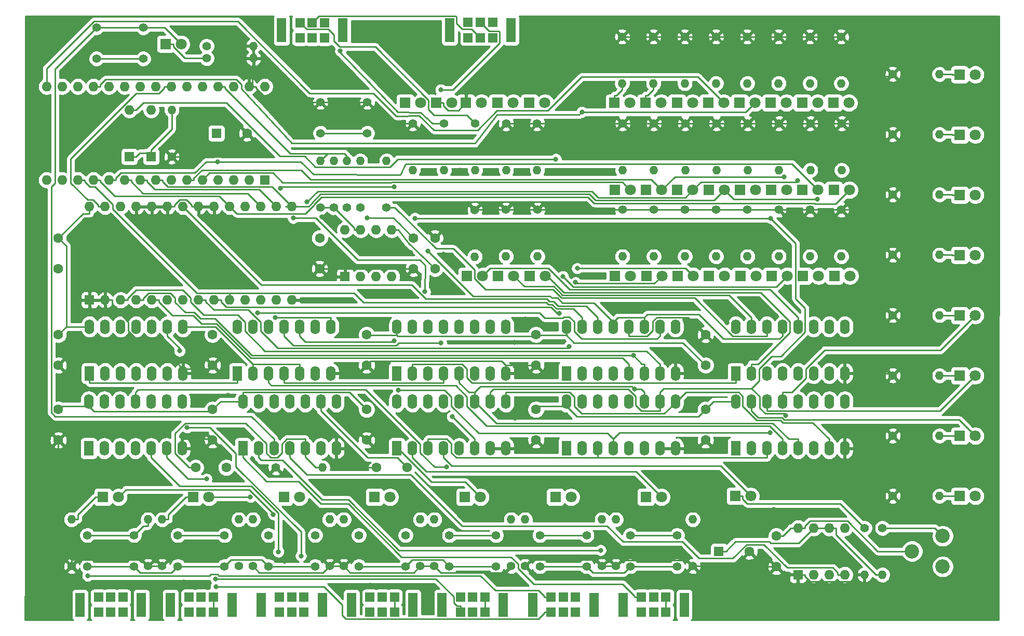
<source format=gbr>
%TF.GenerationSoftware,KiCad,Pcbnew,(5.1.9)-1*%
%TF.CreationDate,2022-11-22T19:27:29+01:00*%
%TF.ProjectId,plc14500,706c6331-3435-4303-902e-6b696361645f,rev?*%
%TF.SameCoordinates,Original*%
%TF.FileFunction,Copper,L1,Top*%
%TF.FilePolarity,Positive*%
%FSLAX46Y46*%
G04 Gerber Fmt 4.6, Leading zero omitted, Abs format (unit mm)*
G04 Created by KiCad (PCBNEW (5.1.9)-1) date 2022-11-22 19:27:29*
%MOMM*%
%LPD*%
G01*
G04 APERTURE LIST*
%TA.AperFunction,ComponentPad*%
%ADD10C,2.340000*%
%TD*%
%TA.AperFunction,ComponentPad*%
%ADD11R,1.524000X4.000000*%
%TD*%
%TA.AperFunction,ComponentPad*%
%ADD12R,1.524000X1.524000*%
%TD*%
%TA.AperFunction,ComponentPad*%
%ADD13C,1.800000*%
%TD*%
%TA.AperFunction,ComponentPad*%
%ADD14R,1.800000X1.800000*%
%TD*%
%TA.AperFunction,ComponentPad*%
%ADD15C,1.600000*%
%TD*%
%TA.AperFunction,ComponentPad*%
%ADD16R,1.600000X1.600000*%
%TD*%
%TA.AperFunction,ComponentPad*%
%ADD17O,1.400000X1.400000*%
%TD*%
%TA.AperFunction,ComponentPad*%
%ADD18C,1.400000*%
%TD*%
%TA.AperFunction,ComponentPad*%
%ADD19O,1.600000X2.400000*%
%TD*%
%TA.AperFunction,ComponentPad*%
%ADD20R,1.600000X2.400000*%
%TD*%
%TA.AperFunction,ComponentPad*%
%ADD21O,1.600000X1.600000*%
%TD*%
%TA.AperFunction,ComponentPad*%
%ADD22C,1.397000*%
%TD*%
%TA.AperFunction,ViaPad*%
%ADD23C,5.000000*%
%TD*%
%TA.AperFunction,ViaPad*%
%ADD24C,0.800000*%
%TD*%
%TA.AperFunction,Conductor*%
%ADD25C,0.250000*%
%TD*%
%TA.AperFunction,Conductor*%
%ADD26C,0.254000*%
%TD*%
%TA.AperFunction,Conductor*%
%ADD27C,0.100000*%
%TD*%
G04 APERTURE END LIST*
D10*
%TO.P,RV1,1*%
%TO.N,N/C*%
X221800000Y-133660000D03*
%TO.P,RV1,2*%
%TO.N,+5V*%
X216800000Y-131160000D03*
%TO.P,RV1,3*%
%TO.N,Net-(R15-Pad1)*%
X221800000Y-128660000D03*
%TD*%
D11*
%TO.P,S5,9*%
%TO.N,N/C*%
X91150000Y-139890000D03*
%TO.P,S5,8*%
X81150000Y-139890000D03*
D12*
%TO.P,S5,7*%
%TO.N,Net-(S5-Pad3)*%
X88150000Y-138640000D03*
%TO.P,S5,6*%
%TO.N,Net-(R1-Pad2)*%
X86150000Y-138640000D03*
%TO.P,S5,5*%
%TO.N,Net-(S5-Pad5)*%
X84150000Y-138640000D03*
%TO.P,S5,3*%
%TO.N,Net-(S5-Pad3)*%
X88150000Y-141140000D03*
%TO.P,S5,2*%
%TO.N,/Input/Output/IN0*%
X86150000Y-141140000D03*
%TO.P,S5,1*%
%TO.N,Net-(S5-Pad1)*%
X84150000Y-141140000D03*
%TD*%
D11*
%TO.P,S6,9*%
%TO.N,N/C*%
X105905000Y-139890000D03*
%TO.P,S6,8*%
X95905000Y-139890000D03*
D12*
%TO.P,S6,7*%
%TO.N,Net-(S6-Pad3)*%
X102905000Y-138640000D03*
%TO.P,S6,6*%
%TO.N,Net-(R2-Pad2)*%
X100905000Y-138640000D03*
%TO.P,S6,5*%
%TO.N,Net-(S6-Pad5)*%
X98905000Y-138640000D03*
%TO.P,S6,3*%
%TO.N,Net-(S6-Pad3)*%
X102905000Y-141140000D03*
%TO.P,S6,2*%
%TO.N,/Input/Output/IN1*%
X100905000Y-141140000D03*
%TO.P,S6,1*%
%TO.N,Net-(S6-Pad1)*%
X98905000Y-141140000D03*
%TD*%
D11*
%TO.P,S7,9*%
%TO.N,N/C*%
X120660000Y-139890000D03*
%TO.P,S7,8*%
X110660000Y-139890000D03*
D12*
%TO.P,S7,7*%
%TO.N,Net-(S7-Pad3)*%
X117660000Y-138640000D03*
%TO.P,S7,6*%
%TO.N,Net-(R3-Pad2)*%
X115660000Y-138640000D03*
%TO.P,S7,5*%
%TO.N,Net-(S7-Pad5)*%
X113660000Y-138640000D03*
%TO.P,S7,3*%
%TO.N,Net-(S7-Pad3)*%
X117660000Y-141140000D03*
%TO.P,S7,2*%
%TO.N,/Input/Output/IN2*%
X115660000Y-141140000D03*
%TO.P,S7,1*%
%TO.N,Net-(S7-Pad1)*%
X113660000Y-141140000D03*
%TD*%
D11*
%TO.P,S8,9*%
%TO.N,N/C*%
X135415000Y-139890000D03*
%TO.P,S8,8*%
X125415000Y-139890000D03*
D12*
%TO.P,S8,7*%
%TO.N,Net-(S8-Pad3)*%
X132415000Y-138640000D03*
%TO.P,S8,6*%
%TO.N,Net-(R4-Pad2)*%
X130415000Y-138640000D03*
%TO.P,S8,5*%
%TO.N,Net-(S8-Pad5)*%
X128415000Y-138640000D03*
%TO.P,S8,3*%
%TO.N,Net-(S8-Pad3)*%
X132415000Y-141140000D03*
%TO.P,S8,2*%
%TO.N,/Input/Output/IN3*%
X130415000Y-141140000D03*
%TO.P,S8,1*%
%TO.N,Net-(S8-Pad1)*%
X128415000Y-141140000D03*
%TD*%
D11*
%TO.P,S12,9*%
%TO.N,N/C*%
X150170000Y-139890000D03*
%TO.P,S12,8*%
X140170000Y-139890000D03*
D12*
%TO.P,S12,7*%
%TO.N,Net-(S12-Pad3)*%
X147170000Y-138640000D03*
%TO.P,S12,6*%
%TO.N,Net-(R9-Pad2)*%
X145170000Y-138640000D03*
%TO.P,S12,5*%
%TO.N,Net-(S12-Pad5)*%
X143170000Y-138640000D03*
%TO.P,S12,3*%
%TO.N,Net-(S12-Pad3)*%
X147170000Y-141140000D03*
%TO.P,S12,2*%
%TO.N,/Input/Output/IN4*%
X145170000Y-141140000D03*
%TO.P,S12,1*%
%TO.N,Net-(S12-Pad1)*%
X143170000Y-141140000D03*
%TD*%
D11*
%TO.P,S13,9*%
%TO.N,N/C*%
X164925000Y-139890000D03*
%TO.P,S13,8*%
X154925000Y-139890000D03*
D12*
%TO.P,S13,7*%
%TO.N,Net-(S13-Pad3)*%
X161925000Y-138640000D03*
%TO.P,S13,6*%
%TO.N,Net-(R10-Pad2)*%
X159925000Y-138640000D03*
%TO.P,S13,5*%
%TO.N,Net-(S13-Pad5)*%
X157925000Y-138640000D03*
%TO.P,S13,3*%
%TO.N,Net-(S13-Pad3)*%
X161925000Y-141140000D03*
%TO.P,S13,2*%
%TO.N,/Input/Output/IN5*%
X159925000Y-141140000D03*
%TO.P,S13,1*%
%TO.N,Net-(S13-Pad1)*%
X157925000Y-141140000D03*
%TD*%
D11*
%TO.P,S14,9*%
%TO.N,N/C*%
X179680000Y-139890000D03*
%TO.P,S14,8*%
X169680000Y-139890000D03*
D12*
%TO.P,S14,7*%
%TO.N,Net-(S14-Pad3)*%
X176680000Y-138640000D03*
%TO.P,S14,6*%
%TO.N,Net-(R11-Pad2)*%
X174680000Y-138640000D03*
%TO.P,S14,5*%
%TO.N,Net-(S14-Pad5)*%
X172680000Y-138640000D03*
%TO.P,S14,3*%
%TO.N,Net-(S14-Pad3)*%
X176680000Y-141140000D03*
%TO.P,S14,2*%
%TO.N,/Input/Output/IN6*%
X174680000Y-141140000D03*
%TO.P,S14,1*%
%TO.N,Net-(S14-Pad1)*%
X172680000Y-141140000D03*
%TD*%
D11*
%TO.P,S16,9*%
%TO.N,N/C*%
X114010000Y-46130000D03*
%TO.P,S16,8*%
X124010000Y-46130000D03*
D12*
%TO.P,S16,7*%
X117010000Y-47380000D03*
%TO.P,S16,6*%
%TO.N,Net-(C7-Pad1)*%
X119010000Y-47380000D03*
%TO.P,S16,5*%
%TO.N,Net-(C10-Pad1)*%
X121010000Y-47380000D03*
%TO.P,S16,3*%
%TO.N,Net-(R29-Pad1)*%
X117010000Y-44880000D03*
%TO.P,S16,2*%
%TO.N,+5V*%
X119010000Y-44880000D03*
%TO.P,S16,1*%
%TO.N,Net-(R28-Pad1)*%
X121010000Y-44880000D03*
%TD*%
D11*
%TO.P,S18,9*%
%TO.N,N/C*%
X141420000Y-46110000D03*
%TO.P,S18,8*%
X151420000Y-46110000D03*
D12*
%TO.P,S18,7*%
%TO.N,Net-(D28-PadA)*%
X144420000Y-47360000D03*
%TO.P,S18,6*%
%TO.N,+5V*%
X146420000Y-47360000D03*
%TO.P,S18,5*%
%TO.N,Net-(D33-PadA)*%
X148420000Y-47360000D03*
%TO.P,S18,3*%
%TO.N,Net-(S18-Pad3)*%
X144420000Y-44860000D03*
%TO.P,S18,2*%
%TO.N,CLK*%
X146420000Y-44860000D03*
%TO.P,S18,1*%
%TO.N,Net-(S18-Pad1)*%
X148420000Y-44860000D03*
%TD*%
D13*
%TO.P,D50,A*%
%TO.N,Net-(D50-PadA)*%
X206670000Y-86214300D03*
D14*
%TO.P,D50,K*%
%TO.N,Net-(D50-PadK)*%
X204130000Y-86214300D03*
%TD*%
D13*
%TO.P,D49,A*%
%TO.N,Net-(D49-PadA)*%
X201560000Y-86214300D03*
D14*
%TO.P,D49,K*%
%TO.N,Net-(D49-PadK)*%
X199020000Y-86214300D03*
%TD*%
D13*
%TO.P,D48,A*%
%TO.N,Net-(D48-PadA)*%
X196450000Y-86214300D03*
D14*
%TO.P,D48,K*%
%TO.N,Net-(D48-PadK)*%
X193910000Y-86214300D03*
%TD*%
D13*
%TO.P,D47,A*%
%TO.N,Net-(D47-PadA)*%
X191340000Y-86214300D03*
D14*
%TO.P,D47,K*%
%TO.N,Net-(D47-PadK)*%
X188800000Y-86214300D03*
%TD*%
D13*
%TO.P,D46,A*%
%TO.N,Net-(D46-PadA)*%
X186230000Y-86214300D03*
D14*
%TO.P,D46,K*%
%TO.N,Net-(D46-PadK)*%
X183690000Y-86214300D03*
%TD*%
D13*
%TO.P,D45,A*%
%TO.N,Net-(D45-PadA)*%
X181120000Y-86214300D03*
D14*
%TO.P,D45,K*%
%TO.N,Net-(D45-PadK)*%
X178580000Y-86214300D03*
%TD*%
D13*
%TO.P,D44,A*%
%TO.N,Net-(D44-PadA)*%
X176010000Y-86214300D03*
D14*
%TO.P,D44,K*%
%TO.N,Net-(D44-PadK)*%
X173470000Y-86214300D03*
%TD*%
D13*
%TO.P,D43,A*%
%TO.N,Net-(D43-PadA)*%
X170900000Y-86214300D03*
D14*
%TO.P,D43,K*%
%TO.N,Net-(D43-PadK)*%
X168360000Y-86214300D03*
%TD*%
D13*
%TO.P,D42,A*%
%TO.N,W*%
X157000000Y-86214300D03*
D14*
%TO.P,D42,K*%
%TO.N,Net-(D42-PadK)*%
X154460000Y-86214300D03*
%TD*%
D13*
%TO.P,D41,A*%
%TO.N,Net-(D41-PadA)*%
X151860000Y-86214300D03*
D14*
%TO.P,D41,K*%
%TO.N,Net-(D41-PadK)*%
X149320000Y-86214300D03*
%TD*%
D13*
%TO.P,D39,A*%
%TO.N,JMP*%
X146780000Y-86234300D03*
D14*
%TO.P,D39,K*%
%TO.N,Net-(D39-PadK)*%
X144240000Y-86234300D03*
%TD*%
D13*
%TO.P,D38,A*%
%TO.N,CLK*%
X136690000Y-57980000D03*
D14*
%TO.P,D38,K*%
%TO.N,Net-(D38-PadK)*%
X134150000Y-57980000D03*
%TD*%
D13*
%TO.P,D37,A*%
%TO.N,D7*%
X206590000Y-72200000D03*
D14*
%TO.P,D37,K*%
%TO.N,Net-(D37-PadK)*%
X204050000Y-72200000D03*
%TD*%
D13*
%TO.P,D36,A*%
%TO.N,A7*%
X206520000Y-57980000D03*
D14*
%TO.P,D36,K*%
%TO.N,Net-(D36-PadK)*%
X203980000Y-57980000D03*
%TD*%
D13*
%TO.P,D35,A*%
%TO.N,D6*%
X201489000Y-72200000D03*
D14*
%TO.P,D35,K*%
%TO.N,Net-(D35-PadK)*%
X198949000Y-72200000D03*
%TD*%
D13*
%TO.P,D34,A*%
%TO.N,A6*%
X201419000Y-57980000D03*
D14*
%TO.P,D34,K*%
%TO.N,Net-(D34-PadK)*%
X198879000Y-57980000D03*
%TD*%
D13*
%TO.P,D33,A*%
%TO.N,Net-(D33-PadA)*%
X156950000Y-57980000D03*
D14*
%TO.P,D33,K*%
%TO.N,Net-(D33-PadK)*%
X154410000Y-57980000D03*
%TD*%
D13*
%TO.P,D32,A*%
%TO.N,D5*%
X196387000Y-72200000D03*
D14*
%TO.P,D32,K*%
%TO.N,Net-(D32-PadK)*%
X193847000Y-72200000D03*
%TD*%
D13*
%TO.P,D31,A*%
%TO.N,A5*%
X196317000Y-57980000D03*
D14*
%TO.P,D31,K*%
%TO.N,Net-(D31-PadK)*%
X193777000Y-57980000D03*
%TD*%
D13*
%TO.P,D30,A*%
%TO.N,D4*%
X191286000Y-72200000D03*
D14*
%TO.P,D30,K*%
%TO.N,Net-(D30-PadK)*%
X188746000Y-72200000D03*
%TD*%
D13*
%TO.P,D29,A*%
%TO.N,A4*%
X191216000Y-57980000D03*
D14*
%TO.P,D29,K*%
%TO.N,Net-(D29-PadK)*%
X188676000Y-57980000D03*
%TD*%
D13*
%TO.P,D28,A*%
%TO.N,Net-(D28-PadA)*%
X151770000Y-57980000D03*
D14*
%TO.P,D28,K*%
%TO.N,Net-(D28-PadK)*%
X149230000Y-57980000D03*
%TD*%
D13*
%TO.P,D27,A*%
%TO.N,D3*%
X186184000Y-72200000D03*
D14*
%TO.P,D27,K*%
%TO.N,Net-(D27-PadK)*%
X183644000Y-72200000D03*
%TD*%
D13*
%TO.P,D26,A*%
%TO.N,A3*%
X186114000Y-57980000D03*
D14*
%TO.P,D26,K*%
%TO.N,Net-(D26-PadK)*%
X183574000Y-57980000D03*
%TD*%
D13*
%TO.P,D25,A*%
%TO.N,D2*%
X181083000Y-72200000D03*
D14*
%TO.P,D25,K*%
%TO.N,Net-(D25-PadK)*%
X178543000Y-72200000D03*
%TD*%
D13*
%TO.P,D24,A*%
%TO.N,A2*%
X181013000Y-57980000D03*
D14*
%TO.P,D24,K*%
%TO.N,Net-(D24-PadK)*%
X178473000Y-57980000D03*
%TD*%
D13*
%TO.P,D23,A*%
%TO.N,D1*%
X175981000Y-72200000D03*
D14*
%TO.P,D23,K*%
%TO.N,Net-(D23-PadK)*%
X173441000Y-72200000D03*
%TD*%
D13*
%TO.P,D22,A*%
%TO.N,A1*%
X175911000Y-57980000D03*
D14*
%TO.P,D22,K*%
%TO.N,Net-(D22-PadK)*%
X173371000Y-57980000D03*
%TD*%
D13*
%TO.P,D21,A*%
%TO.N,D0*%
X170880000Y-72200000D03*
D14*
%TO.P,D21,K*%
%TO.N,Net-(D21-PadK)*%
X168340000Y-72200000D03*
%TD*%
D13*
%TO.P,D20,A*%
%TO.N,A0*%
X170810000Y-57980000D03*
D14*
%TO.P,D20,K*%
%TO.N,Net-(D20-PadK)*%
X168270000Y-57980000D03*
%TD*%
D13*
%TO.P,D19,A*%
%TO.N,Net-(D19-PadA)*%
X141750000Y-57980000D03*
D14*
%TO.P,D19,K*%
%TO.N,GND*%
X139210000Y-57980000D03*
%TD*%
D13*
%TO.P,D18,A*%
%TO.N,Net-(D18-PadA)*%
X146600000Y-57980000D03*
D14*
%TO.P,D18,K*%
%TO.N,GND*%
X144060000Y-57980000D03*
%TD*%
D13*
%TO.P,D17,A*%
%TO.N,RES*%
X97650000Y-48380000D03*
D14*
%TO.P,D17,K*%
%TO.N,Net-(D17-PadK)*%
X95110000Y-48380000D03*
%TD*%
D13*
%TO.P,D16,A*%
%TO.N,Net-(D16-PadA)*%
X227120000Y-53350000D03*
D14*
%TO.P,D16,K*%
%TO.N,Net-(D16-PadK)*%
X224580000Y-53350000D03*
%TD*%
D13*
%TO.P,D15,A*%
%TO.N,Net-(D15-PadA)*%
X227120000Y-63178600D03*
D14*
%TO.P,D15,K*%
%TO.N,Net-(D15-PadK)*%
X224580000Y-63178600D03*
%TD*%
D13*
%TO.P,D14,A*%
%TO.N,Net-(D14-PadA)*%
X227120000Y-73007100D03*
D14*
%TO.P,D14,K*%
%TO.N,Net-(D14-PadK)*%
X224580000Y-73007100D03*
%TD*%
D13*
%TO.P,D13,A*%
%TO.N,Net-(D13-PadA)*%
X227120000Y-82835700D03*
D14*
%TO.P,D13,K*%
%TO.N,Net-(D13-PadK)*%
X224580000Y-82835700D03*
%TD*%
D13*
%TO.P,D12,A*%
%TO.N,Net-(D12-PadA)*%
X227120000Y-92664300D03*
D14*
%TO.P,D12,K*%
%TO.N,Net-(D12-PadK)*%
X224580000Y-92664300D03*
%TD*%
D13*
%TO.P,D11,A*%
%TO.N,Net-(D11-PadA)*%
X227120000Y-102493000D03*
D14*
%TO.P,D11,K*%
%TO.N,Net-(D11-PadK)*%
X224580000Y-102493000D03*
%TD*%
D13*
%TO.P,D10,A*%
%TO.N,Net-(D10-PadA)*%
X227120000Y-112321000D03*
D14*
%TO.P,D10,K*%
%TO.N,Net-(D10-PadK)*%
X224580000Y-112321000D03*
%TD*%
D13*
%TO.P,D9,A*%
%TO.N,TMR0-TRG*%
X227120000Y-122150000D03*
D14*
%TO.P,D9,K*%
%TO.N,Net-(D9-PadK)*%
X224580000Y-122150000D03*
%TD*%
D13*
%TO.P,D8,A*%
%TO.N,IN7*%
X190500000Y-122150000D03*
D14*
%TO.P,D8,K*%
%TO.N,Net-(D8-PadK)*%
X187960000Y-122150000D03*
%TD*%
D13*
%TO.P,D7,A*%
%TO.N,/Input/Output/IN6*%
X175945000Y-122310000D03*
D14*
%TO.P,D7,K*%
%TO.N,Net-(D7-PadK)*%
X173405000Y-122310000D03*
%TD*%
D13*
%TO.P,D6,A*%
%TO.N,/Input/Output/IN5*%
X161190000Y-122310000D03*
D14*
%TO.P,D6,K*%
%TO.N,Net-(D6-PadK)*%
X158650000Y-122310000D03*
%TD*%
D13*
%TO.P,D5,A*%
%TO.N,/Input/Output/IN4*%
X146435000Y-122310000D03*
D14*
%TO.P,D5,K*%
%TO.N,Net-(D5-PadK)*%
X143895000Y-122310000D03*
%TD*%
D13*
%TO.P,D4,A*%
%TO.N,/Input/Output/IN3*%
X131680000Y-122310000D03*
D14*
%TO.P,D4,K*%
%TO.N,Net-(D4-PadK)*%
X129140000Y-122310000D03*
%TD*%
D13*
%TO.P,D3,A*%
%TO.N,/Input/Output/IN2*%
X116925000Y-122310000D03*
D14*
%TO.P,D3,K*%
%TO.N,Net-(D3-PadK)*%
X114385000Y-122310000D03*
%TD*%
D13*
%TO.P,D2,A*%
%TO.N,/Input/Output/IN1*%
X102170000Y-122310000D03*
D14*
%TO.P,D2,K*%
%TO.N,Net-(D2-PadK)*%
X99630000Y-122310000D03*
%TD*%
D13*
%TO.P,D1,A*%
%TO.N,/Input/Output/IN0*%
X87415000Y-122310000D03*
D14*
%TO.P,D1,K*%
%TO.N,Net-(D1-PadK)*%
X84875000Y-122310000D03*
%TD*%
D15*
%TO.P,C3,2*%
%TO.N,+5V*%
X127871000Y-108030000D03*
%TO.P,C3,1*%
%TO.N,GND*%
X127871000Y-113030000D03*
%TD*%
%TO.P,C4,2*%
%TO.N,GND*%
X190310000Y-131185000D03*
D16*
%TO.P,C4,1*%
%TO.N,Net-(C4-Pad1)*%
X185310000Y-131185000D03*
%TD*%
D15*
%TO.P,C5,2*%
%TO.N,GND*%
X194670000Y-133685000D03*
%TO.P,C5,1*%
%TO.N,+5V*%
X194670000Y-128685000D03*
%TD*%
%TO.P,C6,2*%
%TO.N,GND*%
X183122000Y-113030000D03*
%TO.P,C6,1*%
%TO.N,+5V*%
X183122000Y-108030000D03*
%TD*%
%TO.P,C7,2*%
%TO.N,GND*%
X108370000Y-62940000D03*
D16*
%TO.P,C7,1*%
%TO.N,Net-(C7-Pad1)*%
X103370000Y-62940000D03*
%TD*%
D15*
%TO.P,C8,2*%
%TO.N,GND*%
X155497000Y-100805000D03*
%TO.P,C8,1*%
%TO.N,+5V*%
X155497000Y-95805000D03*
%TD*%
%TO.P,C9,2*%
%TO.N,+5V*%
X77620000Y-80025000D03*
%TO.P,C9,1*%
%TO.N,GND*%
X77620000Y-85025000D03*
%TD*%
%TO.P,C10,2*%
%TO.N,GND*%
X120220000Y-85025000D03*
%TO.P,C10,1*%
%TO.N,Net-(C10-Pad1)*%
X120220000Y-80025000D03*
%TD*%
%TO.P,C11,2*%
%TO.N,GND*%
X139020000Y-80025000D03*
%TO.P,C11,1*%
%TO.N,Net-(C11-Pad1)*%
X139020000Y-85025000D03*
%TD*%
%TO.P,C12,2*%
%TO.N,+5V*%
X135530000Y-80025000D03*
%TO.P,C12,1*%
%TO.N,GND*%
X135530000Y-85025000D03*
%TD*%
%TO.P,C13,2*%
%TO.N,Net-(C13-Pad2)*%
X134510000Y-117510000D03*
%TO.P,C13,1*%
%TO.N,GND*%
X129510000Y-117510000D03*
%TD*%
%TO.P,C14,2*%
%TO.N,GND*%
X183122000Y-95805000D03*
%TO.P,C14,1*%
%TO.N,+5V*%
X183122000Y-100805000D03*
%TD*%
%TO.P,C15,2*%
%TO.N,W*%
X104980000Y-117510000D03*
%TO.P,C15,1*%
%TO.N,Net-(C15-Pad1)*%
X99980000Y-117510000D03*
%TD*%
%TO.P,C16,2*%
%TO.N,GND*%
X127871000Y-100805000D03*
%TO.P,C16,1*%
%TO.N,+5V*%
X127871000Y-95805000D03*
%TD*%
%TO.P,C17,2*%
%TO.N,GND*%
X155497000Y-113030000D03*
%TO.P,C17,1*%
%TO.N,+5V*%
X155497000Y-108030000D03*
%TD*%
D17*
%TO.P,R1,2*%
%TO.N,Net-(R1-Pad2)*%
X92210000Y-125980000D03*
D18*
%TO.P,R1,1*%
%TO.N,GND*%
X92210000Y-133600000D03*
%TD*%
D17*
%TO.P,R2,2*%
%TO.N,Net-(R2-Pad2)*%
X107018000Y-125980000D03*
D18*
%TO.P,R2,1*%
%TO.N,GND*%
X107018000Y-133600000D03*
%TD*%
D17*
%TO.P,R3,2*%
%TO.N,Net-(R3-Pad2)*%
X121827000Y-125980000D03*
D18*
%TO.P,R3,1*%
%TO.N,GND*%
X121827000Y-133600000D03*
%TD*%
D17*
%TO.P,R4,2*%
%TO.N,Net-(R4-Pad2)*%
X136635000Y-125980000D03*
D18*
%TO.P,R4,1*%
%TO.N,GND*%
X136635000Y-133600000D03*
%TD*%
D17*
%TO.P,R5,2*%
%TO.N,Net-(D1-PadK)*%
X79750000Y-125980000D03*
D18*
%TO.P,R5,1*%
%TO.N,GND*%
X79750000Y-133600000D03*
%TD*%
D17*
%TO.P,R6,2*%
%TO.N,Net-(D2-PadK)*%
X94541700Y-125980000D03*
D18*
%TO.P,R6,1*%
%TO.N,GND*%
X94541700Y-133600000D03*
%TD*%
D17*
%TO.P,R7,2*%
%TO.N,Net-(D3-PadK)*%
X109333000Y-125980000D03*
D18*
%TO.P,R7,1*%
%TO.N,GND*%
X109333000Y-133600000D03*
%TD*%
D17*
%TO.P,R8,2*%
%TO.N,Net-(D4-PadK)*%
X124125000Y-125980000D03*
D18*
%TO.P,R8,1*%
%TO.N,GND*%
X124125000Y-133600000D03*
%TD*%
D17*
%TO.P,R9,2*%
%TO.N,Net-(R9-Pad2)*%
X151443000Y-125980000D03*
D18*
%TO.P,R9,1*%
%TO.N,GND*%
X151443000Y-133600000D03*
%TD*%
D17*
%TO.P,R10,2*%
%TO.N,Net-(R10-Pad2)*%
X166252000Y-125980000D03*
D18*
%TO.P,R10,1*%
%TO.N,GND*%
X166252000Y-133600000D03*
%TD*%
D17*
%TO.P,R11,2*%
%TO.N,Net-(R11-Pad2)*%
X181060000Y-125980000D03*
D18*
%TO.P,R11,1*%
%TO.N,GND*%
X181060000Y-133600000D03*
%TD*%
D17*
%TO.P,R12,2*%
%TO.N,Net-(D5-PadK)*%
X138917000Y-125980000D03*
D18*
%TO.P,R12,1*%
%TO.N,GND*%
X138917000Y-133600000D03*
%TD*%
D17*
%TO.P,R13,2*%
%TO.N,Net-(D6-PadK)*%
X153708000Y-125980000D03*
D18*
%TO.P,R13,1*%
%TO.N,GND*%
X153708000Y-133600000D03*
%TD*%
D17*
%TO.P,R14,2*%
%TO.N,Net-(D7-PadK)*%
X168500000Y-125980000D03*
D18*
%TO.P,R14,1*%
%TO.N,GND*%
X168500000Y-133600000D03*
%TD*%
D17*
%TO.P,R15,2*%
%TO.N,Net-(C4-Pad1)*%
X211970000Y-134995000D03*
D18*
%TO.P,R15,1*%
%TO.N,Net-(R15-Pad1)*%
X211970000Y-127375000D03*
%TD*%
D17*
%TO.P,R16,2*%
%TO.N,GND*%
X209060000Y-134995000D03*
D18*
%TO.P,R16,1*%
%TO.N,Net-(D8-PadK)*%
X209060000Y-127375000D03*
%TD*%
D17*
%TO.P,R17,2*%
%TO.N,Net-(D9-PadK)*%
X221290000Y-122150000D03*
D18*
%TO.P,R17,1*%
%TO.N,GND*%
X213670000Y-122150000D03*
%TD*%
D17*
%TO.P,R18,2*%
%TO.N,Net-(D10-PadK)*%
X221290000Y-112311000D03*
D18*
%TO.P,R18,1*%
%TO.N,GND*%
X213670000Y-112311000D03*
%TD*%
D17*
%TO.P,R19,2*%
%TO.N,Net-(D11-PadK)*%
X221290000Y-102473000D03*
D18*
%TO.P,R19,1*%
%TO.N,GND*%
X213670000Y-102473000D03*
%TD*%
D17*
%TO.P,R20,2*%
%TO.N,Net-(D12-PadK)*%
X221290000Y-92634300D03*
D18*
%TO.P,R20,1*%
%TO.N,GND*%
X213670000Y-92634300D03*
%TD*%
D17*
%TO.P,R21,2*%
%TO.N,Net-(D13-PadK)*%
X221290000Y-82795700D03*
D18*
%TO.P,R21,1*%
%TO.N,GND*%
X213670000Y-82795700D03*
%TD*%
D17*
%TO.P,R23,2*%
%TO.N,Net-(D14-PadK)*%
X221290000Y-72957100D03*
D18*
%TO.P,R23,1*%
%TO.N,GND*%
X213670000Y-72957100D03*
%TD*%
D17*
%TO.P,R24,2*%
%TO.N,Net-(D15-PadK)*%
X221290000Y-63118600D03*
D18*
%TO.P,R24,1*%
%TO.N,GND*%
X213670000Y-63118600D03*
%TD*%
D17*
%TO.P,R25,2*%
%TO.N,Net-(D16-PadK)*%
X221280000Y-53280000D03*
D18*
%TO.P,R25,1*%
%TO.N,GND*%
X213660000Y-53280000D03*
%TD*%
D17*
%TO.P,R26,2*%
%TO.N,GND*%
X109400000Y-48700000D03*
D18*
%TO.P,R26,1*%
%TO.N,RES*%
X101780000Y-48700000D03*
%TD*%
D17*
%TO.P,R27,2*%
%TO.N,GND*%
X109420000Y-50710000D03*
D18*
%TO.P,R27,1*%
%TO.N,Net-(D17-PadK)*%
X101800000Y-50710000D03*
%TD*%
D17*
%TO.P,R28,2*%
%TO.N,Net-(D19-PadA)*%
X140490000Y-68960000D03*
D18*
%TO.P,R28,1*%
%TO.N,Net-(R28-Pad1)*%
X140490000Y-61340000D03*
%TD*%
D17*
%TO.P,R29,2*%
%TO.N,Net-(D18-PadA)*%
X145555000Y-68960000D03*
D18*
%TO.P,R29,1*%
%TO.N,Net-(R29-Pad1)*%
X145555000Y-61340000D03*
%TD*%
D17*
%TO.P,R30,2*%
%TO.N,+5V*%
X120355000Y-67420000D03*
D18*
%TO.P,R30,1*%
%TO.N,Net-(R30-Pad1)*%
X120355000Y-75040000D03*
%TD*%
D17*
%TO.P,R31,2*%
%TO.N,Net-(C10-Pad1)*%
X122510000Y-67420000D03*
D18*
%TO.P,R31,1*%
%TO.N,Net-(R30-Pad1)*%
X122510000Y-75040000D03*
%TD*%
D17*
%TO.P,R32,2*%
%TO.N,Net-(D20-PadK)*%
X169545000Y-54790000D03*
D18*
%TO.P,R32,1*%
%TO.N,GND*%
X169545000Y-47170000D03*
%TD*%
D17*
%TO.P,R33,2*%
%TO.N,Net-(D21-PadK)*%
X169615000Y-68960000D03*
D18*
%TO.P,R33,1*%
%TO.N,GND*%
X169615000Y-61340000D03*
%TD*%
D17*
%TO.P,R34,2*%
%TO.N,Net-(D22-PadK)*%
X174646000Y-54790000D03*
D18*
%TO.P,R34,1*%
%TO.N,GND*%
X174646000Y-47170000D03*
%TD*%
D17*
%TO.P,R35,2*%
%TO.N,Net-(D23-PadK)*%
X174716000Y-68960000D03*
D18*
%TO.P,R35,1*%
%TO.N,GND*%
X174716000Y-61340000D03*
%TD*%
D17*
%TO.P,R36,2*%
%TO.N,Net-(D24-PadK)*%
X179748000Y-54790000D03*
D18*
%TO.P,R36,1*%
%TO.N,GND*%
X179748000Y-47170000D03*
%TD*%
D17*
%TO.P,R37,2*%
%TO.N,Net-(D25-PadK)*%
X179818000Y-68960000D03*
D18*
%TO.P,R37,1*%
%TO.N,GND*%
X179818000Y-61340000D03*
%TD*%
D17*
%TO.P,R38,2*%
%TO.N,Net-(D26-PadK)*%
X184849000Y-54790000D03*
D18*
%TO.P,R38,1*%
%TO.N,GND*%
X184849000Y-47170000D03*
%TD*%
D17*
%TO.P,R39,2*%
%TO.N,Net-(D27-PadK)*%
X184919000Y-68960000D03*
D18*
%TO.P,R39,1*%
%TO.N,GND*%
X184919000Y-61340000D03*
%TD*%
D17*
%TO.P,R40,2*%
%TO.N,Net-(D28-PadK)*%
X150620000Y-68960000D03*
D18*
%TO.P,R40,1*%
%TO.N,GND*%
X150620000Y-61340000D03*
%TD*%
D17*
%TO.P,R41,2*%
%TO.N,Net-(D29-PadK)*%
X189951000Y-54790000D03*
D18*
%TO.P,R41,1*%
%TO.N,GND*%
X189951000Y-47170000D03*
%TD*%
D17*
%TO.P,R42,2*%
%TO.N,Net-(D30-PadK)*%
X190021000Y-68960000D03*
D18*
%TO.P,R42,1*%
%TO.N,GND*%
X190021000Y-61340000D03*
%TD*%
D17*
%TO.P,R43,2*%
%TO.N,Net-(D31-PadK)*%
X195052000Y-54790000D03*
D18*
%TO.P,R43,1*%
%TO.N,GND*%
X195052000Y-47170000D03*
%TD*%
D17*
%TO.P,R44,2*%
%TO.N,Net-(D32-PadK)*%
X195122000Y-68960000D03*
D18*
%TO.P,R44,1*%
%TO.N,GND*%
X195122000Y-61340000D03*
%TD*%
D17*
%TO.P,R45,2*%
%TO.N,Net-(D33-PadK)*%
X155685000Y-68960000D03*
D18*
%TO.P,R45,1*%
%TO.N,GND*%
X155685000Y-61340000D03*
%TD*%
D17*
%TO.P,R46,2*%
%TO.N,Net-(D34-PadK)*%
X200154000Y-54790000D03*
D18*
%TO.P,R46,1*%
%TO.N,GND*%
X200154000Y-47170000D03*
%TD*%
D17*
%TO.P,R47,2*%
%TO.N,Net-(D35-PadK)*%
X200224000Y-68960000D03*
D18*
%TO.P,R47,1*%
%TO.N,GND*%
X200224000Y-61340000D03*
%TD*%
D17*
%TO.P,R48,2*%
%TO.N,Net-(D36-PadK)*%
X205255000Y-54790000D03*
D18*
%TO.P,R48,1*%
%TO.N,GND*%
X205255000Y-47170000D03*
%TD*%
D17*
%TO.P,R49,2*%
%TO.N,Net-(D37-PadK)*%
X205325000Y-68960000D03*
D18*
%TO.P,R49,1*%
%TO.N,GND*%
X205325000Y-61340000D03*
%TD*%
D17*
%TO.P,R50,2*%
%TO.N,+5V*%
X124665000Y-67420000D03*
D18*
%TO.P,R50,1*%
%TO.N,Net-(R50-Pad1)*%
X124665000Y-75040000D03*
%TD*%
D17*
%TO.P,R51,2*%
%TO.N,Net-(R50-Pad1)*%
X126820000Y-67420000D03*
D18*
%TO.P,R51,1*%
%TO.N,Net-(C13-Pad2)*%
X126820000Y-75040000D03*
%TD*%
D17*
%TO.P,R52,2*%
%TO.N,Net-(D38-PadK)*%
X135425000Y-68960000D03*
D18*
%TO.P,R52,1*%
%TO.N,GND*%
X135425000Y-61340000D03*
%TD*%
D17*
%TO.P,R53,2*%
%TO.N,CLK*%
X131130000Y-67420000D03*
D18*
%TO.P,R53,1*%
%TO.N,Net-(R53-Pad1)*%
X131130000Y-75040000D03*
%TD*%
D17*
%TO.P,R55,2*%
%TO.N,Net-(D39-PadK)*%
X145515000Y-83070000D03*
D18*
%TO.P,R55,1*%
%TO.N,GND*%
X145515000Y-75450000D03*
%TD*%
D17*
%TO.P,R57,2*%
%TO.N,Net-(D41-PadK)*%
X150595000Y-83050000D03*
D18*
%TO.P,R57,1*%
%TO.N,GND*%
X150595000Y-75430000D03*
%TD*%
D17*
%TO.P,R58,2*%
%TO.N,Net-(D42-PadK)*%
X155735000Y-83050000D03*
D18*
%TO.P,R58,1*%
%TO.N,GND*%
X155735000Y-75430000D03*
%TD*%
D17*
%TO.P,R59,2*%
%TO.N,Net-(C15-Pad1)*%
X120670000Y-117510000D03*
D18*
%TO.P,R59,1*%
%TO.N,GND*%
X113050000Y-117510000D03*
%TD*%
D17*
%TO.P,R60,2*%
%TO.N,Net-(D43-PadK)*%
X169575000Y-83050000D03*
D18*
%TO.P,R60,1*%
%TO.N,GND*%
X169575000Y-75430000D03*
%TD*%
D17*
%TO.P,R61,2*%
%TO.N,Net-(D44-PadK)*%
X174674000Y-83050000D03*
D18*
%TO.P,R61,1*%
%TO.N,GND*%
X174674000Y-75430000D03*
%TD*%
D17*
%TO.P,R62,2*%
%TO.N,Net-(D45-PadK)*%
X179772000Y-83050000D03*
D18*
%TO.P,R62,1*%
%TO.N,GND*%
X179772000Y-75430000D03*
%TD*%
D17*
%TO.P,R63,2*%
%TO.N,Net-(D46-PadK)*%
X184871000Y-83050000D03*
D18*
%TO.P,R63,1*%
%TO.N,GND*%
X184871000Y-75430000D03*
%TD*%
D17*
%TO.P,R64,2*%
%TO.N,Net-(D47-PadK)*%
X189969000Y-83050000D03*
D18*
%TO.P,R64,1*%
%TO.N,GND*%
X189969000Y-75430000D03*
%TD*%
D17*
%TO.P,R65,2*%
%TO.N,Net-(D48-PadK)*%
X195068000Y-83050000D03*
D18*
%TO.P,R65,1*%
%TO.N,GND*%
X195068000Y-75430000D03*
%TD*%
D17*
%TO.P,R66,2*%
%TO.N,Net-(D49-PadK)*%
X200166000Y-83050000D03*
D18*
%TO.P,R66,1*%
%TO.N,GND*%
X200166000Y-75430000D03*
%TD*%
D17*
%TO.P,R67,2*%
%TO.N,Net-(D50-PadK)*%
X205265000Y-83050000D03*
D18*
%TO.P,R67,1*%
%TO.N,GND*%
X205265000Y-75430000D03*
%TD*%
D19*
%TO.P,U2,16*%
%TO.N,+5V*%
X132809000Y-106735000D03*
%TO.P,U2,8*%
%TO.N,GND*%
X150589000Y-114355000D03*
%TO.P,U2,15*%
%TO.N,/Input/Output/IN2*%
X135349000Y-106735000D03*
%TO.P,U2,7*%
%TO.N,GND*%
X148049000Y-114355000D03*
%TO.P,U2,14*%
%TO.N,/Input/Output/IN1*%
X137889000Y-106735000D03*
%TO.P,U2,6*%
%TO.N,IN-WINH*%
X145509000Y-114355000D03*
%TO.P,U2,13*%
%TO.N,/Input/Output/IN0*%
X140429000Y-106735000D03*
%TO.P,U2,5*%
%TO.N,/Input/Output/IN5*%
X142969000Y-114355000D03*
%TO.P,U2,12*%
%TO.N,/Input/Output/IN3*%
X142969000Y-106735000D03*
%TO.P,U2,4*%
%TO.N,IN7*%
X140429000Y-114355000D03*
%TO.P,U2,11*%
%TO.N,D4*%
X145509000Y-106735000D03*
%TO.P,U2,3*%
%TO.N,D*%
X137889000Y-114355000D03*
%TO.P,U2,10*%
%TO.N,D5*%
X148049000Y-106735000D03*
%TO.P,U2,2*%
%TO.N,/Input/Output/IN6*%
X135349000Y-114355000D03*
%TO.P,U2,9*%
%TO.N,D6*%
X150589000Y-106735000D03*
D20*
%TO.P,U2,1*%
%TO.N,/Input/Output/IN4*%
X132809000Y-114355000D03*
%TD*%
D21*
%TO.P,U4,8*%
%TO.N,+5V*%
X198210000Y-127365000D03*
%TO.P,U4,4*%
%TO.N,!RES*%
X205830000Y-134985000D03*
%TO.P,U4,7*%
%TO.N,Net-(C4-Pad1)*%
X200750000Y-127365000D03*
%TO.P,U4,3*%
%TO.N,IN7*%
X203290000Y-134985000D03*
%TO.P,U4,6*%
%TO.N,Net-(C4-Pad1)*%
X203290000Y-127365000D03*
%TO.P,U4,2*%
%TO.N,TMR0-TRG*%
X200750000Y-134985000D03*
%TO.P,U4,5*%
%TO.N,N/C*%
X205830000Y-127365000D03*
D16*
%TO.P,U4,1*%
%TO.N,GND*%
X198210000Y-134985000D03*
%TD*%
D19*
%TO.P,U5,16*%
%TO.N,+5V*%
X188060000Y-106735000D03*
%TO.P,U5,8*%
%TO.N,GND*%
X205840000Y-114355000D03*
%TO.P,U5,15*%
%TO.N,Net-(D10-PadA)*%
X190600000Y-106735000D03*
%TO.P,U5,7*%
%TO.N,D6*%
X203300000Y-114355000D03*
%TO.P,U5,14*%
%TO.N,Net-(D11-PadA)*%
X193140000Y-106735000D03*
%TO.P,U5,6*%
%TO.N,D5*%
X200760000Y-114355000D03*
%TO.P,U5,13*%
%TO.N,Net-(D12-PadA)*%
X195680000Y-106735000D03*
%TO.P,U5,5*%
%TO.N,D4*%
X198220000Y-114355000D03*
%TO.P,U5,12*%
%TO.N,Net-(D13-PadA)*%
X198220000Y-106735000D03*
%TO.P,U5,4*%
%TO.N,OUT-WD*%
X195680000Y-114355000D03*
%TO.P,U5,11*%
%TO.N,Net-(D14-PadA)*%
X200760000Y-106735000D03*
%TO.P,U5,3*%
%TO.N,D*%
X193140000Y-114355000D03*
%TO.P,U5,10*%
%TO.N,Net-(D15-PadA)*%
X203300000Y-106735000D03*
%TO.P,U5,2*%
%TO.N,RES*%
X190600000Y-114355000D03*
%TO.P,U5,9*%
%TO.N,Net-(D16-PadA)*%
X205840000Y-106735000D03*
D20*
%TO.P,U5,1*%
%TO.N,TMR0-TRG*%
X188060000Y-114355000D03*
%TD*%
D21*
%TO.P,U6,16*%
%TO.N,A3*%
X75690000Y-55310000D03*
%TO.P,U6,15*%
%TO.N,A2*%
X75690000Y-70550000D03*
%TO.P,U6,30*%
%TO.N,N/C*%
X111250000Y-55310000D03*
%TO.P,U6,14*%
%TO.N,A1*%
X78230000Y-70550000D03*
%TO.P,U6,29*%
%TO.N,GND*%
X108710000Y-55310000D03*
%TO.P,U6,13*%
%TO.N,A0*%
X80770000Y-70550000D03*
%TO.P,U6,28*%
%TO.N,N/C*%
X106170000Y-55310000D03*
%TO.P,U6,12*%
%TO.N,D7*%
X83310000Y-70550000D03*
%TO.P,U6,27*%
%TO.N,+5V*%
X103630000Y-55310000D03*
%TO.P,U6,11*%
%TO.N,D6*%
X85850000Y-70550000D03*
%TO.P,U6,26*%
%TO.N,N/C*%
X101090000Y-55310000D03*
%TO.P,U6,10*%
%TO.N,D5*%
X88390000Y-70550000D03*
%TO.P,U6,25*%
%TO.N,RES*%
X98550000Y-55310000D03*
%TO.P,U6,9*%
%TO.N,D4*%
X90930000Y-70550000D03*
%TO.P,U6,24*%
%TO.N,WEN*%
X96010000Y-55310000D03*
%TO.P,U6,8*%
%TO.N,D3*%
X93470000Y-70550000D03*
%TO.P,U6,23*%
%TO.N,PRG*%
X93470000Y-55310000D03*
%TO.P,U6,7*%
%TO.N,D2*%
X96010000Y-70550000D03*
%TO.P,U6,22*%
%TO.N,A7*%
X90930000Y-55310000D03*
%TO.P,U6,6*%
%TO.N,D1*%
X98550000Y-70550000D03*
%TO.P,U6,21*%
%TO.N,A6*%
X88390000Y-55310000D03*
%TO.P,U6,5*%
%TO.N,D0*%
X101090000Y-70550000D03*
%TO.P,U6,20*%
%TO.N,A5*%
X85850000Y-55310000D03*
%TO.P,U6,4*%
%TO.N,GND*%
X103630000Y-70550000D03*
%TO.P,U6,19*%
%TO.N,A4*%
X83310000Y-55310000D03*
%TO.P,U6,3*%
%TO.N,N/C*%
X106170000Y-70550000D03*
%TO.P,U6,18*%
X80770000Y-55310000D03*
%TO.P,U6,2*%
X108710000Y-70550000D03*
%TO.P,U6,17*%
X78230000Y-55310000D03*
D16*
%TO.P,U6,1*%
X111250000Y-70550000D03*
%TD*%
D19*
%TO.P,U7,16*%
%TO.N,+5V*%
X160434000Y-94510000D03*
%TO.P,U7,8*%
%TO.N,GND*%
X178214000Y-102130000D03*
%TO.P,U7,15*%
%TO.N,A0*%
X162974000Y-94510000D03*
%TO.P,U7,7*%
%TO.N,A7*%
X175674000Y-102130000D03*
%TO.P,U7,14*%
%TO.N,PRG*%
X165514000Y-94510000D03*
%TO.P,U7,6*%
%TO.N,A6*%
X173134000Y-102130000D03*
%TO.P,U7,13*%
%TO.N,CLK*%
X168054000Y-94510000D03*
%TO.P,U7,5*%
%TO.N,A5*%
X170594000Y-102130000D03*
%TO.P,U7,12*%
%TO.N,GND*%
X170594000Y-94510000D03*
%TO.P,U7,4*%
%TO.N,A4*%
X168054000Y-102130000D03*
%TO.P,U7,11*%
%TO.N,CLK*%
X173134000Y-94510000D03*
%TO.P,U7,3*%
%TO.N,A3*%
X165514000Y-102130000D03*
%TO.P,U7,10*%
%TO.N,Net-(U11-Pad4)*%
X175674000Y-94510000D03*
%TO.P,U7,2*%
%TO.N,A2*%
X162974000Y-102130000D03*
%TO.P,U7,9*%
%TO.N,N/C*%
X178214000Y-94510000D03*
D20*
%TO.P,U7,1*%
%TO.N,A1*%
X160434000Y-102130000D03*
%TD*%
D21*
%TO.P,U8,28*%
%TO.N,+5V*%
X82690000Y-74910000D03*
%TO.P,U8,14*%
%TO.N,GND*%
X115710000Y-90150000D03*
%TO.P,U8,27*%
%TO.N,WEN*%
X85230000Y-74910000D03*
%TO.P,U8,13*%
%TO.N,D2*%
X113170000Y-90150000D03*
%TO.P,U8,26*%
%TO.N,+5V*%
X87770000Y-74910000D03*
%TO.P,U8,12*%
%TO.N,D1*%
X110630000Y-90150000D03*
%TO.P,U8,25*%
%TO.N,GND*%
X90310000Y-74910000D03*
%TO.P,U8,11*%
%TO.N,D0*%
X108090000Y-90150000D03*
%TO.P,U8,24*%
%TO.N,GND*%
X92850000Y-74910000D03*
%TO.P,U8,10*%
%TO.N,A0*%
X105550000Y-90150000D03*
%TO.P,U8,23*%
%TO.N,GND*%
X95390000Y-74910000D03*
%TO.P,U8,9*%
%TO.N,A1*%
X103010000Y-90150000D03*
%TO.P,U8,22*%
%TO.N,PRG*%
X97930000Y-74910000D03*
%TO.P,U8,8*%
%TO.N,A2*%
X100470000Y-90150000D03*
%TO.P,U8,21*%
%TO.N,GND*%
X100470000Y-74910000D03*
%TO.P,U8,7*%
%TO.N,A3*%
X97930000Y-90150000D03*
%TO.P,U8,20*%
%TO.N,GND*%
X103010000Y-74910000D03*
%TO.P,U8,6*%
%TO.N,A4*%
X95390000Y-90150000D03*
%TO.P,U8,19*%
%TO.N,D7*%
X105550000Y-74910000D03*
%TO.P,U8,5*%
%TO.N,A5*%
X92850000Y-90150000D03*
%TO.P,U8,18*%
%TO.N,D6*%
X108090000Y-74910000D03*
%TO.P,U8,4*%
%TO.N,A6*%
X90310000Y-90150000D03*
%TO.P,U8,17*%
%TO.N,D5*%
X110630000Y-74910000D03*
%TO.P,U8,3*%
%TO.N,A7*%
X87770000Y-90150000D03*
%TO.P,U8,16*%
%TO.N,D4*%
X113170000Y-74910000D03*
%TO.P,U8,2*%
%TO.N,GND*%
X85230000Y-90150000D03*
%TO.P,U8,15*%
%TO.N,D3*%
X115710000Y-74910000D03*
D16*
%TO.P,U8,1*%
%TO.N,GND*%
X82690000Y-90150000D03*
%TD*%
D21*
%TO.P,U9,8*%
%TO.N,+5V*%
X124350000Y-78705000D03*
%TO.P,U9,4*%
X131970000Y-86325000D03*
%TO.P,U9,7*%
%TO.N,Net-(R30-Pad1)*%
X126890000Y-78705000D03*
%TO.P,U9,3*%
%TO.N,Net-(S18-Pad3)*%
X129430000Y-86325000D03*
%TO.P,U9,6*%
%TO.N,Net-(C10-Pad1)*%
X129430000Y-78705000D03*
%TO.P,U9,2*%
X126890000Y-86325000D03*
%TO.P,U9,5*%
%TO.N,Net-(C11-Pad1)*%
X131970000Y-78705000D03*
D16*
%TO.P,U9,1*%
%TO.N,GND*%
X124350000Y-86325000D03*
%TD*%
D19*
%TO.P,U10,16*%
%TO.N,+5V*%
X188060000Y-94510000D03*
%TO.P,U10,8*%
%TO.N,GND*%
X205840000Y-102130000D03*
%TO.P,U10,15*%
%TO.N,Net-(D41-PadA)*%
X190600000Y-94510000D03*
%TO.P,U10,7*%
%TO.N,D0*%
X203300000Y-102130000D03*
%TO.P,U10,14*%
%TO.N,Net-(R53-Pad1)*%
X193140000Y-94510000D03*
%TO.P,U10,6*%
%TO.N,D1*%
X200760000Y-102130000D03*
%TO.P,U10,13*%
%TO.N,CLK*%
X195680000Y-94510000D03*
%TO.P,U10,5*%
%TO.N,D2*%
X198220000Y-102130000D03*
%TO.P,U10,12*%
%TO.N,JMP*%
X198220000Y-94510000D03*
%TO.P,U10,4*%
%TO.N,D3*%
X195680000Y-102130000D03*
%TO.P,U10,11*%
%TO.N,N/C*%
X200760000Y-94510000D03*
%TO.P,U10,3*%
%TO.N,D*%
X193140000Y-102130000D03*
%TO.P,U10,10*%
%TO.N,N/C*%
X203300000Y-94510000D03*
%TO.P,U10,2*%
%TO.N,W*%
X190600000Y-102130000D03*
%TO.P,U10,9*%
%TO.N,N/C*%
X205840000Y-94510000D03*
D20*
%TO.P,U10,1*%
%TO.N,RES*%
X188060000Y-102130000D03*
%TD*%
D19*
%TO.P,U13,16*%
%TO.N,+5V*%
X132809000Y-94510000D03*
%TO.P,U13,8*%
%TO.N,GND*%
X150589000Y-102130000D03*
%TO.P,U13,15*%
%TO.N,Net-(D49-PadA)*%
X135349000Y-94510000D03*
%TO.P,U13,7*%
%TO.N,D6*%
X148049000Y-102130000D03*
%TO.P,U13,14*%
%TO.N,Net-(D48-PadA)*%
X137889000Y-94510000D03*
%TO.P,U13,6*%
%TO.N,D5*%
X145509000Y-102130000D03*
%TO.P,U13,13*%
%TO.N,Net-(D47-PadA)*%
X140429000Y-94510000D03*
%TO.P,U13,5*%
%TO.N,D4*%
X142969000Y-102130000D03*
%TO.P,U13,12*%
%TO.N,Net-(D46-PadA)*%
X142969000Y-94510000D03*
%TO.P,U13,4*%
%TO.N,SRAM-WD*%
X140429000Y-102130000D03*
%TO.P,U13,11*%
%TO.N,Net-(D45-PadA)*%
X145509000Y-94510000D03*
%TO.P,U13,3*%
%TO.N,D*%
X137889000Y-102130000D03*
%TO.P,U13,10*%
%TO.N,Net-(D44-PadA)*%
X148049000Y-94510000D03*
%TO.P,U13,2*%
%TO.N,RES*%
X135349000Y-102130000D03*
%TO.P,U13,9*%
%TO.N,Net-(D43-PadA)*%
X150589000Y-94510000D03*
D20*
%TO.P,U13,1*%
%TO.N,Net-(D50-PadA)*%
X132809000Y-102130000D03*
%TD*%
D19*
%TO.P,U14,16*%
%TO.N,+5V*%
X160434000Y-106735000D03*
%TO.P,U14,8*%
%TO.N,GND*%
X178214000Y-114355000D03*
%TO.P,U14,15*%
%TO.N,Net-(D45-PadA)*%
X162974000Y-106735000D03*
%TO.P,U14,7*%
%TO.N,GND*%
X175674000Y-114355000D03*
%TO.P,U14,14*%
%TO.N,Net-(D44-PadA)*%
X165514000Y-106735000D03*
%TO.P,U14,6*%
%TO.N,SPRAM-WINH*%
X173134000Y-114355000D03*
%TO.P,U14,13*%
%TO.N,Net-(D43-PadA)*%
X168054000Y-106735000D03*
%TO.P,U14,5*%
%TO.N,Net-(D48-PadA)*%
X170594000Y-114355000D03*
%TO.P,U14,12*%
%TO.N,Net-(D46-PadA)*%
X170594000Y-106735000D03*
%TO.P,U14,4*%
%TO.N,Net-(D50-PadA)*%
X168054000Y-114355000D03*
%TO.P,U14,11*%
%TO.N,D4*%
X173134000Y-106735000D03*
%TO.P,U14,3*%
%TO.N,D*%
X165514000Y-114355000D03*
%TO.P,U14,10*%
%TO.N,D5*%
X175674000Y-106735000D03*
%TO.P,U14,2*%
%TO.N,Net-(D49-PadA)*%
X162974000Y-114355000D03*
%TO.P,U14,9*%
%TO.N,D6*%
X178214000Y-106735000D03*
D20*
%TO.P,U14,1*%
%TO.N,Net-(D47-PadA)*%
X160434000Y-114355000D03*
%TD*%
D15*
%TO.P,C1,2*%
%TO.N,+5V*%
X77620000Y-108030000D03*
%TO.P,C1,1*%
%TO.N,GND*%
X77620000Y-113030000D03*
%TD*%
%TO.P,C2,2*%
%TO.N,+5V*%
X102746000Y-108030000D03*
%TO.P,C2,1*%
%TO.N,GND*%
X102746000Y-113030000D03*
%TD*%
D19*
%TO.P,U1,14*%
%TO.N,+5V*%
X82557800Y-106735000D03*
%TO.P,U1,7*%
%TO.N,GND*%
X97797800Y-114355000D03*
%TO.P,U1,13*%
%TO.N,Net-(S13-Pad5)*%
X85097800Y-106735000D03*
%TO.P,U1,6*%
%TO.N,Net-(S7-Pad1)*%
X95257800Y-114355000D03*
%TO.P,U1,12*%
%TO.N,Net-(S13-Pad1)*%
X87637800Y-106735000D03*
%TO.P,U1,5*%
%TO.N,Net-(S7-Pad5)*%
X92717800Y-114355000D03*
%TO.P,U1,11*%
%TO.N,Net-(S12-Pad5)*%
X90177800Y-106735000D03*
%TO.P,U1,4*%
%TO.N,Net-(S6-Pad1)*%
X90177800Y-114355000D03*
%TO.P,U1,10*%
%TO.N,Net-(S12-Pad1)*%
X92717800Y-106735000D03*
%TO.P,U1,3*%
%TO.N,Net-(S6-Pad5)*%
X87637800Y-114355000D03*
%TO.P,U1,9*%
%TO.N,Net-(S8-Pad5)*%
X95257800Y-106735000D03*
%TO.P,U1,2*%
%TO.N,Net-(S5-Pad1)*%
X85097800Y-114355000D03*
%TO.P,U1,8*%
%TO.N,Net-(S8-Pad1)*%
X97797800Y-106735000D03*
D20*
%TO.P,U1,1*%
%TO.N,Net-(S5-Pad5)*%
X82557800Y-114355000D03*
%TD*%
D19*
%TO.P,U3,14*%
%TO.N,+5V*%
X107683000Y-106735000D03*
%TO.P,U3,7*%
%TO.N,GND*%
X122923000Y-114355000D03*
%TO.P,U3,13*%
%TO.N,W*%
X110223000Y-106735000D03*
%TO.P,U3,6*%
%TO.N,Net-(U11-Pad9)*%
X120383000Y-114355000D03*
%TO.P,U3,12*%
%TO.N,Net-(U12-Pad12)*%
X112763000Y-106735000D03*
%TO.P,U3,5*%
%TO.N,Net-(C15-Pad1)*%
X117843000Y-114355000D03*
%TO.P,U3,11*%
%TO.N,D7*%
X115303000Y-106735000D03*
%TO.P,U3,4*%
%TO.N,!RES*%
X115303000Y-114355000D03*
%TO.P,U3,10*%
%TO.N,Net-(U12-Pad6)*%
X117843000Y-106735000D03*
%TO.P,U3,3*%
%TO.N,RES*%
X112763000Y-114355000D03*
%TO.P,U3,9*%
%TO.N,Net-(C13-Pad2)*%
X120383000Y-106735000D03*
%TO.P,U3,2*%
%TO.N,Net-(S14-Pad1)*%
X110223000Y-114355000D03*
%TO.P,U3,8*%
%TO.N,Net-(S18-Pad1)*%
X122923000Y-106735000D03*
D20*
%TO.P,U3,1*%
%TO.N,Net-(S14-Pad5)*%
X107683000Y-114355000D03*
%TD*%
D15*
%TO.P,C18,2*%
%TO.N,+5V*%
X77620000Y-95805000D03*
%TO.P,C18,1*%
%TO.N,GND*%
X77620000Y-100805000D03*
%TD*%
%TO.P,C19,2*%
%TO.N,+5V*%
X102746000Y-95805000D03*
%TO.P,C19,1*%
%TO.N,GND*%
X102746000Y-100805000D03*
%TD*%
D19*
%TO.P,U11,14*%
%TO.N,+5V*%
X82690000Y-94510000D03*
%TO.P,U11,7*%
%TO.N,GND*%
X97930000Y-102130000D03*
%TO.P,U11,13*%
%TO.N,N/C*%
X85230000Y-94510000D03*
%TO.P,U11,6*%
X95390000Y-102130000D03*
%TO.P,U11,12*%
X87770000Y-94510000D03*
%TO.P,U11,5*%
X92850000Y-102130000D03*
%TO.P,U11,11*%
X90310000Y-94510000D03*
%TO.P,U11,4*%
%TO.N,Net-(U11-Pad4)*%
X90310000Y-102130000D03*
%TO.P,U11,10*%
%TO.N,N/C*%
X92850000Y-94510000D03*
%TO.P,U11,3*%
%TO.N,Net-(D40-Pad1)*%
X87770000Y-102130000D03*
%TO.P,U11,9*%
%TO.N,Net-(U11-Pad9)*%
X95390000Y-94510000D03*
%TO.P,U11,2*%
%TO.N,Net-(U11-Pad2)*%
X85230000Y-102130000D03*
%TO.P,U11,8*%
%TO.N,Net-(U11-Pad8)*%
X97930000Y-94510000D03*
D20*
%TO.P,U11,1*%
%TO.N,D7*%
X82690000Y-102130000D03*
%TD*%
D19*
%TO.P,U12,14*%
%TO.N,+5V*%
X106780000Y-94510000D03*
%TO.P,U12,7*%
%TO.N,GND*%
X122020000Y-102130000D03*
%TO.P,U12,13*%
%TO.N,Net-(U11-Pad2)*%
X109320000Y-94510000D03*
%TO.P,U12,6*%
%TO.N,Net-(U12-Pad6)*%
X119480000Y-102130000D03*
%TO.P,U12,12*%
%TO.N,Net-(U12-Pad12)*%
X111860000Y-94510000D03*
%TO.P,U12,5*%
%TO.N,Net-(U11-Pad8)*%
X116940000Y-102130000D03*
%TO.P,U12,11*%
%TO.N,SPRAM-WINH*%
X114400000Y-94510000D03*
%TO.P,U12,4*%
%TO.N,SRAM-WD*%
X114400000Y-102130000D03*
%TO.P,U12,10*%
%TO.N,IN-WINH*%
X116940000Y-94510000D03*
%TO.P,U12,3*%
%TO.N,OUT-WD*%
X111860000Y-102130000D03*
%TO.P,U12,9*%
%TO.N,Net-(U12-Pad12)*%
X119480000Y-94510000D03*
%TO.P,U12,2*%
%TO.N,Net-(U11-Pad8)*%
X109320000Y-102130000D03*
%TO.P,U12,8*%
%TO.N,D7*%
X122020000Y-94510000D03*
D20*
%TO.P,U12,1*%
X106780000Y-102130000D03*
%TD*%
D21*
%TO.P,D40,2*%
%TO.N,JMP*%
X89185000Y-59130000D03*
D16*
%TO.P,D40,1*%
%TO.N,Net-(D40-Pad1)*%
X89185000Y-66750000D03*
%TD*%
D21*
%TO.P,D51,2*%
%TO.N,RES*%
X92735000Y-59130000D03*
D16*
%TO.P,D51,1*%
%TO.N,Net-(D40-Pad1)*%
X92735000Y-66750000D03*
%TD*%
D17*
%TO.P,R54,2*%
%TO.N,Net-(D40-Pad1)*%
X96085000Y-59130000D03*
D18*
%TO.P,R54,1*%
%TO.N,GND*%
X96085000Y-66750000D03*
%TD*%
D22*
%TO.P,S1,2*%
%TO.N,+5V*%
X82340000Y-133620000D03*
%TO.P,S1,1*%
%TO.N,Net-(R1-Pad2)*%
X82340000Y-128540000D03*
%TO.P,S1,2*%
%TO.N,+5V*%
X89960000Y-133620000D03*
%TO.P,S1,1*%
%TO.N,Net-(R1-Pad2)*%
X89960000Y-128540000D03*
%TD*%
%TO.P,S2,1*%
%TO.N,Net-(R2-Pad2)*%
X104715000Y-128540000D03*
%TO.P,S2,2*%
%TO.N,+5V*%
X104715000Y-133620000D03*
%TO.P,S2,1*%
%TO.N,Net-(R2-Pad2)*%
X97095000Y-128540000D03*
%TO.P,S2,2*%
%TO.N,+5V*%
X97095000Y-133620000D03*
%TD*%
%TO.P,S3,1*%
%TO.N,Net-(R3-Pad2)*%
X119470000Y-128540000D03*
%TO.P,S3,2*%
%TO.N,+5V*%
X119470000Y-133620000D03*
%TO.P,S3,1*%
%TO.N,Net-(R3-Pad2)*%
X111850000Y-128540000D03*
%TO.P,S3,2*%
%TO.N,+5V*%
X111850000Y-133620000D03*
%TD*%
%TO.P,S4,2*%
%TO.N,+5V*%
X126605000Y-133620000D03*
%TO.P,S4,1*%
%TO.N,Net-(R4-Pad2)*%
X126605000Y-128540000D03*
%TO.P,S4,2*%
%TO.N,+5V*%
X134225000Y-133620000D03*
%TO.P,S4,1*%
%TO.N,Net-(R4-Pad2)*%
X134225000Y-128540000D03*
%TD*%
%TO.P,S9,2*%
%TO.N,+5V*%
X141360000Y-133620000D03*
%TO.P,S9,1*%
%TO.N,Net-(R9-Pad2)*%
X141360000Y-128540000D03*
%TO.P,S9,2*%
%TO.N,+5V*%
X148980000Y-133620000D03*
%TO.P,S9,1*%
%TO.N,Net-(R9-Pad2)*%
X148980000Y-128540000D03*
%TD*%
%TO.P,S10,2*%
%TO.N,+5V*%
X156115000Y-133620000D03*
%TO.P,S10,1*%
%TO.N,Net-(R10-Pad2)*%
X156115000Y-128540000D03*
%TO.P,S10,2*%
%TO.N,+5V*%
X163735000Y-133620000D03*
%TO.P,S10,1*%
%TO.N,Net-(R10-Pad2)*%
X163735000Y-128540000D03*
%TD*%
%TO.P,S11,2*%
%TO.N,+5V*%
X170870000Y-133620000D03*
%TO.P,S11,1*%
%TO.N,Net-(R11-Pad2)*%
X170870000Y-128540000D03*
%TO.P,S11,2*%
%TO.N,+5V*%
X178490000Y-133620000D03*
%TO.P,S11,1*%
%TO.N,Net-(R11-Pad2)*%
X178490000Y-128540000D03*
%TD*%
%TO.P,S15,1*%
%TO.N,RES*%
X91460000Y-45690000D03*
%TO.P,S15,2*%
%TO.N,+5V*%
X91460000Y-50770000D03*
%TO.P,S15,1*%
%TO.N,RES*%
X83840000Y-45690000D03*
%TO.P,S15,2*%
%TO.N,+5V*%
X83840000Y-50770000D03*
%TD*%
%TO.P,S17,1*%
%TO.N,GND*%
X127970000Y-57840000D03*
%TO.P,S17,2*%
%TO.N,Net-(R50-Pad1)*%
X127970000Y-62920000D03*
%TO.P,S17,1*%
%TO.N,GND*%
X120350000Y-57840000D03*
%TO.P,S17,2*%
%TO.N,Net-(R50-Pad1)*%
X120350000Y-62920000D03*
%TD*%
D23*
%TO.N,GND*%
X75570000Y-46300000D03*
X227110000Y-46300000D03*
X227110000Y-138950000D03*
X186150000Y-138950000D03*
X75570000Y-138950000D03*
D24*
X132420000Y-47620000D03*
X165260000Y-56430000D03*
X130020000Y-53170000D03*
X172160000Y-55090000D03*
X177430000Y-55180000D03*
X187580000Y-54900000D03*
X192460000Y-54900000D03*
X197540000Y-55370000D03*
X203000000Y-54800000D03*
X150610000Y-52790000D03*
X123700000Y-59490000D03*
X84440000Y-67440000D03*
X100050000Y-80470000D03*
X111900000Y-81140000D03*
X112820000Y-77920000D03*
X116110000Y-110910000D03*
X84990000Y-111240000D03*
X86720000Y-126140000D03*
X88180000Y-118490000D03*
X81930000Y-120020000D03*
X82200000Y-131390000D03*
X92440000Y-118620000D03*
X84660000Y-118020000D03*
X91240000Y-123940000D03*
X99150000Y-125600000D03*
X100820000Y-124210000D03*
X115450000Y-128800000D03*
X118640000Y-124210000D03*
X137200000Y-122680000D03*
X138720000Y-128860000D03*
X145380000Y-129730000D03*
X111590000Y-131190000D03*
X89110000Y-131660000D03*
X203320000Y-89860000D03*
X199500000Y-97640000D03*
X191730000Y-98040000D03*
X188190000Y-117680000D03*
X194260000Y-124300000D03*
X190280000Y-126010000D03*
X179900000Y-93690000D03*
X178870000Y-91290000D03*
X174890000Y-91290000D03*
X167840000Y-91420000D03*
X199110000Y-89010000D03*
X196990000Y-90290000D03*
X194570000Y-92690000D03*
X192480000Y-91700000D03*
X190540000Y-90440000D03*
X188510000Y-92340000D03*
X183950000Y-90560000D03*
X186600000Y-93840000D03*
X185620000Y-102070000D03*
X87030000Y-97830000D03*
X95460000Y-99760000D03*
X105370000Y-99270000D03*
X108070000Y-112080000D03*
X105460000Y-111400000D03*
X105270000Y-105750000D03*
X102430000Y-106030000D03*
X104170000Y-131170000D03*
X98130000Y-130940000D03*
X101340000Y-136510000D03*
X98100000Y-136160000D03*
X114530000Y-132790000D03*
X151970000Y-97060000D03*
X157640000Y-97010000D03*
X153790000Y-93260000D03*
X152114300Y-109415700D03*
X181430000Y-106420000D03*
X133080000Y-111930000D03*
X136550000Y-110500000D03*
X130550000Y-105380000D03*
X125150000Y-94750000D03*
X132750000Y-88970000D03*
X140410000Y-82690000D03*
X142390000Y-84730000D03*
X140810000Y-86580000D03*
X135070000Y-82420000D03*
X120560000Y-76550000D03*
X122460000Y-77190000D03*
X82660000Y-60340000D03*
X128460000Y-136680000D03*
X166420000Y-69130000D03*
X153130000Y-69190000D03*
X147930000Y-69190000D03*
X143080000Y-69000000D03*
X138380000Y-69080000D03*
%TO.N,+5V*%
X127930000Y-76750000D03*
%TO.N,/Input/Output/IN0*%
X112672300Y-125154200D03*
%TO.N,/Input/Output/IN1*%
X108946900Y-122310000D03*
%TO.N,A1*%
X159304600Y-92334900D03*
%TO.N,D1*%
X195976700Y-70056600D03*
%TO.N,A2*%
X160896100Y-97740200D03*
%TO.N,D2*%
X118166400Y-74122100D03*
X198182500Y-70693400D03*
%TO.N,D3*%
X201329200Y-73717100D03*
%TO.N,A4*%
X162967200Y-59478300D03*
%TO.N,D4*%
X137386000Y-88787000D03*
X115899600Y-76782400D03*
X171600300Y-104723900D03*
%TO.N,D5*%
X196233000Y-108991900D03*
X193730700Y-76802000D03*
X135751200Y-76802000D03*
X132340000Y-71710000D03*
X113787660Y-71962340D03*
%TO.N,A6*%
X171380700Y-99200700D03*
%TO.N,D6*%
X103574700Y-67626100D03*
%TO.N,Net-(R28-Pad1)*%
X123582800Y-49531300D03*
%TO.N,CLK*%
X137893600Y-82154000D03*
X139958500Y-55826400D03*
%TO.N,Net-(S7-Pad5)*%
X113495400Y-131252600D03*
%TO.N,Net-(S8-Pad5)*%
X117168400Y-131913700D03*
X98618700Y-110971800D03*
%TO.N,Net-(S13-Pad5)*%
X82424900Y-135153900D03*
%TO.N,Net-(D44-PadA)*%
X161945300Y-87277000D03*
%TO.N,Net-(D45-PadA)*%
X162221800Y-84989000D03*
%TO.N,Net-(D48-PadA)*%
X159868500Y-86312400D03*
%TO.N,Net-(S7-Pad1)*%
X101770800Y-119364700D03*
%TO.N,Net-(S12-Pad1)*%
X103265600Y-135663200D03*
%TO.N,Net-(S12-Pad5)*%
X140926600Y-117413600D03*
%TO.N,Net-(S13-Pad1)*%
X103302800Y-136970600D03*
%TO.N,Net-(S14-Pad1)*%
X166014700Y-130991500D03*
%TO.N,IN-WINH*%
X141824200Y-109182400D03*
X132385500Y-96831100D03*
%TO.N,Net-(U11-Pad9)*%
X97382600Y-98462700D03*
%TO.N,D7*%
X112939000Y-92984700D03*
%TO.N,SPRAM-WINH*%
X140018600Y-97122500D03*
%TO.N,Net-(D50-PadA)*%
X193633200Y-111775000D03*
X133053700Y-104889900D03*
%TO.N,JMP*%
X158728700Y-67160800D03*
%TO.N,Net-(U11-Pad4)*%
X110108900Y-92249200D03*
%TD*%
D25*
%TO.N,GND*%
X170594000Y-96035300D02*
X173613200Y-96035300D01*
X173613200Y-96035300D02*
X174548600Y-95099900D01*
X174548600Y-95099900D02*
X174548600Y-93601800D01*
X174548600Y-93601800D02*
X175165700Y-92984700D01*
X175165700Y-92984700D02*
X180301700Y-92984700D01*
X180301700Y-92984700D02*
X183122000Y-95805000D01*
X153708000Y-133600000D02*
X154718300Y-132589700D01*
X154718300Y-132589700D02*
X165241700Y-132589700D01*
X165241700Y-132589700D02*
X166252000Y-133600000D01*
X121827000Y-133600000D02*
X124125000Y-133600000D01*
X109333000Y-133600000D02*
X110376900Y-134643900D01*
X110376900Y-134643900D02*
X120783100Y-134643900D01*
X120783100Y-134643900D02*
X121827000Y-133600000D01*
X211891400Y-53634900D02*
X211719900Y-53634900D01*
X211719900Y-53634900D02*
X205255000Y-47170000D01*
X213660000Y-53280000D02*
X213305100Y-53634900D01*
X213305100Y-53634900D02*
X211891400Y-53634900D01*
X211891400Y-61340000D02*
X211891400Y-53634900D01*
X211891400Y-61340000D02*
X213670000Y-63118600D01*
X205325000Y-61340000D02*
X211891400Y-61340000D01*
X200224000Y-61340000D02*
X205325000Y-61340000D01*
X122923000Y-114355000D02*
X122923000Y-115880300D01*
X122923000Y-115880300D02*
X124552700Y-117510000D01*
X124552700Y-117510000D02*
X129510000Y-117510000D01*
X85230000Y-90150000D02*
X86355300Y-90150000D01*
X97930000Y-101367300D02*
X93800800Y-97238100D01*
X93800800Y-97238100D02*
X91030200Y-97238100D01*
X91030200Y-97238100D02*
X89040000Y-95247900D01*
X89040000Y-95247900D02*
X89040000Y-93768500D01*
X89040000Y-93768500D02*
X86355300Y-91083800D01*
X86355300Y-91083800D02*
X86355300Y-90150000D01*
X102746000Y-100805000D02*
X102183700Y-101367300D01*
X102183700Y-101367300D02*
X97930000Y-101367300D01*
X127871000Y-100805000D02*
X128583500Y-100092500D01*
X128583500Y-100092500D02*
X149876500Y-100092500D01*
X149876500Y-100092500D02*
X150589000Y-100805000D01*
X122020000Y-102130000D02*
X126546000Y-102130000D01*
X126546000Y-102130000D02*
X127871000Y-100805000D01*
X150589000Y-102130000D02*
X150589000Y-100805000D01*
X155497000Y-100805000D02*
X150589000Y-100805000D01*
X211197100Y-75430000D02*
X213670000Y-72957100D01*
X205265000Y-75430000D02*
X211197100Y-75430000D01*
X211197100Y-75430000D02*
X211197100Y-80322800D01*
X211197100Y-80322800D02*
X213670000Y-82795700D01*
X139210000Y-57980000D02*
X140435300Y-57980000D01*
X140435300Y-57980000D02*
X140435300Y-58439500D01*
X140435300Y-58439500D02*
X141204800Y-59209000D01*
X141204800Y-59209000D02*
X142831000Y-59209000D01*
X142831000Y-59209000D02*
X144060000Y-57980000D01*
X109420000Y-51222600D02*
X109400000Y-51202600D01*
X109400000Y-51202600D02*
X109400000Y-48700000D01*
X109420000Y-51222600D02*
X109420000Y-51735300D01*
X109420000Y-50710000D02*
X109420000Y-51222600D01*
X109272700Y-55310000D02*
X109272700Y-51882600D01*
X109272700Y-51882600D02*
X109420000Y-51735300D01*
X109272700Y-55310000D02*
X109835300Y-55310000D01*
X108710000Y-55310000D02*
X109272700Y-55310000D01*
X97930000Y-102130000D02*
X97930000Y-101367300D01*
X79750000Y-132577500D02*
X79750000Y-133600000D01*
X77620000Y-113030000D02*
X77620000Y-130447500D01*
X77620000Y-130447500D02*
X79750000Y-132577500D01*
X79750000Y-132577500D02*
X91187500Y-132577500D01*
X91187500Y-132577500D02*
X92210000Y-133600000D01*
X94541700Y-133600000D02*
X92210000Y-133600000D01*
X194670000Y-133685000D02*
X192810000Y-133685000D01*
X192810000Y-133685000D02*
X190310000Y-131185000D01*
X170594000Y-94510000D02*
X170594000Y-96035300D01*
X138917000Y-133600000D02*
X139960900Y-134643900D01*
X139960900Y-134643900D02*
X150399100Y-134643900D01*
X150399100Y-134643900D02*
X151443000Y-133600000D01*
X136635000Y-133600000D02*
X138917000Y-133600000D01*
X102746000Y-113030000D02*
X102545700Y-112829700D01*
X102545700Y-112829700D02*
X97797800Y-112829700D01*
X95390000Y-74910000D02*
X96515300Y-74910000D01*
X96515300Y-74910000D02*
X96515300Y-74628600D01*
X96515300Y-74628600D02*
X97359200Y-73784700D01*
X97359200Y-73784700D02*
X98500800Y-73784700D01*
X98500800Y-73784700D02*
X99344700Y-74628600D01*
X99344700Y-74628600D02*
X99344700Y-74910000D01*
X92850000Y-74910000D02*
X95390000Y-74910000D01*
X100470000Y-74910000D02*
X99344700Y-74910000D01*
X108370000Y-62940000D02*
X104560000Y-66750000D01*
X104560000Y-66750000D02*
X96085000Y-66750000D01*
X155685000Y-61340000D02*
X169615000Y-61340000D01*
X150620000Y-61340000D02*
X155685000Y-61340000D01*
X97797800Y-114355000D02*
X97797800Y-112829700D01*
X124350000Y-85025000D02*
X135530000Y-85025000D01*
X120220000Y-85025000D02*
X124350000Y-85025000D01*
X124350000Y-85275000D02*
X124350000Y-85025000D01*
X124350000Y-86325000D02*
X124350000Y-85275000D01*
X155735000Y-75430000D02*
X169575000Y-75430000D01*
X150595000Y-75430000D02*
X155735000Y-75430000D01*
X150589000Y-114355000D02*
X154172000Y-114355000D01*
X154172000Y-114355000D02*
X155497000Y-113030000D01*
X181060000Y-133600000D02*
X187895000Y-133600000D01*
X187895000Y-133600000D02*
X190310000Y-131185000D01*
X136635000Y-133600000D02*
X135591100Y-134643900D01*
X135591100Y-134643900D02*
X125168900Y-134643900D01*
X125168900Y-134643900D02*
X124125000Y-133600000D01*
X168500000Y-133600000D02*
X169508100Y-132591900D01*
X169508100Y-132591900D02*
X180051900Y-132591900D01*
X180051900Y-132591900D02*
X181060000Y-133600000D01*
X168500000Y-133600000D02*
X166252000Y-133600000D01*
X198210000Y-134985000D02*
X199335300Y-134985000D01*
X209060000Y-134995000D02*
X208034700Y-134995000D01*
X208034700Y-134995000D02*
X206919400Y-136110300D01*
X206919400Y-136110300D02*
X200179200Y-136110300D01*
X200179200Y-136110300D02*
X199335300Y-135266400D01*
X199335300Y-135266400D02*
X199335300Y-134985000D01*
X179748000Y-47170000D02*
X174646000Y-47170000D01*
X184849000Y-47170000D02*
X179748000Y-47170000D01*
X179818000Y-61340000D02*
X174716000Y-61340000D01*
X184919000Y-61340000D02*
X179818000Y-61340000D01*
X190021000Y-61340000D02*
X184919000Y-61340000D01*
X195122000Y-61340000D02*
X190021000Y-61340000D01*
X200154000Y-47170000D02*
X195052000Y-47170000D01*
X205255000Y-47170000D02*
X200154000Y-47170000D01*
X200224000Y-61340000D02*
X195122000Y-61340000D01*
X150595000Y-75430000D02*
X145535000Y-75430000D01*
X145535000Y-75430000D02*
X145515000Y-75450000D01*
X200166000Y-75430000D02*
X205265000Y-75430000D01*
X174674000Y-75430000D02*
X169575000Y-75430000D01*
X179772000Y-75430000D02*
X174674000Y-75430000D01*
X184871000Y-75430000D02*
X179772000Y-75430000D01*
X189969000Y-75430000D02*
X184871000Y-75430000D01*
X195068000Y-75430000D02*
X189969000Y-75430000D01*
X200166000Y-75430000D02*
X195068000Y-75430000D01*
X109835300Y-55310000D02*
X109835300Y-55591300D01*
X109835300Y-55591300D02*
X112084000Y-57840000D01*
X112084000Y-57840000D02*
X120350000Y-57840000D01*
X174646000Y-47170000D02*
X169545000Y-47170000D01*
X174716000Y-61340000D02*
X169615000Y-61340000D01*
X189951000Y-47170000D02*
X184849000Y-47170000D01*
X195052000Y-47170000D02*
X189951000Y-47170000D01*
X127970000Y-57840000D02*
X131470000Y-61340000D01*
X131470000Y-61340000D02*
X135425000Y-61340000D01*
X120350000Y-57840000D02*
X127970000Y-57840000D01*
X148049000Y-114355000D02*
X150589000Y-114355000D01*
X205840000Y-102130000D02*
X213327000Y-102130000D01*
X213327000Y-102130000D02*
X213670000Y-102473000D01*
X178214000Y-114355000D02*
X181797000Y-114355000D01*
X181797000Y-114355000D02*
X183122000Y-113030000D01*
X175674000Y-114355000D02*
X178214000Y-114355000D01*
X85230000Y-90150000D02*
X82690000Y-90150000D01*
X100470000Y-74910000D02*
X103010000Y-74910000D01*
X90310000Y-74910000D02*
X92850000Y-74910000D01*
%TO.N,+5V*%
X107683000Y-106735000D02*
X107683000Y-105209700D01*
X107683000Y-105209700D02*
X125050700Y-105209700D01*
X125050700Y-105209700D02*
X127871000Y-108030000D01*
X102746000Y-108030000D02*
X104041000Y-106735000D01*
X104041000Y-106735000D02*
X107683000Y-106735000D01*
X160434000Y-95920100D02*
X161649200Y-97135300D01*
X161649200Y-97135300D02*
X179452300Y-97135300D01*
X179452300Y-97135300D02*
X183122000Y-100805000D01*
X155497000Y-95920100D02*
X160434000Y-95920100D01*
X132809000Y-95922700D02*
X132921600Y-96035300D01*
X132921600Y-96035300D02*
X155381800Y-96035300D01*
X155381800Y-96035300D02*
X155497000Y-95920100D01*
X155497000Y-95920100D02*
X155497000Y-95805000D01*
X160434000Y-94510000D02*
X160434000Y-95920100D01*
X97095000Y-133620000D02*
X96079200Y-134635800D01*
X96079200Y-134635800D02*
X90975800Y-134635800D01*
X90975800Y-134635800D02*
X89960000Y-133620000D01*
X104715000Y-133620000D02*
X97095000Y-133620000D01*
X132809000Y-95922700D02*
X127988700Y-95922700D01*
X127988700Y-95922700D02*
X127871000Y-95805000D01*
X132809000Y-94510000D02*
X132809000Y-95922700D01*
X160434000Y-107497600D02*
X162152300Y-109215900D01*
X162152300Y-109215900D02*
X181936100Y-109215900D01*
X181936100Y-109215900D02*
X183122000Y-108030000D01*
X119010000Y-44880000D02*
X120105400Y-43784600D01*
X120105400Y-43784600D02*
X142386300Y-43784600D01*
X142386300Y-43784600D02*
X142507400Y-43905700D01*
X142507400Y-43905700D02*
X142507400Y-44982400D01*
X142507400Y-44982400D02*
X143472400Y-45947400D01*
X143472400Y-45947400D02*
X145007400Y-45947400D01*
X145007400Y-45947400D02*
X146420000Y-47360000D01*
X134225000Y-133620000D02*
X135306300Y-132538700D01*
X135306300Y-132538700D02*
X140278700Y-132538700D01*
X140278700Y-132538700D02*
X141360000Y-133620000D01*
X126605000Y-133620000D02*
X134225000Y-133620000D01*
X82557800Y-107497600D02*
X83397000Y-108336800D01*
X83397000Y-108336800D02*
X102439200Y-108336800D01*
X102439200Y-108336800D02*
X102746000Y-108030000D01*
X78915000Y-94510000D02*
X77620000Y-95805000D01*
X82690000Y-94510000D02*
X78915000Y-94510000D01*
X78915000Y-94510000D02*
X78915000Y-81320000D01*
X78915000Y-81320000D02*
X77620000Y-80025000D01*
X198210000Y-127365000D02*
X197084700Y-127365000D01*
X194670000Y-128685000D02*
X195764700Y-128685000D01*
X195764700Y-128685000D02*
X197084700Y-127365000D01*
X188060000Y-106735000D02*
X184417000Y-106735000D01*
X184417000Y-106735000D02*
X183122000Y-108030000D01*
X163735000Y-133620000D02*
X164752000Y-134637000D01*
X164752000Y-134637000D02*
X169853000Y-134637000D01*
X169853000Y-134637000D02*
X170870000Y-133620000D01*
X156115000Y-133620000D02*
X163735000Y-133620000D01*
X160434000Y-107497600D02*
X156029400Y-107497600D01*
X156029400Y-107497600D02*
X155497000Y-108030000D01*
X160434000Y-106735000D02*
X160434000Y-107497600D01*
X82557800Y-107497600D02*
X78152400Y-107497600D01*
X78152400Y-107497600D02*
X77620000Y-108030000D01*
X82557800Y-106735000D02*
X82557800Y-107497600D01*
X82690000Y-74910000D02*
X82690000Y-76035300D01*
X77620000Y-80025000D02*
X81609700Y-76035300D01*
X81609700Y-76035300D02*
X82690000Y-76035300D01*
X198210000Y-127365000D02*
X199335300Y-127365000D01*
X216800000Y-131160000D02*
X211216500Y-131160000D01*
X211216500Y-131160000D02*
X206296200Y-126239700D01*
X206296200Y-126239700D02*
X200179200Y-126239700D01*
X200179200Y-126239700D02*
X199335300Y-127083600D01*
X199335300Y-127083600D02*
X199335300Y-127365000D01*
X82340000Y-133620000D02*
X89960000Y-133620000D01*
X111850000Y-133620000D02*
X119470000Y-133620000D01*
X83840000Y-50770000D02*
X91460000Y-50770000D01*
X111850000Y-133620000D02*
X110804600Y-132574600D01*
X110804600Y-132574600D02*
X105760400Y-132574600D01*
X105760400Y-132574600D02*
X104715000Y-133620000D01*
X148980000Y-133620000D02*
X141360000Y-133620000D01*
X178490000Y-133620000D02*
X170870000Y-133620000D01*
X124665000Y-66675000D02*
X124665000Y-67420000D01*
X124210000Y-66220000D02*
X124665000Y-66675000D01*
X120355000Y-67420000D02*
X121555000Y-66220000D01*
X133084999Y-77579999D02*
X133079999Y-77579999D01*
X135530000Y-80025000D02*
X133084999Y-77579999D01*
X132250000Y-76750000D02*
X132635000Y-77135000D01*
X127930000Y-76750000D02*
X132250000Y-76750000D01*
X132635000Y-77135000D02*
X132450000Y-76950000D01*
X133079999Y-77579999D02*
X132635000Y-77135000D01*
X104755300Y-55310000D02*
X103630000Y-55310000D01*
X104755300Y-55591300D02*
X104755300Y-55310000D01*
X115384000Y-66220000D02*
X104755300Y-55591300D01*
X121690000Y-66220000D02*
X115384000Y-66220000D01*
X121555000Y-66220000D02*
X121690000Y-66220000D01*
X121690000Y-66220000D02*
X124210000Y-66220000D01*
%TO.N,W*%
X190600000Y-100604700D02*
X191747500Y-100604700D01*
X191747500Y-100604700D02*
X196853500Y-95498700D01*
X196853500Y-95498700D02*
X196853500Y-93653100D01*
X196853500Y-93653100D02*
X192103400Y-88903000D01*
X192103400Y-88903000D02*
X160003800Y-88903000D01*
X160003800Y-88903000D02*
X157315100Y-86214300D01*
X157315100Y-86214300D02*
X157000000Y-86214300D01*
X190600000Y-102130000D02*
X190600000Y-100604700D01*
%TO.N,Net-(D1-PadK)*%
X79750000Y-125980000D02*
X80775300Y-125980000D01*
X84875000Y-122310000D02*
X83649700Y-122310000D01*
X80775300Y-125980000D02*
X80775300Y-125184400D01*
X80775300Y-125184400D02*
X83649700Y-122310000D01*
%TO.N,/Input/Output/IN0*%
X87415000Y-122310000D02*
X88640400Y-121084600D01*
X88640400Y-121084600D02*
X108747400Y-121084600D01*
X108747400Y-121084600D02*
X112672300Y-125009500D01*
X112672300Y-125009500D02*
X112672300Y-125154200D01*
%TO.N,/Input/Output/IN1*%
X102170000Y-122310000D02*
X108946900Y-122310000D01*
%TO.N,Net-(D2-PadK)*%
X94541700Y-125980000D02*
X95567000Y-125980000D01*
X99630000Y-122310000D02*
X98404700Y-122310000D01*
X95567000Y-125980000D02*
X95567000Y-125147700D01*
X95567000Y-125147700D02*
X98404700Y-122310000D01*
%TO.N,/Input/Output/IN4*%
X132809000Y-114355000D02*
X132946600Y-114355000D01*
X132946600Y-114355000D02*
X138428500Y-119836900D01*
X138428500Y-119836900D02*
X143961900Y-119836900D01*
X143961900Y-119836900D02*
X146435000Y-122310000D01*
%TO.N,/Input/Output/IN6*%
X175945000Y-122310000D02*
X171773900Y-118138900D01*
X171773900Y-118138900D02*
X137607600Y-118138900D01*
X137607600Y-118138900D02*
X135349000Y-115880300D01*
X135349000Y-114355000D02*
X135349000Y-115880300D01*
%TO.N,Net-(D8-PadK)*%
X187960000Y-122150000D02*
X189185300Y-122150000D01*
X209060000Y-127375000D02*
X205060300Y-123375300D01*
X205060300Y-123375300D02*
X189951000Y-123375300D01*
X189951000Y-123375300D02*
X189185300Y-122609600D01*
X189185300Y-122609600D02*
X189185300Y-122150000D01*
%TO.N,Net-(D9-PadK)*%
X221290000Y-122150000D02*
X224580000Y-122150000D01*
%TO.N,Net-(D10-PadK)*%
X224580000Y-112321000D02*
X223354700Y-112321000D01*
X221290000Y-112311000D02*
X223344700Y-112311000D01*
X223344700Y-112311000D02*
X223354700Y-112321000D01*
%TO.N,Net-(D11-PadK)*%
X224580000Y-102493000D02*
X223354700Y-102493000D01*
X221290000Y-102473000D02*
X223334700Y-102473000D01*
X223334700Y-102473000D02*
X223354700Y-102493000D01*
%TO.N,Net-(D12-PadK)*%
X224580000Y-92664300D02*
X223354700Y-92664300D01*
X221290000Y-92634300D02*
X223324700Y-92634300D01*
X223324700Y-92634300D02*
X223354700Y-92664300D01*
%TO.N,Net-(D13-PadK)*%
X224580000Y-82835700D02*
X223354700Y-82835700D01*
X221290000Y-82795700D02*
X223314700Y-82795700D01*
X223314700Y-82795700D02*
X223354700Y-82835700D01*
%TO.N,RES*%
X97650000Y-48380000D02*
X94960000Y-45690000D01*
X94960000Y-45690000D02*
X91460000Y-45690000D01*
X83840000Y-45690000D02*
X77104600Y-52425400D01*
X77104600Y-52425400D02*
X77104600Y-71065400D01*
X77104600Y-71065400D02*
X76494500Y-71675500D01*
X76494500Y-71675500D02*
X76494500Y-108544500D01*
X76494500Y-108544500D02*
X77105400Y-109155400D01*
X77105400Y-109155400D02*
X109088700Y-109155400D01*
X109088700Y-109155400D02*
X112763000Y-112829700D01*
X83840000Y-45690000D02*
X91460000Y-45690000D01*
X112763000Y-114355000D02*
X112763000Y-112829700D01*
X188060000Y-102130000D02*
X188060000Y-103655300D01*
X135349000Y-102130000D02*
X135349000Y-100604700D01*
X135349000Y-100604700D02*
X143492800Y-100604700D01*
X143492800Y-100604700D02*
X144239000Y-101350900D01*
X144239000Y-101350900D02*
X144239000Y-102863200D01*
X144239000Y-102863200D02*
X145031100Y-103655300D01*
X145031100Y-103655300D02*
X188060000Y-103655300D01*
%TO.N,Net-(D14-PadK)*%
X224580000Y-73007100D02*
X223354700Y-73007100D01*
X221290000Y-72957100D02*
X223304700Y-72957100D01*
X223304700Y-72957100D02*
X223354700Y-73007100D01*
%TO.N,Net-(D15-PadK)*%
X224580000Y-63178600D02*
X223354700Y-63178600D01*
X221290000Y-63118600D02*
X223294700Y-63118600D01*
X223294700Y-63118600D02*
X223354700Y-63178600D01*
%TO.N,Net-(D16-PadK)*%
X224580000Y-53350000D02*
X223354700Y-53350000D01*
X221280000Y-53280000D02*
X223284700Y-53280000D01*
X223284700Y-53280000D02*
X223354700Y-53350000D01*
%TO.N,Net-(D17-PadK)*%
X95110000Y-48380000D02*
X96335300Y-48380000D01*
X101800000Y-50710000D02*
X98205800Y-50710000D01*
X98205800Y-50710000D02*
X96335300Y-48839500D01*
X96335300Y-48839500D02*
X96335300Y-48380000D01*
%TO.N,Net-(D20-PadK)*%
X168270000Y-57980000D02*
X168270000Y-56754700D01*
X169545000Y-54790000D02*
X169545000Y-55815300D01*
X169545000Y-55815300D02*
X168605600Y-56754700D01*
X168605600Y-56754700D02*
X168270000Y-56754700D01*
%TO.N,A0*%
X105550000Y-89024700D02*
X125856000Y-89024700D01*
X125856000Y-89024700D02*
X127395000Y-90563700D01*
X127395000Y-90563700D02*
X157206100Y-90563700D01*
X157206100Y-90563700D02*
X157497500Y-90855100D01*
X157497500Y-90855100D02*
X158134400Y-90855100D01*
X158134400Y-90855100D02*
X158888900Y-91609600D01*
X158888900Y-91609600D02*
X161598900Y-91609600D01*
X161598900Y-91609600D02*
X162974000Y-92984700D01*
X81895300Y-70550000D02*
X81895300Y-70831400D01*
X81895300Y-70831400D02*
X82739200Y-71675300D01*
X82739200Y-71675300D02*
X83625800Y-71675300D01*
X83625800Y-71675300D02*
X86500200Y-74549700D01*
X86500200Y-74549700D02*
X86500200Y-75315000D01*
X86500200Y-75315000D02*
X100209900Y-89024700D01*
X100209900Y-89024700D02*
X105550000Y-89024700D01*
X105550000Y-90150000D02*
X105550000Y-89024700D01*
X162974000Y-94510000D02*
X162974000Y-92984700D01*
X80770000Y-70550000D02*
X81895300Y-70550000D01*
%TO.N,Net-(D22-PadK)*%
X173371000Y-57980000D02*
X173371000Y-56754700D01*
X174646000Y-54790000D02*
X174646000Y-55815300D01*
X174646000Y-55815300D02*
X173706600Y-56754700D01*
X173706600Y-56754700D02*
X173371000Y-56754700D01*
%TO.N,D0*%
X112590400Y-69423100D02*
X114127800Y-70960500D01*
X131896498Y-70960500D02*
X131931999Y-70924999D01*
X114127800Y-70960500D02*
X131896498Y-70960500D01*
X169604999Y-70924999D02*
X169980001Y-71300001D01*
X169980001Y-71300001D02*
X170880000Y-72200000D01*
X101090000Y-70550000D02*
X102216900Y-69423100D01*
X102216900Y-69423100D02*
X112590400Y-69423100D01*
X131931999Y-70924999D02*
X169604999Y-70924999D01*
%TO.N,A1*%
X104135300Y-90150000D02*
X104135300Y-90431400D01*
X104135300Y-90431400D02*
X105009300Y-91305400D01*
X105009300Y-91305400D02*
X157947800Y-91305400D01*
X157947800Y-91305400D02*
X158977300Y-92334900D01*
X158977300Y-92334900D02*
X159304600Y-92334900D01*
X103010000Y-90150000D02*
X104135300Y-90150000D01*
%TO.N,D1*%
X98550000Y-70550000D02*
X99675300Y-70550000D01*
X99675300Y-70550000D02*
X99675300Y-70268700D01*
X99675300Y-70268700D02*
X101000100Y-68943900D01*
X101000100Y-68943900D02*
X117236200Y-68943900D01*
X117236200Y-68943900D02*
X118752000Y-70459700D01*
X118752000Y-70459700D02*
X174240700Y-70459700D01*
X174240700Y-70459700D02*
X175981000Y-72200000D01*
X175981000Y-72200000D02*
X178124400Y-70056600D01*
X178124400Y-70056600D02*
X195976700Y-70056600D01*
%TO.N,A2*%
X101595300Y-90150000D02*
X101595300Y-90431300D01*
X101595300Y-90431300D02*
X102939200Y-91775200D01*
X102939200Y-91775200D02*
X108576800Y-91775200D01*
X108576800Y-91775200D02*
X110590000Y-93788400D01*
X110590000Y-93788400D02*
X110590000Y-95236600D01*
X110590000Y-95236600D02*
X113376400Y-98023000D01*
X113376400Y-98023000D02*
X160613300Y-98023000D01*
X160613300Y-98023000D02*
X160896100Y-97740200D01*
X100470000Y-90150000D02*
X101595300Y-90150000D01*
%TO.N,D2*%
X198182500Y-70693400D02*
X197979000Y-70896900D01*
X197979000Y-70896900D02*
X182386100Y-70896900D01*
X182386100Y-70896900D02*
X181083000Y-72200000D01*
X165659100Y-73425400D02*
X164639400Y-72405700D01*
X181083000Y-72200000D02*
X179857600Y-73425400D01*
X179857600Y-73425400D02*
X165659100Y-73425400D01*
X119882800Y-72405700D02*
X118166400Y-74122100D01*
X131962698Y-72405700D02*
X119882800Y-72405700D01*
X131991999Y-72435001D02*
X131962698Y-72405700D01*
X132688001Y-72435001D02*
X131991999Y-72435001D01*
X164639400Y-72405700D02*
X132717302Y-72405700D01*
X132717302Y-72405700D02*
X132688001Y-72435001D01*
%TO.N,A3*%
X181881700Y-53747700D02*
X186114000Y-57980000D01*
X75690000Y-55310000D02*
X75690000Y-52377100D01*
X75690000Y-52377100D02*
X83401000Y-44666100D01*
X145978300Y-62423900D02*
X149149000Y-59253200D01*
X83401000Y-44666100D02*
X106862900Y-44666100D01*
X106862900Y-44666100D02*
X118592000Y-56395200D01*
X162915200Y-53747700D02*
X181881700Y-53747700D01*
X118592000Y-56395200D02*
X128993900Y-56395200D01*
X157409700Y-59253200D02*
X162915200Y-53747700D01*
X132734350Y-60135650D02*
X136450000Y-60070000D01*
X128993900Y-56395200D02*
X132734350Y-60135650D01*
X136450000Y-60070000D02*
X138866100Y-62423900D01*
X138866100Y-62423900D02*
X145978300Y-62423900D01*
X149149000Y-59253200D02*
X157409700Y-59253200D01*
%TO.N,D3*%
X115710000Y-74910000D02*
X114660000Y-74910000D01*
X186184000Y-72200000D02*
X187701100Y-73717100D01*
X187701100Y-73717100D02*
X201329200Y-73717100D01*
X115710000Y-74910000D02*
X118404300Y-74910000D01*
X118404300Y-74910000D02*
X118879988Y-74434312D01*
X118879988Y-74434312D02*
X118879988Y-74361599D01*
X118879988Y-74361599D02*
X120356575Y-72885012D01*
X132874401Y-72885012D02*
X132881713Y-72877700D01*
X132881713Y-72877700D02*
X164156400Y-72877700D01*
X120356575Y-72885012D02*
X132874401Y-72885012D01*
X164156400Y-72877700D02*
X165176400Y-73897700D01*
X165176400Y-73897700D02*
X184486300Y-73897700D01*
X184486300Y-73897700D02*
X186184000Y-72200000D01*
X94595300Y-70831400D02*
X95439200Y-71675300D01*
X93470000Y-70550000D02*
X94595300Y-70550000D01*
X94595300Y-70550000D02*
X94595300Y-70831400D01*
X112475300Y-71675300D02*
X115710000Y-74910000D01*
X95439200Y-71675300D02*
X112475300Y-71675300D01*
%TO.N,A4*%
X162967200Y-59478300D02*
X189717700Y-59478300D01*
X189717700Y-59478300D02*
X191216000Y-57980000D01*
X162516900Y-59928600D02*
X162967200Y-59478300D01*
X145540000Y-64600000D02*
X149110500Y-59928600D01*
X115640000Y-64560000D02*
X145540000Y-64600000D01*
X107440000Y-55670100D02*
X115640000Y-64560000D01*
X107440000Y-54953600D02*
X107440000Y-55670100D01*
X149110500Y-59928600D02*
X162516900Y-59928600D01*
X106652200Y-54165800D02*
X107440000Y-54953600D01*
X85298200Y-54165800D02*
X106652200Y-54165800D01*
X84435300Y-55028700D02*
X85298200Y-54165800D01*
X84435300Y-55310000D02*
X84435300Y-55028700D01*
X83310000Y-55310000D02*
X84435300Y-55310000D01*
%TO.N,D4*%
X198220000Y-112829700D02*
X196694700Y-112829700D01*
X196694700Y-112829700D02*
X194116700Y-110251700D01*
X194116700Y-110251700D02*
X149025700Y-110251700D01*
X149025700Y-110251700D02*
X145509000Y-106735000D01*
X198220000Y-114355000D02*
X198220000Y-112829700D01*
X145509000Y-105209700D02*
X146445100Y-104273600D01*
X146445100Y-104273600D02*
X171150000Y-104273600D01*
X171150000Y-104273600D02*
X171600300Y-104723900D01*
X142969000Y-103655300D02*
X144523400Y-105209700D01*
X144523400Y-105209700D02*
X145509000Y-105209700D01*
X145509000Y-106735000D02*
X145509000Y-105209700D01*
X171600300Y-104723900D02*
X172648200Y-104723900D01*
X172648200Y-104723900D02*
X173134000Y-105209700D01*
X173134000Y-106735000D02*
X173134000Y-105209700D01*
X142969000Y-102130000D02*
X142969000Y-103655300D01*
X137410000Y-84510000D02*
X137386000Y-88787000D01*
X136620000Y-83600000D02*
X137410000Y-84510000D01*
X126418300Y-83652900D02*
X136620000Y-83600000D01*
X119547800Y-76782400D02*
X126418300Y-83652900D01*
X115899600Y-76782400D02*
X119547800Y-76782400D01*
X110385700Y-72125700D02*
X113170000Y-74910000D01*
X93349700Y-72125700D02*
X110385700Y-72125700D01*
X92055300Y-70831300D02*
X93349700Y-72125700D01*
X92055300Y-70550000D02*
X92055300Y-70831300D01*
X90930000Y-70550000D02*
X92055300Y-70550000D01*
%TO.N,A5*%
X170594000Y-100604700D02*
X169631500Y-99642200D01*
X169631500Y-99642200D02*
X109006800Y-99642200D01*
X109006800Y-99642200D02*
X103387600Y-94023000D01*
X103387600Y-94023000D02*
X100920800Y-94023000D01*
X100920800Y-94023000D02*
X99588500Y-92690700D01*
X99588500Y-92690700D02*
X96234700Y-92690700D01*
X96234700Y-92690700D02*
X93975300Y-90431300D01*
X93975300Y-90431300D02*
X93975300Y-90150000D01*
X170594000Y-102130000D02*
X170594000Y-100604700D01*
X92850000Y-90150000D02*
X93975300Y-90150000D01*
%TO.N,D5*%
X190635000Y-104573200D02*
X191965000Y-105903200D01*
X191965000Y-105903200D02*
X191965000Y-107808000D01*
X191965000Y-107808000D02*
X192867700Y-108710700D01*
X192867700Y-108710700D02*
X195951800Y-108710700D01*
X195951800Y-108710700D02*
X196233000Y-108991900D01*
X193730700Y-76802000D02*
X197794600Y-80865900D01*
X197794600Y-80865900D02*
X197794600Y-89937000D01*
X197794600Y-89937000D02*
X199351200Y-91493600D01*
X199351200Y-91493600D02*
X199351200Y-95375700D01*
X199351200Y-95375700D02*
X195398400Y-99328500D01*
X195398400Y-99328500D02*
X193942500Y-99328500D01*
X193942500Y-99328500D02*
X191870000Y-101401000D01*
X191870000Y-101401000D02*
X191870000Y-103338200D01*
X191870000Y-103338200D02*
X190635000Y-104573200D01*
X175674000Y-105209700D02*
X176310500Y-104573200D01*
X176310500Y-104573200D02*
X190635000Y-104573200D01*
X193730700Y-76802000D02*
X135751200Y-76802000D01*
X175674000Y-106735000D02*
X175674000Y-105209700D01*
X175674000Y-106735000D02*
X175674000Y-108260300D01*
X175674000Y-108260300D02*
X172628900Y-108260300D01*
X172628900Y-108260300D02*
X171719300Y-107350700D01*
X171719300Y-107350700D02*
X171719300Y-105868800D01*
X171719300Y-105868800D02*
X170574400Y-104723900D01*
X170574400Y-104723900D02*
X148534800Y-104723900D01*
X148534800Y-104723900D02*
X148049000Y-105209700D01*
X148049000Y-106735000D02*
X148049000Y-105209700D01*
X132340000Y-71710000D02*
X114040000Y-71710000D01*
X114040000Y-71710000D02*
X113787660Y-71962340D01*
X108458000Y-72738000D02*
X110630000Y-74910000D01*
X91422000Y-72738000D02*
X108458000Y-72738000D01*
X89515300Y-70831300D02*
X91422000Y-72738000D01*
X89515300Y-70550000D02*
X89515300Y-70831300D01*
X88390000Y-70550000D02*
X89515300Y-70550000D01*
%TO.N,A6*%
X171380700Y-99200700D02*
X171357200Y-99177200D01*
X171357200Y-99177200D02*
X109178700Y-99177200D01*
X109178700Y-99177200D02*
X103150500Y-93149000D01*
X103150500Y-93149000D02*
X100773100Y-93149000D01*
X100773100Y-93149000D02*
X99767600Y-92143500D01*
X99767600Y-92143500D02*
X98282900Y-92143500D01*
X98282900Y-92143500D02*
X96660000Y-90520600D01*
X96660000Y-90520600D02*
X96660000Y-89765900D01*
X96660000Y-89765900D02*
X95901500Y-89007400D01*
X95901500Y-89007400D02*
X92296600Y-89007400D01*
X92296600Y-89007400D02*
X91435300Y-89868700D01*
X91435300Y-89868700D02*
X91435300Y-90150000D01*
X171380700Y-99200700D02*
X172784700Y-100604700D01*
X172784700Y-100604700D02*
X173134000Y-100604700D01*
X173134000Y-102130000D02*
X173134000Y-100604700D01*
X90310000Y-90150000D02*
X91435300Y-90150000D01*
%TO.N,D6*%
X178214000Y-106904600D02*
X179908900Y-105209700D01*
X179908900Y-105209700D02*
X188551400Y-105209700D01*
X188551400Y-105209700D02*
X189185400Y-105843700D01*
X189185400Y-105843700D02*
X189185400Y-107515700D01*
X189185400Y-107515700D02*
X191471100Y-109801400D01*
X191471100Y-109801400D02*
X195379900Y-109801400D01*
X195379900Y-109801400D02*
X195748800Y-110170300D01*
X195748800Y-110170300D02*
X200640600Y-110170300D01*
X200640600Y-110170300D02*
X203300000Y-112829700D01*
X150589000Y-105209700D02*
X160939600Y-105209700D01*
X160939600Y-105209700D02*
X161704000Y-105974100D01*
X161704000Y-105974100D02*
X161704000Y-107466700D01*
X161704000Y-107466700D02*
X162947900Y-108710600D01*
X162947900Y-108710600D02*
X176408000Y-108710600D01*
X176408000Y-108710600D02*
X178214000Y-106904600D01*
X150589000Y-106735000D02*
X150589000Y-105209700D01*
X203300000Y-114355000D02*
X203300000Y-112829700D01*
X178214000Y-106735000D02*
X178214000Y-106904600D01*
X86975300Y-70550000D02*
X86975300Y-70268600D01*
X86975300Y-70268600D02*
X87819200Y-69424700D01*
X87819200Y-69424700D02*
X99882400Y-69424700D01*
X99882400Y-69424700D02*
X101681000Y-67626100D01*
X101681000Y-67626100D02*
X103574700Y-67626100D01*
X85850000Y-70550000D02*
X86975300Y-70550000D01*
X134227900Y-67934600D02*
X197223600Y-67934600D01*
X133400000Y-69700000D02*
X134227900Y-67934600D01*
X119270000Y-69670000D02*
X133400000Y-69700000D01*
X197223600Y-67934600D02*
X201489000Y-72200000D01*
X117119800Y-67626100D02*
X119270000Y-69670000D01*
X103574700Y-67626100D02*
X117119800Y-67626100D01*
%TO.N,A7*%
X175674000Y-100604700D02*
X173542700Y-98473400D01*
X173542700Y-98473400D02*
X111280500Y-98473400D01*
X111280500Y-98473400D02*
X108050000Y-95242900D01*
X108050000Y-95242900D02*
X108050000Y-93729700D01*
X108050000Y-93729700D02*
X106914000Y-92593700D01*
X106914000Y-92593700D02*
X101317800Y-92593700D01*
X101317800Y-92593700D02*
X99200000Y-90475900D01*
X99200000Y-90475900D02*
X99200000Y-89811000D01*
X99200000Y-89811000D02*
X97895300Y-88506300D01*
X97895300Y-88506300D02*
X90257600Y-88506300D01*
X90257600Y-88506300D02*
X88895300Y-89868600D01*
X88895300Y-89868600D02*
X88895300Y-90150000D01*
X175674000Y-102130000D02*
X175674000Y-100604700D01*
X87770000Y-90150000D02*
X88895300Y-90150000D01*
%TO.N,Net-(R1-Pad2)*%
X89960000Y-128540000D02*
X91494700Y-127005300D01*
X91494700Y-127005300D02*
X92210000Y-127005300D01*
X82340000Y-128540000D02*
X89960000Y-128540000D01*
X92210000Y-125980000D02*
X92210000Y-127005300D01*
%TO.N,Net-(R2-Pad2)*%
X97095000Y-128540000D02*
X104715000Y-128540000D01*
%TO.N,Net-(R9-Pad2)*%
X141360000Y-128540000D02*
X148980000Y-128540000D01*
%TO.N,Net-(R10-Pad2)*%
X156115000Y-128540000D02*
X163735000Y-128540000D01*
%TO.N,Net-(R11-Pad2)*%
X170870000Y-128540000D02*
X178490000Y-128540000D01*
%TO.N,Net-(R28-Pad1)*%
X123582800Y-49777300D02*
X123582800Y-49531300D01*
X132930000Y-59460000D02*
X123582800Y-49777300D01*
X136700000Y-59530000D02*
X132930000Y-59460000D01*
X138640000Y-61340000D02*
X136700000Y-59530000D01*
X140490000Y-61340000D02*
X138640000Y-61340000D01*
%TO.N,Net-(R29-Pad1)*%
X145555000Y-61340000D02*
X144203500Y-59988500D01*
X144203500Y-59988500D02*
X138873600Y-59988500D01*
X138873600Y-59988500D02*
X137984600Y-59099500D01*
X137984600Y-59099500D02*
X137984600Y-57511000D01*
X137984600Y-57511000D02*
X129279600Y-48806000D01*
X129279600Y-48806000D02*
X123460000Y-48806000D01*
X123460000Y-48806000D02*
X122510000Y-47856000D01*
X122510000Y-47856000D02*
X122510000Y-46842500D01*
X122510000Y-46842500D02*
X121634900Y-45967400D01*
X121634900Y-45967400D02*
X118097400Y-45967400D01*
X118097400Y-45967400D02*
X117010000Y-44880000D01*
%TO.N,CLK*%
X168054000Y-93747300D02*
X164949800Y-90643100D01*
X164949800Y-90643100D02*
X159833200Y-90643100D01*
X159833200Y-90643100D02*
X159012500Y-89822400D01*
X159012500Y-89822400D02*
X158056900Y-89822400D01*
X158056900Y-89822400D02*
X157738600Y-89504100D01*
X157738600Y-89504100D02*
X145243700Y-89504100D01*
X145243700Y-89504100D02*
X137893600Y-82154000D01*
X168054000Y-93747300D02*
X168816600Y-92984700D01*
X168816600Y-92984700D02*
X173134000Y-92984700D01*
X173134000Y-94510000D02*
X173134000Y-92984700D01*
X195680000Y-94510000D02*
X195680000Y-96035300D01*
X195680000Y-96035300D02*
X195207800Y-96507500D01*
X195207800Y-96507500D02*
X186041400Y-96507500D01*
X186041400Y-96507500D02*
X182058200Y-92524300D01*
X182058200Y-92524300D02*
X173594400Y-92524300D01*
X173594400Y-92524300D02*
X173134000Y-92984700D01*
X139958500Y-55826400D02*
X141940500Y-55826400D01*
X141940500Y-55826400D02*
X149507400Y-48259500D01*
X149507400Y-48259500D02*
X149507400Y-46394400D01*
X149507400Y-46394400D02*
X149385600Y-46272600D01*
X149385600Y-46272600D02*
X147832600Y-46272600D01*
X147832600Y-46272600D02*
X146420000Y-44860000D01*
X168054000Y-94510000D02*
X168054000Y-93747300D01*
%TO.N,Net-(S7-Pad5)*%
X113495400Y-131252600D02*
X113495400Y-124951500D01*
X113495400Y-124951500D02*
X109081400Y-120537500D01*
X109081400Y-120537500D02*
X97375000Y-120537500D01*
X97375000Y-120537500D02*
X92717800Y-115880300D01*
X92717800Y-114355000D02*
X92717800Y-115880300D01*
%TO.N,Net-(S8-Pad5)*%
X98618700Y-110971800D02*
X102301300Y-110971800D01*
X102301300Y-110971800D02*
X106557700Y-115228200D01*
X106557700Y-115228200D02*
X106557700Y-117376900D01*
X106557700Y-117376900D02*
X117168400Y-127987600D01*
X117168400Y-127987600D02*
X117168400Y-131913700D01*
%TO.N,Net-(S13-Pad5)*%
X156837700Y-138640000D02*
X156837700Y-138504000D01*
X156837700Y-138504000D02*
X155886400Y-137552700D01*
X155886400Y-137552700D02*
X148836100Y-137552700D01*
X148836100Y-137552700D02*
X146437300Y-135153900D01*
X146437300Y-135153900D02*
X103782100Y-135153900D01*
X103782100Y-135153900D02*
X103536000Y-134907800D01*
X103536000Y-134907800D02*
X102443400Y-134907800D01*
X102443400Y-134907800D02*
X102197300Y-135153900D01*
X102197300Y-135153900D02*
X82424900Y-135153900D01*
X157925000Y-138640000D02*
X156837700Y-138640000D01*
%TO.N,Net-(S14-Pad5)*%
X107683000Y-115880300D02*
X111573600Y-119770900D01*
X111573600Y-119770900D02*
X116761100Y-119770900D01*
X116761100Y-119770900D02*
X120411300Y-123421100D01*
X120411300Y-123421100D02*
X124919000Y-123421100D01*
X124919000Y-123421100D02*
X133586200Y-132088300D01*
X133586200Y-132088300D02*
X151412700Y-132088300D01*
X151412700Y-132088300D02*
X152575500Y-133251100D01*
X152575500Y-133251100D02*
X152575500Y-133972500D01*
X152575500Y-133972500D02*
X155126600Y-136523600D01*
X155126600Y-136523600D02*
X169612300Y-136523600D01*
X169612300Y-136523600D02*
X171592700Y-138504000D01*
X171592700Y-138504000D02*
X171592700Y-138640000D01*
X107683000Y-114355000D02*
X107683000Y-115880300D01*
X172680000Y-138640000D02*
X171592700Y-138640000D01*
%TO.N,D*%
X137889000Y-112829700D02*
X140914000Y-112829700D01*
X140914000Y-112829700D02*
X141699000Y-113614700D01*
X141699000Y-113614700D02*
X141699000Y-115101600D01*
X141699000Y-115101600D02*
X142477700Y-115880300D01*
X142477700Y-115880300D02*
X165514000Y-115880300D01*
X137889000Y-114355000D02*
X137889000Y-112829700D01*
X193140000Y-114355000D02*
X193140000Y-115880300D01*
X193140000Y-115880300D02*
X165514000Y-115880300D01*
X165514000Y-114355000D02*
X165514000Y-115880300D01*
%TO.N,PRG*%
X97930000Y-74910000D02*
X110683600Y-87663600D01*
X110683600Y-87663600D02*
X135236900Y-87663600D01*
X135236900Y-87663600D02*
X137527800Y-89954500D01*
X137527800Y-89954500D02*
X157233800Y-89954500D01*
X157233800Y-89954500D02*
X157684100Y-90404800D01*
X157684100Y-90404800D02*
X158321000Y-90404800D01*
X158321000Y-90404800D02*
X159075500Y-91159300D01*
X159075500Y-91159300D02*
X163688600Y-91159300D01*
X163688600Y-91159300D02*
X165514000Y-92984700D01*
X165514000Y-94510000D02*
X165514000Y-92984700D01*
%TO.N,WEN*%
X96010000Y-55310000D02*
X94884700Y-55310000D01*
X85230000Y-74910000D02*
X84104700Y-74910000D01*
X84104700Y-74910000D02*
X84104700Y-74628600D01*
X84104700Y-74628600D02*
X83260800Y-73784700D01*
X83260800Y-73784700D02*
X82384500Y-73784700D01*
X82384500Y-73784700D02*
X79644200Y-71044400D01*
X79644200Y-71044400D02*
X79644200Y-67072500D01*
X79644200Y-67072500D02*
X90281400Y-56435300D01*
X90281400Y-56435300D02*
X94040800Y-56435300D01*
X94040800Y-56435300D02*
X94884700Y-55591400D01*
X94884700Y-55591400D02*
X94884700Y-55310000D01*
%TO.N,Net-(C11-Pad1)*%
X134710000Y-80920000D02*
X139020000Y-85025000D01*
X133020000Y-78705000D02*
X134710000Y-80920000D01*
X131970000Y-78705000D02*
X133020000Y-78705000D01*
%TO.N,Net-(C13-Pad2)*%
X120383000Y-106735000D02*
X120383000Y-108260300D01*
X120383000Y-108260300D02*
X128003100Y-115880400D01*
X128003100Y-115880400D02*
X132880400Y-115880400D01*
X132880400Y-115880400D02*
X134510000Y-117510000D01*
%TO.N,Net-(C15-Pad1)*%
X99980000Y-117510000D02*
X98954700Y-117510000D01*
X98954700Y-117510000D02*
X96627500Y-115182800D01*
X96627500Y-115182800D02*
X96627500Y-111909800D01*
X96627500Y-111909800D02*
X98294800Y-110242500D01*
X98294800Y-110242500D02*
X108112700Y-110242500D01*
X108112700Y-110242500D02*
X111493000Y-113622800D01*
X111493000Y-113622800D02*
X111493000Y-115137000D01*
X111493000Y-115137000D02*
X112236300Y-115880300D01*
X112236300Y-115880300D02*
X113274500Y-115880300D01*
X113274500Y-115880300D02*
X114033000Y-115121800D01*
X114033000Y-115121800D02*
X114033000Y-113626100D01*
X114033000Y-113626100D02*
X114829400Y-112829700D01*
X114829400Y-112829700D02*
X117843000Y-112829700D01*
X117843000Y-114355000D02*
X117843000Y-112829700D01*
X117843000Y-114788500D02*
X117843000Y-114355000D01*
X117843000Y-114788500D02*
X117843000Y-115767700D01*
X117843000Y-115767700D02*
X119585300Y-117510000D01*
X119585300Y-117510000D02*
X119644700Y-117510000D01*
X120670000Y-117510000D02*
X119644700Y-117510000D01*
%TO.N,IN7*%
X140429000Y-115880300D02*
X141779800Y-117231100D01*
X141779800Y-117231100D02*
X185581100Y-117231100D01*
X185581100Y-117231100D02*
X190500000Y-122150000D01*
X140429000Y-114355000D02*
X140429000Y-115880300D01*
%TO.N,Net-(D44-PadA)*%
X176010000Y-86214300D02*
X174782600Y-87441700D01*
X174782600Y-87441700D02*
X162110000Y-87441700D01*
X162110000Y-87441700D02*
X161945300Y-87277000D01*
%TO.N,Net-(D45-PadA)*%
X181120000Y-86214300D02*
X179894700Y-84989000D01*
X179894700Y-84989000D02*
X162221800Y-84989000D01*
%TO.N,Net-(D48-PadA)*%
X196450000Y-86214300D02*
X194661900Y-88002400D01*
X194661900Y-88002400D02*
X161558500Y-88002400D01*
X161558500Y-88002400D02*
X159868500Y-86312400D01*
%TO.N,Net-(R15-Pad1)*%
X221800000Y-128660000D02*
X220515000Y-127375000D01*
X220515000Y-127375000D02*
X211970000Y-127375000D01*
%TO.N,Net-(S6-Pad3)*%
X102905000Y-141140000D02*
X102905000Y-138640000D01*
%TO.N,Net-(S7-Pad1)*%
X95257800Y-115880300D02*
X98742200Y-119364700D01*
X98742200Y-119364700D02*
X101770800Y-119364700D01*
X95257800Y-114355000D02*
X95257800Y-115880300D01*
%TO.N,Net-(S8-Pad3)*%
X132415000Y-141140000D02*
X132415000Y-138640000D01*
%TO.N,Net-(S12-Pad1)*%
X103265600Y-135663200D02*
X139170800Y-135663200D01*
X139170800Y-135663200D02*
X142082700Y-138575100D01*
X142082700Y-138575100D02*
X142082700Y-139560100D01*
X142082700Y-139560100D02*
X142575300Y-140052700D01*
X142575300Y-140052700D02*
X143170000Y-140052700D01*
X143170000Y-141140000D02*
X143170000Y-140052700D01*
%TO.N,Net-(S12-Pad3)*%
X147170000Y-141140000D02*
X147170000Y-138640000D01*
%TO.N,Net-(S12-Pad5)*%
X90177800Y-105209700D02*
X90633100Y-104754400D01*
X90633100Y-104754400D02*
X127740000Y-104754400D01*
X127740000Y-104754400D02*
X136619000Y-113633400D01*
X136619000Y-113633400D02*
X136619000Y-115081600D01*
X136619000Y-115081600D02*
X138951000Y-117413600D01*
X138951000Y-117413600D02*
X140926600Y-117413600D01*
X90177800Y-106735000D02*
X90177800Y-105209700D01*
%TO.N,Net-(S13-Pad1)*%
X157925000Y-141140000D02*
X156837700Y-141140000D01*
X103302800Y-136970600D02*
X120962700Y-136970600D01*
X120962700Y-136970600D02*
X123895500Y-139903400D01*
X123895500Y-139903400D02*
X123895500Y-141646400D01*
X123895500Y-141646400D02*
X124476400Y-142227300D01*
X124476400Y-142227300D02*
X155886400Y-142227300D01*
X155886400Y-142227300D02*
X156837700Y-141276000D01*
X156837700Y-141276000D02*
X156837700Y-141140000D01*
%TO.N,Net-(S14-Pad1)*%
X110223000Y-115880300D02*
X110673300Y-116330600D01*
X110673300Y-116330600D02*
X114182700Y-116330600D01*
X114182700Y-116330600D02*
X120597800Y-122745700D01*
X120597800Y-122745700D02*
X124880500Y-122745700D01*
X124880500Y-122745700D02*
X133126300Y-130991500D01*
X133126300Y-130991500D02*
X166014700Y-130991500D01*
X110223000Y-114355000D02*
X110223000Y-115880300D01*
%TO.N,Net-(S14-Pad3)*%
X176680000Y-141140000D02*
X176680000Y-138640000D01*
%TO.N,IN-WINH*%
X116940000Y-94510000D02*
X116940000Y-96035300D01*
X145509000Y-114355000D02*
X145509000Y-112829700D01*
X141824200Y-109182400D02*
X145471500Y-112829700D01*
X145471500Y-112829700D02*
X145509000Y-112829700D01*
X116940000Y-96035300D02*
X117858300Y-96953600D01*
X117858300Y-96953600D02*
X132263000Y-96953600D01*
X132263000Y-96953600D02*
X132385500Y-96831100D01*
%TO.N,Net-(U11-Pad9)*%
X95390000Y-96035300D02*
X97382600Y-98027900D01*
X97382600Y-98027900D02*
X97382600Y-98462700D01*
X95390000Y-94510000D02*
X95390000Y-96035300D01*
%TO.N,D7*%
X122020000Y-92984700D02*
X112939000Y-92984700D01*
X122020000Y-94510000D02*
X122020000Y-92984700D01*
X106780000Y-102130000D02*
X106780000Y-103655300D01*
X82690000Y-102130000D02*
X82690000Y-103655300D01*
X82690000Y-103655300D02*
X106780000Y-103655300D01*
X103858700Y-73218700D02*
X105550000Y-74910000D01*
X86822700Y-73218700D02*
X103858700Y-73218700D01*
X84435300Y-70831300D02*
X86822700Y-73218700D01*
X84435300Y-70550000D02*
X84435300Y-70831300D01*
X83310000Y-70550000D02*
X84435300Y-70550000D01*
X105550000Y-74910000D02*
X106684800Y-76044800D01*
X164989800Y-74348200D02*
X200934600Y-74348200D01*
X200934600Y-74348200D02*
X201051300Y-74464900D01*
X133063624Y-73332200D02*
X163973800Y-73332200D01*
X119329999Y-74547999D02*
X120542975Y-73335023D01*
X163973800Y-73332200D02*
X164989800Y-74348200D01*
X106684800Y-76044800D02*
X117906400Y-76044800D01*
X133060801Y-73335023D02*
X133063624Y-73332200D01*
X204325100Y-74464900D02*
X206590000Y-72200000D01*
X117906400Y-76044800D02*
X119329999Y-74621201D01*
X120542975Y-73335023D02*
X133060801Y-73335023D01*
X201051300Y-74464900D02*
X204325100Y-74464900D01*
X119329999Y-74621201D02*
X119329999Y-74547999D01*
%TO.N,!RES*%
X205830000Y-134985000D02*
X204704700Y-134985000D01*
X115303000Y-114355000D02*
X115303000Y-115880300D01*
X115303000Y-115880300D02*
X118112200Y-118689500D01*
X118112200Y-118689500D02*
X135096500Y-118689500D01*
X135096500Y-118689500D02*
X143412400Y-127005400D01*
X143412400Y-127005400D02*
X167087900Y-127005400D01*
X167087900Y-127005400D02*
X169692000Y-129609500D01*
X169692000Y-129609500D02*
X179384500Y-129609500D01*
X179384500Y-129609500D02*
X182085400Y-132310400D01*
X182085400Y-132310400D02*
X187593200Y-132310400D01*
X187593200Y-132310400D02*
X189843900Y-130059700D01*
X189843900Y-130059700D02*
X192636300Y-130059700D01*
X192636300Y-130059700D02*
X196436300Y-133859700D01*
X196436300Y-133859700D02*
X203860800Y-133859700D01*
X203860800Y-133859700D02*
X204704700Y-134703600D01*
X204704700Y-134703600D02*
X204704700Y-134985000D01*
%TO.N,OUT-WD*%
X195680000Y-112829700D02*
X195680000Y-112796000D01*
X195680000Y-112796000D02*
X193586000Y-110702000D01*
X193586000Y-110702000D02*
X147416200Y-110702000D01*
X147416200Y-110702000D02*
X144239000Y-107524800D01*
X144239000Y-107524800D02*
X144239000Y-105930200D01*
X144239000Y-105930200D02*
X142450400Y-104141600D01*
X142450400Y-104141600D02*
X112346300Y-104141600D01*
X112346300Y-104141600D02*
X111860000Y-103655300D01*
X111860000Y-102130000D02*
X111860000Y-103655300D01*
X195680000Y-114355000D02*
X195680000Y-112829700D01*
%TO.N,Net-(U11-Pad8)*%
X109320000Y-100604700D02*
X103225300Y-94510000D01*
X103225300Y-94510000D02*
X97930000Y-94510000D01*
X109320000Y-100604700D02*
X116940000Y-100604700D01*
X116940000Y-102130000D02*
X116940000Y-100604700D01*
X109320000Y-102130000D02*
X109320000Y-100604700D01*
%TO.N,SPRAM-WINH*%
X140018600Y-97122500D02*
X133119800Y-97122500D01*
X133119800Y-97122500D02*
X133119800Y-97122600D01*
X133119800Y-97122600D02*
X132686000Y-97556400D01*
X132686000Y-97556400D02*
X115921100Y-97556400D01*
X115921100Y-97556400D02*
X114400000Y-96035300D01*
X114400000Y-94510000D02*
X114400000Y-96035300D01*
%TO.N,SRAM-WD*%
X140429000Y-103655300D02*
X114400000Y-103655300D01*
X140429000Y-102130000D02*
X140429000Y-103655300D01*
X114400000Y-102130000D02*
X114400000Y-103655300D01*
%TO.N,Net-(D10-PadA)*%
X190600000Y-108260300D02*
X191690800Y-109351100D01*
X191690800Y-109351100D02*
X195566500Y-109351100D01*
X195566500Y-109351100D02*
X195935400Y-109720000D01*
X195935400Y-109720000D02*
X224519000Y-109720000D01*
X224519000Y-109720000D02*
X227120000Y-112321000D01*
X190600000Y-106735000D02*
X190600000Y-108260300D01*
%TO.N,Net-(D11-PadA)*%
X193140000Y-106735000D02*
X193140000Y-108260300D01*
X193140000Y-108260300D02*
X221352700Y-108260300D01*
X221352700Y-108260300D02*
X227120000Y-102493000D01*
%TO.N,Net-(D12-PadA)*%
X195680000Y-106735000D02*
X195680000Y-105209700D01*
X195680000Y-105209700D02*
X197205300Y-105209700D01*
X197205300Y-105209700D02*
X199490000Y-102925000D01*
X199490000Y-102925000D02*
X199490000Y-101403400D01*
X199490000Y-101403400D02*
X202573400Y-98320000D01*
X202573400Y-98320000D02*
X221464300Y-98320000D01*
X221464300Y-98320000D02*
X227120000Y-92664300D01*
%TO.N,Net-(D41-PadA)*%
X190600000Y-92984700D02*
X186973400Y-89358100D01*
X186973400Y-89358100D02*
X159822000Y-89358100D01*
X159822000Y-89358100D02*
X158425200Y-87961300D01*
X158425200Y-87961300D02*
X153607000Y-87961300D01*
X153607000Y-87961300D02*
X151860000Y-86214300D01*
X190600000Y-94510000D02*
X190600000Y-92984700D01*
%TO.N,Net-(D50-PadA)*%
X168054000Y-112829700D02*
X167129000Y-111904700D01*
X167129000Y-111904700D02*
X146123700Y-111904700D01*
X146123700Y-111904700D02*
X141699000Y-107480000D01*
X141699000Y-107480000D02*
X141699000Y-105990000D01*
X141699000Y-105990000D02*
X140598900Y-104889900D01*
X140598900Y-104889900D02*
X133053700Y-104889900D01*
X168054000Y-112829700D02*
X169108700Y-111775000D01*
X169108700Y-111775000D02*
X193633200Y-111775000D01*
X168054000Y-114355000D02*
X168054000Y-112829700D01*
%TO.N,Net-(R30-Pad1)*%
X122510000Y-75040000D02*
X120355000Y-75040000D01*
X125840000Y-78705000D02*
X125840000Y-78370000D01*
X125840000Y-78370000D02*
X122510000Y-75040000D01*
X126890000Y-78705000D02*
X125840000Y-78705000D01*
%TO.N,Net-(R50-Pad1)*%
X120350000Y-62920000D02*
X127970000Y-62920000D01*
%TO.N,Net-(R53-Pad1)*%
X193140000Y-96035300D02*
X187576900Y-96035300D01*
X187576900Y-96035300D02*
X181350000Y-89808400D01*
X181350000Y-89808400D02*
X159635400Y-89808400D01*
X159635400Y-89808400D02*
X159172000Y-89345000D01*
X159172000Y-89345000D02*
X159171900Y-89345000D01*
X159171900Y-89345000D02*
X158238500Y-88411600D01*
X158238500Y-88411600D02*
X147221500Y-88411600D01*
X147221500Y-88411600D02*
X145465400Y-86655500D01*
X145465400Y-86655500D02*
X145465400Y-85199100D01*
X145465400Y-85199100D02*
X142046800Y-81780500D01*
X142046800Y-81780500D02*
X139183800Y-81780500D01*
X139183800Y-81780500D02*
X132443300Y-75040000D01*
X132443300Y-75040000D02*
X131130000Y-75040000D01*
X193140000Y-94510000D02*
X193140000Y-96035300D01*
%TO.N,Net-(C4-Pad1)*%
X200750000Y-127365000D02*
X198280400Y-129834600D01*
X198280400Y-129834600D02*
X193769900Y-129834600D01*
X193769900Y-129834600D02*
X193544600Y-129609300D01*
X193544600Y-129609300D02*
X188011000Y-129609300D01*
X188011000Y-129609300D02*
X186435300Y-131185000D01*
X203290000Y-127365000D02*
X200750000Y-127365000D01*
X185310000Y-131185000D02*
X186435300Y-131185000D01*
X203290000Y-127365000D02*
X204415300Y-127365000D01*
X204415300Y-127365000D02*
X204415300Y-128465600D01*
X204415300Y-128465600D02*
X210944700Y-134995000D01*
X211970000Y-134995000D02*
X210944700Y-134995000D01*
%TO.N,JMP*%
X198220000Y-92984700D02*
X193688000Y-88452700D01*
X193688000Y-88452700D02*
X160980200Y-88452700D01*
X160980200Y-88452700D02*
X157516500Y-84989000D01*
X157516500Y-84989000D02*
X148025300Y-84989000D01*
X148025300Y-84989000D02*
X146780000Y-86234300D01*
X198220000Y-94510000D02*
X198220000Y-92984700D01*
X104997400Y-57975800D02*
X113731800Y-66710200D01*
X89185000Y-59130000D02*
X90310300Y-59130000D01*
X91464500Y-57975800D02*
X104997400Y-57975800D01*
X90310300Y-59130000D02*
X91464500Y-57975800D01*
X131676599Y-68445001D02*
X132960800Y-67160800D01*
X117770200Y-66710200D02*
X119505001Y-68445001D01*
X119505001Y-68445001D02*
X131676599Y-68445001D01*
X117720200Y-66710200D02*
X117770200Y-66710200D01*
X132960800Y-67160800D02*
X158728700Y-67160800D01*
X113731800Y-66710200D02*
X117720200Y-66710200D01*
X117720200Y-66710200D02*
X117855900Y-66710200D01*
%TO.N,Net-(U11-Pad4)*%
X175674000Y-96035300D02*
X175193200Y-96516100D01*
X175193200Y-96516100D02*
X162932000Y-96516100D01*
X162932000Y-96516100D02*
X161704000Y-95288100D01*
X161704000Y-95288100D02*
X161704000Y-93722000D01*
X161704000Y-93722000D02*
X160914000Y-92932000D01*
X160914000Y-92932000D02*
X160006100Y-92932000D01*
X160006100Y-92932000D02*
X159840400Y-93097700D01*
X159840400Y-93097700D02*
X156914500Y-93097700D01*
X156914500Y-93097700D02*
X156066000Y-92249200D01*
X156066000Y-92249200D02*
X110108900Y-92249200D01*
X175674000Y-94510000D02*
X175674000Y-96035300D01*
%TO.N,Net-(D40-Pad1)*%
X89185000Y-66750000D02*
X90310300Y-66750000D01*
X92735000Y-66187300D02*
X90873000Y-66187300D01*
X90873000Y-66187300D02*
X90310300Y-66750000D01*
X92735000Y-66187300D02*
X92735000Y-65624700D01*
X92735000Y-66750000D02*
X92735000Y-66187300D01*
X96085000Y-59130000D02*
X96085000Y-62274700D01*
X96085000Y-62274700D02*
X92735000Y-65624700D01*
%TD*%
D26*
%TO.N,GND*%
X230880529Y-142395000D02*
X180827611Y-142395000D01*
X180893185Y-142341185D01*
X180972537Y-142244494D01*
X181031502Y-142134180D01*
X181067812Y-142014482D01*
X181080072Y-141890000D01*
X181080072Y-137890000D01*
X181067812Y-137765518D01*
X181031502Y-137645820D01*
X180972537Y-137535506D01*
X180893185Y-137438815D01*
X180796494Y-137359463D01*
X180686180Y-137300498D01*
X180566482Y-137264188D01*
X180442000Y-137251928D01*
X178918000Y-137251928D01*
X178793518Y-137264188D01*
X178673820Y-137300498D01*
X178563506Y-137359463D01*
X178466815Y-137438815D01*
X178387463Y-137535506D01*
X178328498Y-137645820D01*
X178292188Y-137765518D01*
X178279928Y-137890000D01*
X178279928Y-141890000D01*
X178292188Y-142014482D01*
X178328498Y-142134180D01*
X178387463Y-142244494D01*
X178466815Y-142341185D01*
X178532389Y-142395000D01*
X177842233Y-142395000D01*
X177893185Y-142353185D01*
X177972537Y-142256494D01*
X178031502Y-142146180D01*
X178067812Y-142026482D01*
X178080072Y-141902000D01*
X178080072Y-140378000D01*
X178067812Y-140253518D01*
X178031502Y-140133820D01*
X177972537Y-140023506D01*
X177893185Y-139926815D01*
X177848326Y-139890000D01*
X177893185Y-139853185D01*
X177972537Y-139756494D01*
X178031502Y-139646180D01*
X178067812Y-139526482D01*
X178080072Y-139402000D01*
X178080072Y-137878000D01*
X178067812Y-137753518D01*
X178031502Y-137633820D01*
X177972537Y-137523506D01*
X177893185Y-137426815D01*
X177796494Y-137347463D01*
X177686180Y-137288498D01*
X177566482Y-137252188D01*
X177442000Y-137239928D01*
X175918000Y-137239928D01*
X175793518Y-137252188D01*
X175680000Y-137286623D01*
X175566482Y-137252188D01*
X175442000Y-137239928D01*
X173918000Y-137239928D01*
X173793518Y-137252188D01*
X173680000Y-137286623D01*
X173566482Y-137252188D01*
X173442000Y-137239928D01*
X171918000Y-137239928D01*
X171793518Y-137252188D01*
X171673820Y-137288498D01*
X171563506Y-137347463D01*
X171534648Y-137371146D01*
X170176104Y-136012603D01*
X170152301Y-135983599D01*
X170036576Y-135888626D01*
X169904547Y-135818054D01*
X169795581Y-135785000D01*
X196771928Y-135785000D01*
X196784188Y-135909482D01*
X196820498Y-136029180D01*
X196879463Y-136139494D01*
X196958815Y-136236185D01*
X197055506Y-136315537D01*
X197165820Y-136374502D01*
X197285518Y-136410812D01*
X197410000Y-136423072D01*
X197924250Y-136420000D01*
X198083000Y-136261250D01*
X198083000Y-135112000D01*
X196933750Y-135112000D01*
X196775000Y-135270750D01*
X196771928Y-135785000D01*
X169795581Y-135785000D01*
X169761286Y-135774597D01*
X169649633Y-135763600D01*
X169649622Y-135763600D01*
X169612300Y-135759924D01*
X169574978Y-135763600D01*
X155441402Y-135763600D01*
X154398849Y-134721047D01*
X154449664Y-134521269D01*
X153708000Y-133779605D01*
X153693858Y-133793748D01*
X153514253Y-133614143D01*
X153528395Y-133600000D01*
X153887605Y-133600000D01*
X154629269Y-134341664D01*
X154863037Y-134282203D01*
X154906878Y-134187938D01*
X154933268Y-134251649D01*
X155079203Y-134470057D01*
X155264943Y-134655797D01*
X155483351Y-134801732D01*
X155726032Y-134902254D01*
X155983662Y-134953500D01*
X156246338Y-134953500D01*
X156503968Y-134902254D01*
X156746649Y-134801732D01*
X156965057Y-134655797D01*
X157150797Y-134470057D01*
X157210971Y-134380000D01*
X162639029Y-134380000D01*
X162699203Y-134470057D01*
X162884943Y-134655797D01*
X163103351Y-134801732D01*
X163346032Y-134902254D01*
X163603662Y-134953500D01*
X163866338Y-134953500D01*
X163972568Y-134932370D01*
X164188201Y-135148003D01*
X164211999Y-135177001D01*
X164327724Y-135271974D01*
X164459753Y-135342546D01*
X164603014Y-135386003D01*
X164714667Y-135397000D01*
X164714676Y-135397000D01*
X164751999Y-135400676D01*
X164789322Y-135397000D01*
X169815678Y-135397000D01*
X169853000Y-135400676D01*
X169890322Y-135397000D01*
X169890333Y-135397000D01*
X170001986Y-135386003D01*
X170145247Y-135342546D01*
X170277276Y-135271974D01*
X170393001Y-135177001D01*
X170416804Y-135147998D01*
X170632432Y-134932369D01*
X170738662Y-134953500D01*
X171001338Y-134953500D01*
X171258968Y-134902254D01*
X171501649Y-134801732D01*
X171720057Y-134655797D01*
X171905797Y-134470057D01*
X171965971Y-134380000D01*
X177394029Y-134380000D01*
X177454203Y-134470057D01*
X177639943Y-134655797D01*
X177858351Y-134801732D01*
X178101032Y-134902254D01*
X178358662Y-134953500D01*
X178621338Y-134953500D01*
X178878968Y-134902254D01*
X179121649Y-134801732D01*
X179340057Y-134655797D01*
X179474585Y-134521269D01*
X180318336Y-134521269D01*
X180377797Y-134755037D01*
X180616242Y-134865934D01*
X180871740Y-134928183D01*
X181134473Y-134939390D01*
X181394344Y-134899125D01*
X181641366Y-134808935D01*
X181742203Y-134755037D01*
X181761873Y-134677702D01*
X193856903Y-134677702D01*
X193928486Y-134921671D01*
X194183996Y-135042571D01*
X194458184Y-135111300D01*
X194740512Y-135125217D01*
X195020130Y-135083787D01*
X195286292Y-134988603D01*
X195411514Y-134921671D01*
X195483097Y-134677702D01*
X194670000Y-133864605D01*
X193856903Y-134677702D01*
X181761873Y-134677702D01*
X181801664Y-134521269D01*
X181060000Y-133779605D01*
X180318336Y-134521269D01*
X179474585Y-134521269D01*
X179525797Y-134470057D01*
X179671732Y-134251649D01*
X179772254Y-134008968D01*
X179777850Y-133980836D01*
X179851065Y-134181366D01*
X179904963Y-134282203D01*
X180138731Y-134341664D01*
X180880395Y-133600000D01*
X180138731Y-132858336D01*
X179904963Y-132917797D01*
X179794066Y-133156242D01*
X179773868Y-133239145D01*
X179772254Y-133231032D01*
X179671732Y-132988351D01*
X179525797Y-132769943D01*
X179340057Y-132584203D01*
X179121649Y-132438268D01*
X178878968Y-132337746D01*
X178621338Y-132286500D01*
X178358662Y-132286500D01*
X178101032Y-132337746D01*
X177858351Y-132438268D01*
X177639943Y-132584203D01*
X177454203Y-132769943D01*
X177394029Y-132860000D01*
X171965971Y-132860000D01*
X171905797Y-132769943D01*
X171720057Y-132584203D01*
X171501649Y-132438268D01*
X171258968Y-132337746D01*
X171001338Y-132286500D01*
X170738662Y-132286500D01*
X170481032Y-132337746D01*
X170238351Y-132438268D01*
X170019943Y-132584203D01*
X169834203Y-132769943D01*
X169690757Y-132984626D01*
X169655037Y-132917797D01*
X169421269Y-132858336D01*
X168679605Y-133600000D01*
X168693748Y-133614143D01*
X168514143Y-133793748D01*
X168500000Y-133779605D01*
X168485858Y-133793748D01*
X168306253Y-133614143D01*
X168320395Y-133600000D01*
X167578731Y-132858336D01*
X167376000Y-132909902D01*
X167173269Y-132858336D01*
X166431605Y-133600000D01*
X166445748Y-133614143D01*
X166266143Y-133793748D01*
X166252000Y-133779605D01*
X166237858Y-133793748D01*
X166058253Y-133614143D01*
X166072395Y-133600000D01*
X165330731Y-132858336D01*
X165096963Y-132917797D01*
X164986176Y-133156004D01*
X164916732Y-132988351D01*
X164770797Y-132769943D01*
X164679585Y-132678731D01*
X165510336Y-132678731D01*
X166252000Y-133420395D01*
X166993664Y-132678731D01*
X167758336Y-132678731D01*
X168500000Y-133420395D01*
X169241664Y-132678731D01*
X169182203Y-132444963D01*
X168943758Y-132334066D01*
X168688260Y-132271817D01*
X168425527Y-132260610D01*
X168165656Y-132300875D01*
X167918634Y-132391065D01*
X167817797Y-132444963D01*
X167758336Y-132678731D01*
X166993664Y-132678731D01*
X166934203Y-132444963D01*
X166695758Y-132334066D01*
X166440260Y-132271817D01*
X166177527Y-132260610D01*
X165917656Y-132300875D01*
X165670634Y-132391065D01*
X165569797Y-132444963D01*
X165510336Y-132678731D01*
X164679585Y-132678731D01*
X164585057Y-132584203D01*
X164366649Y-132438268D01*
X164123968Y-132337746D01*
X163866338Y-132286500D01*
X163603662Y-132286500D01*
X163346032Y-132337746D01*
X163103351Y-132438268D01*
X162884943Y-132584203D01*
X162699203Y-132769943D01*
X162639029Y-132860000D01*
X157210971Y-132860000D01*
X157150797Y-132769943D01*
X156965057Y-132584203D01*
X156746649Y-132438268D01*
X156503968Y-132337746D01*
X156246338Y-132286500D01*
X155983662Y-132286500D01*
X155726032Y-132337746D01*
X155483351Y-132438268D01*
X155264943Y-132584203D01*
X155079203Y-132769943D01*
X154933268Y-132988351D01*
X154918710Y-133023496D01*
X154916935Y-133018634D01*
X154863037Y-132917797D01*
X154629269Y-132858336D01*
X153887605Y-133600000D01*
X153528395Y-133600000D01*
X153514253Y-133585858D01*
X153693858Y-133406253D01*
X153708000Y-133420395D01*
X154449664Y-132678731D01*
X154390203Y-132444963D01*
X154151758Y-132334066D01*
X153896260Y-132271817D01*
X153633527Y-132260610D01*
X153373656Y-132300875D01*
X153126634Y-132391065D01*
X153025797Y-132444963D01*
X152988966Y-132589764D01*
X152150701Y-131751500D01*
X165310989Y-131751500D01*
X165354926Y-131795437D01*
X165524444Y-131908705D01*
X165712802Y-131986726D01*
X165912761Y-132026500D01*
X166116639Y-132026500D01*
X166316598Y-131986726D01*
X166504956Y-131908705D01*
X166674474Y-131795437D01*
X166818637Y-131651274D01*
X166931905Y-131481756D01*
X167009926Y-131293398D01*
X167049700Y-131093439D01*
X167049700Y-130889561D01*
X167009926Y-130689602D01*
X166931905Y-130501244D01*
X166818637Y-130331726D01*
X166674474Y-130187563D01*
X166504956Y-130074295D01*
X166316598Y-129996274D01*
X166116639Y-129956500D01*
X165912761Y-129956500D01*
X165712802Y-129996274D01*
X165524444Y-130074295D01*
X165354926Y-130187563D01*
X165310989Y-130231500D01*
X133441102Y-130231500D01*
X131618264Y-128408662D01*
X132891500Y-128408662D01*
X132891500Y-128671338D01*
X132942746Y-128928968D01*
X133043268Y-129171649D01*
X133189203Y-129390057D01*
X133374943Y-129575797D01*
X133593351Y-129721732D01*
X133836032Y-129822254D01*
X134093662Y-129873500D01*
X134356338Y-129873500D01*
X134613968Y-129822254D01*
X134856649Y-129721732D01*
X135075057Y-129575797D01*
X135260797Y-129390057D01*
X135406732Y-129171649D01*
X135507254Y-128928968D01*
X135558500Y-128671338D01*
X135558500Y-128408662D01*
X135507254Y-128151032D01*
X135406732Y-127908351D01*
X135260797Y-127689943D01*
X135075057Y-127504203D01*
X134856649Y-127358268D01*
X134613968Y-127257746D01*
X134356338Y-127206500D01*
X134093662Y-127206500D01*
X133836032Y-127257746D01*
X133593351Y-127358268D01*
X133374943Y-127504203D01*
X133189203Y-127689943D01*
X133043268Y-127908351D01*
X132942746Y-128151032D01*
X132891500Y-128408662D01*
X131618264Y-128408662D01*
X129058116Y-125848514D01*
X135300000Y-125848514D01*
X135300000Y-126111486D01*
X135351304Y-126369405D01*
X135451939Y-126612359D01*
X135598038Y-126831013D01*
X135783987Y-127016962D01*
X136002641Y-127163061D01*
X136245595Y-127263696D01*
X136503514Y-127315000D01*
X136766486Y-127315000D01*
X137024405Y-127263696D01*
X137267359Y-127163061D01*
X137486013Y-127016962D01*
X137671962Y-126831013D01*
X137776000Y-126675308D01*
X137880038Y-126831013D01*
X138065987Y-127016962D01*
X138284641Y-127163061D01*
X138527595Y-127263696D01*
X138785514Y-127315000D01*
X139048486Y-127315000D01*
X139306405Y-127263696D01*
X139549359Y-127163061D01*
X139768013Y-127016962D01*
X139953962Y-126831013D01*
X140100061Y-126612359D01*
X140200696Y-126369405D01*
X140252000Y-126111486D01*
X140252000Y-125848514D01*
X140200696Y-125590595D01*
X140100061Y-125347641D01*
X139953962Y-125128987D01*
X139768013Y-124943038D01*
X139549359Y-124796939D01*
X139306405Y-124696304D01*
X139048486Y-124645000D01*
X138785514Y-124645000D01*
X138527595Y-124696304D01*
X138284641Y-124796939D01*
X138065987Y-124943038D01*
X137880038Y-125128987D01*
X137776000Y-125284692D01*
X137671962Y-125128987D01*
X137486013Y-124943038D01*
X137267359Y-124796939D01*
X137024405Y-124696304D01*
X136766486Y-124645000D01*
X136503514Y-124645000D01*
X136245595Y-124696304D01*
X136002641Y-124796939D01*
X135783987Y-124943038D01*
X135598038Y-125128987D01*
X135451939Y-125347641D01*
X135351304Y-125590595D01*
X135300000Y-125848514D01*
X129058116Y-125848514D01*
X125444304Y-122234703D01*
X125420501Y-122205699D01*
X125304776Y-122110726D01*
X125172747Y-122040154D01*
X125029486Y-121996697D01*
X124917833Y-121985700D01*
X124917822Y-121985700D01*
X124880500Y-121982024D01*
X124843178Y-121985700D01*
X120912603Y-121985700D01*
X120336903Y-121410000D01*
X127601928Y-121410000D01*
X127601928Y-123210000D01*
X127614188Y-123334482D01*
X127650498Y-123454180D01*
X127709463Y-123564494D01*
X127788815Y-123661185D01*
X127885506Y-123740537D01*
X127995820Y-123799502D01*
X128115518Y-123835812D01*
X128240000Y-123848072D01*
X130040000Y-123848072D01*
X130164482Y-123835812D01*
X130284180Y-123799502D01*
X130394494Y-123740537D01*
X130491185Y-123661185D01*
X130570537Y-123564494D01*
X130629502Y-123454180D01*
X130635056Y-123435873D01*
X130701495Y-123502312D01*
X130952905Y-123670299D01*
X131232257Y-123786011D01*
X131528816Y-123845000D01*
X131831184Y-123845000D01*
X132127743Y-123786011D01*
X132407095Y-123670299D01*
X132658505Y-123502312D01*
X132872312Y-123288505D01*
X133040299Y-123037095D01*
X133156011Y-122757743D01*
X133215000Y-122461184D01*
X133215000Y-122158816D01*
X133156011Y-121862257D01*
X133040299Y-121582905D01*
X132872312Y-121331495D01*
X132658505Y-121117688D01*
X132407095Y-120949701D01*
X132127743Y-120833989D01*
X131831184Y-120775000D01*
X131528816Y-120775000D01*
X131232257Y-120833989D01*
X130952905Y-120949701D01*
X130701495Y-121117688D01*
X130635056Y-121184127D01*
X130629502Y-121165820D01*
X130570537Y-121055506D01*
X130491185Y-120958815D01*
X130394494Y-120879463D01*
X130284180Y-120820498D01*
X130164482Y-120784188D01*
X130040000Y-120771928D01*
X128240000Y-120771928D01*
X128115518Y-120784188D01*
X127995820Y-120820498D01*
X127885506Y-120879463D01*
X127788815Y-120958815D01*
X127709463Y-121055506D01*
X127650498Y-121165820D01*
X127614188Y-121285518D01*
X127601928Y-121410000D01*
X120336903Y-121410000D01*
X118376402Y-119449500D01*
X134781699Y-119449500D01*
X142848600Y-127516402D01*
X142872399Y-127545401D01*
X142901397Y-127569199D01*
X142988124Y-127640374D01*
X143120153Y-127710946D01*
X143263414Y-127754403D01*
X143412400Y-127769077D01*
X143449733Y-127765400D01*
X147893784Y-127765400D01*
X147884029Y-127780000D01*
X142455971Y-127780000D01*
X142395797Y-127689943D01*
X142210057Y-127504203D01*
X141991649Y-127358268D01*
X141748968Y-127257746D01*
X141491338Y-127206500D01*
X141228662Y-127206500D01*
X140971032Y-127257746D01*
X140728351Y-127358268D01*
X140509943Y-127504203D01*
X140324203Y-127689943D01*
X140178268Y-127908351D01*
X140077746Y-128151032D01*
X140026500Y-128408662D01*
X140026500Y-128671338D01*
X140077746Y-128928968D01*
X140178268Y-129171649D01*
X140324203Y-129390057D01*
X140509943Y-129575797D01*
X140728351Y-129721732D01*
X140971032Y-129822254D01*
X141228662Y-129873500D01*
X141491338Y-129873500D01*
X141748968Y-129822254D01*
X141991649Y-129721732D01*
X142210057Y-129575797D01*
X142395797Y-129390057D01*
X142455971Y-129300000D01*
X147884029Y-129300000D01*
X147944203Y-129390057D01*
X148129943Y-129575797D01*
X148348351Y-129721732D01*
X148591032Y-129822254D01*
X148848662Y-129873500D01*
X149111338Y-129873500D01*
X149368968Y-129822254D01*
X149611649Y-129721732D01*
X149830057Y-129575797D01*
X150015797Y-129390057D01*
X150161732Y-129171649D01*
X150262254Y-128928968D01*
X150313500Y-128671338D01*
X150313500Y-128408662D01*
X150262254Y-128151032D01*
X150161732Y-127908351D01*
X150066216Y-127765400D01*
X155028784Y-127765400D01*
X154933268Y-127908351D01*
X154832746Y-128151032D01*
X154781500Y-128408662D01*
X154781500Y-128671338D01*
X154832746Y-128928968D01*
X154933268Y-129171649D01*
X155079203Y-129390057D01*
X155264943Y-129575797D01*
X155483351Y-129721732D01*
X155726032Y-129822254D01*
X155983662Y-129873500D01*
X156246338Y-129873500D01*
X156503968Y-129822254D01*
X156746649Y-129721732D01*
X156965057Y-129575797D01*
X157150797Y-129390057D01*
X157210971Y-129300000D01*
X162639029Y-129300000D01*
X162699203Y-129390057D01*
X162884943Y-129575797D01*
X163103351Y-129721732D01*
X163346032Y-129822254D01*
X163603662Y-129873500D01*
X163866338Y-129873500D01*
X164123968Y-129822254D01*
X164366649Y-129721732D01*
X164585057Y-129575797D01*
X164770797Y-129390057D01*
X164916732Y-129171649D01*
X165017254Y-128928968D01*
X165068500Y-128671338D01*
X165068500Y-128408662D01*
X165017254Y-128151032D01*
X164916732Y-127908351D01*
X164821216Y-127765400D01*
X166773099Y-127765400D01*
X169128200Y-130120502D01*
X169151999Y-130149501D01*
X169267724Y-130244474D01*
X169399753Y-130315046D01*
X169543014Y-130358503D01*
X169652637Y-130369300D01*
X169692000Y-130373177D01*
X169729333Y-130369500D01*
X179069699Y-130369500D01*
X180964124Y-132263926D01*
X180725656Y-132300875D01*
X180478634Y-132391065D01*
X180377797Y-132444963D01*
X180318336Y-132678731D01*
X181060000Y-133420395D01*
X181074143Y-133406253D01*
X181253748Y-133585858D01*
X181239605Y-133600000D01*
X181981269Y-134341664D01*
X182215037Y-134282203D01*
X182325934Y-134043758D01*
X182388183Y-133788260D01*
X182389579Y-133755512D01*
X193229783Y-133755512D01*
X193271213Y-134035130D01*
X193366397Y-134301292D01*
X193433329Y-134426514D01*
X193677298Y-134498097D01*
X194490395Y-133685000D01*
X193677298Y-132871903D01*
X193433329Y-132943486D01*
X193312429Y-133198996D01*
X193243700Y-133473184D01*
X193229783Y-133755512D01*
X182389579Y-133755512D01*
X182399390Y-133525527D01*
X182359125Y-133265656D01*
X182287835Y-133070400D01*
X187555878Y-133070400D01*
X187593200Y-133074076D01*
X187630522Y-133070400D01*
X187630533Y-133070400D01*
X187742186Y-133059403D01*
X187885447Y-133015946D01*
X188017476Y-132945374D01*
X188133201Y-132850401D01*
X188157004Y-132821398D01*
X188800700Y-132177702D01*
X189496903Y-132177702D01*
X189568486Y-132421671D01*
X189823996Y-132542571D01*
X190098184Y-132611300D01*
X190380512Y-132625217D01*
X190660130Y-132583787D01*
X190926292Y-132488603D01*
X191051514Y-132421671D01*
X191123097Y-132177702D01*
X190310000Y-131364605D01*
X189496903Y-132177702D01*
X188800700Y-132177702D01*
X189065861Y-131912541D01*
X189073329Y-131926514D01*
X189317298Y-131998097D01*
X190130395Y-131185000D01*
X190116253Y-131170858D01*
X190295858Y-130991253D01*
X190310000Y-131005395D01*
X190324143Y-130991253D01*
X190503748Y-131170858D01*
X190489605Y-131185000D01*
X191302702Y-131998097D01*
X191546671Y-131926514D01*
X191667571Y-131671004D01*
X191736300Y-131396816D01*
X191750217Y-131114488D01*
X191708787Y-130834870D01*
X191703362Y-130819700D01*
X192321499Y-130819700D01*
X193942589Y-132440791D01*
X193928486Y-132448329D01*
X193856903Y-132692298D01*
X194670000Y-133505395D01*
X194684143Y-133491253D01*
X194863748Y-133670858D01*
X194849605Y-133685000D01*
X195662702Y-134498097D01*
X195906671Y-134426514D01*
X195912908Y-134413332D01*
X196012024Y-134494674D01*
X196144053Y-134565246D01*
X196287314Y-134608703D01*
X196356873Y-134615554D01*
X196436300Y-134623377D01*
X196473633Y-134619700D01*
X196774525Y-134619700D01*
X196775000Y-134699250D01*
X196933750Y-134858000D01*
X198083000Y-134858000D01*
X198083000Y-134838000D01*
X198337000Y-134838000D01*
X198337000Y-134858000D01*
X198357000Y-134858000D01*
X198357000Y-135112000D01*
X198337000Y-135112000D01*
X198337000Y-136261250D01*
X198495750Y-136420000D01*
X199010000Y-136423072D01*
X199134482Y-136410812D01*
X199254180Y-136374502D01*
X199364494Y-136315537D01*
X199461185Y-136236185D01*
X199540537Y-136139494D01*
X199599502Y-136029180D01*
X199635812Y-135909482D01*
X199636643Y-135901039D01*
X199835241Y-136099637D01*
X200070273Y-136256680D01*
X200331426Y-136364853D01*
X200608665Y-136420000D01*
X200891335Y-136420000D01*
X201168574Y-136364853D01*
X201429727Y-136256680D01*
X201664759Y-136099637D01*
X201864637Y-135899759D01*
X202020000Y-135667241D01*
X202175363Y-135899759D01*
X202375241Y-136099637D01*
X202610273Y-136256680D01*
X202871426Y-136364853D01*
X203148665Y-136420000D01*
X203431335Y-136420000D01*
X203708574Y-136364853D01*
X203969727Y-136256680D01*
X204204759Y-136099637D01*
X204404637Y-135899759D01*
X204522187Y-135723833D01*
X204555714Y-135734003D01*
X204608053Y-135739158D01*
X204715363Y-135899759D01*
X204915241Y-136099637D01*
X205150273Y-136256680D01*
X205411426Y-136364853D01*
X205688665Y-136420000D01*
X205971335Y-136420000D01*
X206248574Y-136364853D01*
X206509727Y-136256680D01*
X206744759Y-136099637D01*
X206944637Y-135899759D01*
X207101680Y-135664727D01*
X207209853Y-135403574D01*
X207224820Y-135328330D01*
X207767278Y-135328330D01*
X207857147Y-135574123D01*
X207993241Y-135797660D01*
X208170330Y-135990351D01*
X208381608Y-136144792D01*
X208618956Y-136255047D01*
X208726671Y-136287716D01*
X208933000Y-136164374D01*
X208933000Y-135122000D01*
X207889799Y-135122000D01*
X207767278Y-135328330D01*
X207224820Y-135328330D01*
X207265000Y-135126335D01*
X207265000Y-134843665D01*
X207209853Y-134566426D01*
X207101680Y-134305273D01*
X206944637Y-134070241D01*
X206744759Y-133870363D01*
X206509727Y-133713320D01*
X206248574Y-133605147D01*
X205971335Y-133550000D01*
X205688665Y-133550000D01*
X205411426Y-133605147D01*
X205150273Y-133713320D01*
X204933838Y-133857937D01*
X204424603Y-133348702D01*
X204400801Y-133319699D01*
X204285076Y-133224726D01*
X204153047Y-133154154D01*
X204009786Y-133110697D01*
X203898133Y-133099700D01*
X203898122Y-133099700D01*
X203860800Y-133096024D01*
X203823478Y-133099700D01*
X196751102Y-133099700D01*
X194246001Y-130594600D01*
X198243078Y-130594600D01*
X198280400Y-130598276D01*
X198317722Y-130594600D01*
X198317733Y-130594600D01*
X198429386Y-130583603D01*
X198572647Y-130540146D01*
X198704676Y-130469574D01*
X198820401Y-130374601D01*
X198844204Y-130345597D01*
X200426114Y-128763688D01*
X200608665Y-128800000D01*
X200891335Y-128800000D01*
X201168574Y-128744853D01*
X201429727Y-128636680D01*
X201664759Y-128479637D01*
X201864637Y-128279759D01*
X201968043Y-128125000D01*
X202071957Y-128125000D01*
X202175363Y-128279759D01*
X202375241Y-128479637D01*
X202610273Y-128636680D01*
X202871426Y-128744853D01*
X203148665Y-128800000D01*
X203431335Y-128800000D01*
X203705970Y-128745371D01*
X203709754Y-128757846D01*
X203780326Y-128889876D01*
X203841385Y-128964276D01*
X203875300Y-129005601D01*
X203904298Y-129029399D01*
X208612739Y-133737841D01*
X208381608Y-133845208D01*
X208170330Y-133999649D01*
X207993241Y-134192340D01*
X207857147Y-134415877D01*
X207767278Y-134661670D01*
X207889799Y-134868000D01*
X208933000Y-134868000D01*
X208933000Y-134848000D01*
X209187000Y-134848000D01*
X209187000Y-134868000D01*
X209207000Y-134868000D01*
X209207000Y-135122000D01*
X209187000Y-135122000D01*
X209187000Y-136164374D01*
X209393329Y-136287716D01*
X209501044Y-136255047D01*
X209738392Y-136144792D01*
X209949670Y-135990351D01*
X210126759Y-135797660D01*
X210262853Y-135574123D01*
X210312697Y-135437799D01*
X210380901Y-135506003D01*
X210404699Y-135535001D01*
X210433697Y-135558799D01*
X210520423Y-135629974D01*
X210640021Y-135693901D01*
X210652453Y-135700546D01*
X210795714Y-135744003D01*
X210869750Y-135751295D01*
X210933038Y-135846013D01*
X211118987Y-136031962D01*
X211337641Y-136178061D01*
X211580595Y-136278696D01*
X211838514Y-136330000D01*
X212101486Y-136330000D01*
X212359405Y-136278696D01*
X212602359Y-136178061D01*
X212821013Y-136031962D01*
X213006962Y-135846013D01*
X213153061Y-135627359D01*
X213253696Y-135384405D01*
X213305000Y-135126486D01*
X213305000Y-134863514D01*
X213253696Y-134605595D01*
X213153061Y-134362641D01*
X213006962Y-134143987D01*
X212821013Y-133958038D01*
X212602359Y-133811939D01*
X212359405Y-133711304D01*
X212101486Y-133660000D01*
X211838514Y-133660000D01*
X211580595Y-133711304D01*
X211337641Y-133811939D01*
X211118987Y-133958038D01*
X211050763Y-134026262D01*
X210506724Y-133482223D01*
X219995000Y-133482223D01*
X219995000Y-133837777D01*
X220064365Y-134186499D01*
X220200429Y-134514988D01*
X220397965Y-134810621D01*
X220649379Y-135062035D01*
X220945012Y-135259571D01*
X221273501Y-135395635D01*
X221622223Y-135465000D01*
X221977777Y-135465000D01*
X222326499Y-135395635D01*
X222654988Y-135259571D01*
X222950621Y-135062035D01*
X223202035Y-134810621D01*
X223399571Y-134514988D01*
X223535635Y-134186499D01*
X223605000Y-133837777D01*
X223605000Y-133482223D01*
X223535635Y-133133501D01*
X223399571Y-132805012D01*
X223202035Y-132509379D01*
X222950621Y-132257965D01*
X222654988Y-132060429D01*
X222326499Y-131924365D01*
X221977777Y-131855000D01*
X221622223Y-131855000D01*
X221273501Y-131924365D01*
X220945012Y-132060429D01*
X220649379Y-132257965D01*
X220397965Y-132509379D01*
X220200429Y-132805012D01*
X220064365Y-133133501D01*
X219995000Y-133482223D01*
X210506724Y-133482223D01*
X205824501Y-128800000D01*
X205971335Y-128800000D01*
X206248574Y-128744853D01*
X206509727Y-128636680D01*
X206744759Y-128479637D01*
X206944637Y-128279759D01*
X207071537Y-128089839D01*
X210652701Y-131671003D01*
X210676499Y-131700001D01*
X210705497Y-131723799D01*
X210792223Y-131794974D01*
X210904523Y-131855000D01*
X210924253Y-131865546D01*
X211067514Y-131909003D01*
X211179167Y-131920000D01*
X211179177Y-131920000D01*
X211216500Y-131923676D01*
X211253822Y-131920000D01*
X215161084Y-131920000D01*
X215200429Y-132014988D01*
X215397965Y-132310621D01*
X215649379Y-132562035D01*
X215945012Y-132759571D01*
X216273501Y-132895635D01*
X216622223Y-132965000D01*
X216977777Y-132965000D01*
X217326499Y-132895635D01*
X217654988Y-132759571D01*
X217950621Y-132562035D01*
X218202035Y-132310621D01*
X218399571Y-132014988D01*
X218535635Y-131686499D01*
X218605000Y-131337777D01*
X218605000Y-130982223D01*
X218535635Y-130633501D01*
X218399571Y-130305012D01*
X218202035Y-130009379D01*
X217950621Y-129757965D01*
X217654988Y-129560429D01*
X217326499Y-129424365D01*
X216977777Y-129355000D01*
X216622223Y-129355000D01*
X216273501Y-129424365D01*
X215945012Y-129560429D01*
X215649379Y-129757965D01*
X215397965Y-130009379D01*
X215200429Y-130305012D01*
X215161084Y-130400000D01*
X211531302Y-130400000D01*
X209690240Y-128558939D01*
X209692359Y-128558061D01*
X209911013Y-128411962D01*
X210096962Y-128226013D01*
X210243061Y-128007359D01*
X210343696Y-127764405D01*
X210395000Y-127506486D01*
X210395000Y-127243514D01*
X210635000Y-127243514D01*
X210635000Y-127506486D01*
X210686304Y-127764405D01*
X210786939Y-128007359D01*
X210933038Y-128226013D01*
X211118987Y-128411962D01*
X211337641Y-128558061D01*
X211580595Y-128658696D01*
X211838514Y-128710000D01*
X212101486Y-128710000D01*
X212359405Y-128658696D01*
X212602359Y-128558061D01*
X212821013Y-128411962D01*
X213006962Y-128226013D01*
X213067775Y-128135000D01*
X220064067Y-128135000D01*
X219995000Y-128482223D01*
X219995000Y-128837777D01*
X220064365Y-129186499D01*
X220200429Y-129514988D01*
X220397965Y-129810621D01*
X220649379Y-130062035D01*
X220945012Y-130259571D01*
X221273501Y-130395635D01*
X221622223Y-130465000D01*
X221977777Y-130465000D01*
X222326499Y-130395635D01*
X222654988Y-130259571D01*
X222950621Y-130062035D01*
X223202035Y-129810621D01*
X223399571Y-129514988D01*
X223535635Y-129186499D01*
X223605000Y-128837777D01*
X223605000Y-128482223D01*
X223535635Y-128133501D01*
X223399571Y-127805012D01*
X223202035Y-127509379D01*
X222950621Y-127257965D01*
X222654988Y-127060429D01*
X222326499Y-126924365D01*
X221977777Y-126855000D01*
X221622223Y-126855000D01*
X221273501Y-126924365D01*
X221178512Y-126963711D01*
X221078803Y-126864002D01*
X221055001Y-126834999D01*
X220939276Y-126740026D01*
X220807247Y-126669454D01*
X220663986Y-126625997D01*
X220552333Y-126615000D01*
X220552322Y-126615000D01*
X220515000Y-126611324D01*
X220477678Y-126615000D01*
X213067775Y-126615000D01*
X213006962Y-126523987D01*
X212821013Y-126338038D01*
X212602359Y-126191939D01*
X212359405Y-126091304D01*
X212101486Y-126040000D01*
X211838514Y-126040000D01*
X211580595Y-126091304D01*
X211337641Y-126191939D01*
X211118987Y-126338038D01*
X210933038Y-126523987D01*
X210786939Y-126742641D01*
X210686304Y-126985595D01*
X210635000Y-127243514D01*
X210395000Y-127243514D01*
X210343696Y-126985595D01*
X210243061Y-126742641D01*
X210096962Y-126523987D01*
X209911013Y-126338038D01*
X209692359Y-126191939D01*
X209449405Y-126091304D01*
X209191486Y-126040000D01*
X208928514Y-126040000D01*
X208821157Y-126061355D01*
X205831071Y-123071269D01*
X212928336Y-123071269D01*
X212987797Y-123305037D01*
X213226242Y-123415934D01*
X213481740Y-123478183D01*
X213744473Y-123489390D01*
X214004344Y-123449125D01*
X214251366Y-123358935D01*
X214352203Y-123305037D01*
X214411664Y-123071269D01*
X213670000Y-122329605D01*
X212928336Y-123071269D01*
X205831071Y-123071269D01*
X205624104Y-122864303D01*
X205600301Y-122835299D01*
X205484576Y-122740326D01*
X205352547Y-122669754D01*
X205209286Y-122626297D01*
X205097633Y-122615300D01*
X205097622Y-122615300D01*
X205060300Y-122611624D01*
X205022978Y-122615300D01*
X191968739Y-122615300D01*
X191976011Y-122597743D01*
X192035000Y-122301184D01*
X192035000Y-122224473D01*
X212330610Y-122224473D01*
X212370875Y-122484344D01*
X212461065Y-122731366D01*
X212514963Y-122832203D01*
X212748731Y-122891664D01*
X213490395Y-122150000D01*
X213849605Y-122150000D01*
X214591269Y-122891664D01*
X214825037Y-122832203D01*
X214935934Y-122593758D01*
X214998183Y-122338260D01*
X215009390Y-122075527D01*
X215000557Y-122018514D01*
X219955000Y-122018514D01*
X219955000Y-122281486D01*
X220006304Y-122539405D01*
X220106939Y-122782359D01*
X220253038Y-123001013D01*
X220438987Y-123186962D01*
X220657641Y-123333061D01*
X220900595Y-123433696D01*
X221158514Y-123485000D01*
X221421486Y-123485000D01*
X221679405Y-123433696D01*
X221922359Y-123333061D01*
X222141013Y-123186962D01*
X222326962Y-123001013D01*
X222387775Y-122910000D01*
X223041928Y-122910000D01*
X223041928Y-123050000D01*
X223054188Y-123174482D01*
X223090498Y-123294180D01*
X223149463Y-123404494D01*
X223228815Y-123501185D01*
X223325506Y-123580537D01*
X223435820Y-123639502D01*
X223555518Y-123675812D01*
X223680000Y-123688072D01*
X225480000Y-123688072D01*
X225604482Y-123675812D01*
X225724180Y-123639502D01*
X225834494Y-123580537D01*
X225931185Y-123501185D01*
X226010537Y-123404494D01*
X226069502Y-123294180D01*
X226075056Y-123275873D01*
X226141495Y-123342312D01*
X226392905Y-123510299D01*
X226672257Y-123626011D01*
X226968816Y-123685000D01*
X227271184Y-123685000D01*
X227567743Y-123626011D01*
X227847095Y-123510299D01*
X228098505Y-123342312D01*
X228312312Y-123128505D01*
X228480299Y-122877095D01*
X228596011Y-122597743D01*
X228655000Y-122301184D01*
X228655000Y-121998816D01*
X228596011Y-121702257D01*
X228480299Y-121422905D01*
X228312312Y-121171495D01*
X228098505Y-120957688D01*
X227847095Y-120789701D01*
X227567743Y-120673989D01*
X227271184Y-120615000D01*
X226968816Y-120615000D01*
X226672257Y-120673989D01*
X226392905Y-120789701D01*
X226141495Y-120957688D01*
X226075056Y-121024127D01*
X226069502Y-121005820D01*
X226010537Y-120895506D01*
X225931185Y-120798815D01*
X225834494Y-120719463D01*
X225724180Y-120660498D01*
X225604482Y-120624188D01*
X225480000Y-120611928D01*
X223680000Y-120611928D01*
X223555518Y-120624188D01*
X223435820Y-120660498D01*
X223325506Y-120719463D01*
X223228815Y-120798815D01*
X223149463Y-120895506D01*
X223090498Y-121005820D01*
X223054188Y-121125518D01*
X223041928Y-121250000D01*
X223041928Y-121390000D01*
X222387775Y-121390000D01*
X222326962Y-121298987D01*
X222141013Y-121113038D01*
X221922359Y-120966939D01*
X221679405Y-120866304D01*
X221421486Y-120815000D01*
X221158514Y-120815000D01*
X220900595Y-120866304D01*
X220657641Y-120966939D01*
X220438987Y-121113038D01*
X220253038Y-121298987D01*
X220106939Y-121517641D01*
X220006304Y-121760595D01*
X219955000Y-122018514D01*
X215000557Y-122018514D01*
X214969125Y-121815656D01*
X214878935Y-121568634D01*
X214825037Y-121467797D01*
X214591269Y-121408336D01*
X213849605Y-122150000D01*
X213490395Y-122150000D01*
X212748731Y-121408336D01*
X212514963Y-121467797D01*
X212404066Y-121706242D01*
X212341817Y-121961740D01*
X212330610Y-122224473D01*
X192035000Y-122224473D01*
X192035000Y-121998816D01*
X191976011Y-121702257D01*
X191860299Y-121422905D01*
X191730556Y-121228731D01*
X212928336Y-121228731D01*
X213670000Y-121970395D01*
X214411664Y-121228731D01*
X214352203Y-120994963D01*
X214113758Y-120884066D01*
X213858260Y-120821817D01*
X213595527Y-120810610D01*
X213335656Y-120850875D01*
X213088634Y-120941065D01*
X212987797Y-120994963D01*
X212928336Y-121228731D01*
X191730556Y-121228731D01*
X191692312Y-121171495D01*
X191478505Y-120957688D01*
X191227095Y-120789701D01*
X190947743Y-120673989D01*
X190651184Y-120615000D01*
X190348816Y-120615000D01*
X190091070Y-120666269D01*
X186144904Y-116720103D01*
X186121101Y-116691099D01*
X186059202Y-116640300D01*
X193102667Y-116640300D01*
X193140000Y-116643977D01*
X193288986Y-116629303D01*
X193432247Y-116585846D01*
X193564276Y-116515274D01*
X193680001Y-116420301D01*
X193774974Y-116304576D01*
X193845546Y-116172547D01*
X193889003Y-116029286D01*
X193893942Y-115979139D01*
X193941101Y-115953932D01*
X194159608Y-115774608D01*
X194338932Y-115556101D01*
X194410000Y-115423142D01*
X194481068Y-115556101D01*
X194660393Y-115774608D01*
X194878900Y-115953932D01*
X195128193Y-116087182D01*
X195398692Y-116169236D01*
X195680000Y-116196943D01*
X195961309Y-116169236D01*
X196231808Y-116087182D01*
X196481101Y-115953932D01*
X196699608Y-115774608D01*
X196878932Y-115556101D01*
X196950000Y-115423142D01*
X197021068Y-115556101D01*
X197200393Y-115774608D01*
X197418900Y-115953932D01*
X197668193Y-116087182D01*
X197938692Y-116169236D01*
X198220000Y-116196943D01*
X198501309Y-116169236D01*
X198771808Y-116087182D01*
X199021101Y-115953932D01*
X199239608Y-115774608D01*
X199418932Y-115556101D01*
X199490000Y-115423142D01*
X199561068Y-115556101D01*
X199740393Y-115774608D01*
X199958900Y-115953932D01*
X200208193Y-116087182D01*
X200478692Y-116169236D01*
X200760000Y-116196943D01*
X201041309Y-116169236D01*
X201311808Y-116087182D01*
X201561101Y-115953932D01*
X201779608Y-115774608D01*
X201958932Y-115556101D01*
X202030000Y-115423142D01*
X202101068Y-115556101D01*
X202280393Y-115774608D01*
X202498900Y-115953932D01*
X202748193Y-116087182D01*
X203018692Y-116169236D01*
X203300000Y-116196943D01*
X203581309Y-116169236D01*
X203851808Y-116087182D01*
X204101101Y-115953932D01*
X204319608Y-115774608D01*
X204498932Y-115556101D01*
X204567265Y-115428259D01*
X204717399Y-115657839D01*
X204915105Y-115859500D01*
X205148354Y-116018715D01*
X205408182Y-116129367D01*
X205490961Y-116146904D01*
X205713000Y-116024915D01*
X205713000Y-114482000D01*
X205967000Y-114482000D01*
X205967000Y-116024915D01*
X206189039Y-116146904D01*
X206271818Y-116129367D01*
X206531646Y-116018715D01*
X206764895Y-115859500D01*
X206962601Y-115657839D01*
X207117166Y-115421483D01*
X207222650Y-115159514D01*
X207275000Y-114882000D01*
X207275000Y-114482000D01*
X205967000Y-114482000D01*
X205713000Y-114482000D01*
X205693000Y-114482000D01*
X205693000Y-114228000D01*
X205713000Y-114228000D01*
X205713000Y-112685085D01*
X205967000Y-112685085D01*
X205967000Y-114228000D01*
X207275000Y-114228000D01*
X207275000Y-113828000D01*
X207222650Y-113550486D01*
X207117166Y-113288517D01*
X207080383Y-113232269D01*
X212928336Y-113232269D01*
X212987797Y-113466037D01*
X213226242Y-113576934D01*
X213481740Y-113639183D01*
X213744473Y-113650390D01*
X214004344Y-113610125D01*
X214251366Y-113519935D01*
X214352203Y-113466037D01*
X214411664Y-113232269D01*
X213670000Y-112490605D01*
X212928336Y-113232269D01*
X207080383Y-113232269D01*
X206962601Y-113052161D01*
X206764895Y-112850500D01*
X206531646Y-112691285D01*
X206271818Y-112580633D01*
X206189039Y-112563096D01*
X205967000Y-112685085D01*
X205713000Y-112685085D01*
X205490961Y-112563096D01*
X205408182Y-112580633D01*
X205148354Y-112691285D01*
X204915105Y-112850500D01*
X204717399Y-113052161D01*
X204567265Y-113281741D01*
X204498932Y-113153899D01*
X204319607Y-112935392D01*
X204101100Y-112756068D01*
X204053942Y-112730862D01*
X204049003Y-112680714D01*
X204005546Y-112537453D01*
X203934974Y-112405424D01*
X203918601Y-112385473D01*
X212330610Y-112385473D01*
X212370875Y-112645344D01*
X212461065Y-112892366D01*
X212514963Y-112993203D01*
X212748731Y-113052664D01*
X213490395Y-112311000D01*
X213849605Y-112311000D01*
X214591269Y-113052664D01*
X214825037Y-112993203D01*
X214935934Y-112754758D01*
X214998183Y-112499260D01*
X215009390Y-112236527D01*
X214969125Y-111976656D01*
X214878935Y-111729634D01*
X214825037Y-111628797D01*
X214591269Y-111569336D01*
X213849605Y-112311000D01*
X213490395Y-112311000D01*
X212748731Y-111569336D01*
X212514963Y-111628797D01*
X212404066Y-111867242D01*
X212341817Y-112122740D01*
X212330610Y-112385473D01*
X203918601Y-112385473D01*
X203863799Y-112318697D01*
X203840001Y-112289699D01*
X203811003Y-112265901D01*
X202934833Y-111389731D01*
X212928336Y-111389731D01*
X213670000Y-112131395D01*
X214411664Y-111389731D01*
X214352203Y-111155963D01*
X214113758Y-111045066D01*
X213858260Y-110982817D01*
X213595527Y-110971610D01*
X213335656Y-111011875D01*
X213088634Y-111102065D01*
X212987797Y-111155963D01*
X212928336Y-111389731D01*
X202934833Y-111389731D01*
X202025101Y-110480000D01*
X224204199Y-110480000D01*
X224507127Y-110782928D01*
X223680000Y-110782928D01*
X223555518Y-110795188D01*
X223435820Y-110831498D01*
X223325506Y-110890463D01*
X223228815Y-110969815D01*
X223149463Y-111066506D01*
X223090498Y-111176820D01*
X223054188Y-111296518D01*
X223041928Y-111421000D01*
X223041928Y-111551000D01*
X222387775Y-111551000D01*
X222326962Y-111459987D01*
X222141013Y-111274038D01*
X221922359Y-111127939D01*
X221679405Y-111027304D01*
X221421486Y-110976000D01*
X221158514Y-110976000D01*
X220900595Y-111027304D01*
X220657641Y-111127939D01*
X220438987Y-111274038D01*
X220253038Y-111459987D01*
X220106939Y-111678641D01*
X220006304Y-111921595D01*
X219955000Y-112179514D01*
X219955000Y-112442486D01*
X220006304Y-112700405D01*
X220106939Y-112943359D01*
X220253038Y-113162013D01*
X220438987Y-113347962D01*
X220657641Y-113494061D01*
X220900595Y-113594696D01*
X221158514Y-113646000D01*
X221421486Y-113646000D01*
X221679405Y-113594696D01*
X221922359Y-113494061D01*
X222141013Y-113347962D01*
X222326962Y-113162013D01*
X222387775Y-113071000D01*
X223041928Y-113071000D01*
X223041928Y-113221000D01*
X223054188Y-113345482D01*
X223090498Y-113465180D01*
X223149463Y-113575494D01*
X223228815Y-113672185D01*
X223325506Y-113751537D01*
X223435820Y-113810502D01*
X223555518Y-113846812D01*
X223680000Y-113859072D01*
X225480000Y-113859072D01*
X225604482Y-113846812D01*
X225724180Y-113810502D01*
X225834494Y-113751537D01*
X225931185Y-113672185D01*
X226010537Y-113575494D01*
X226069502Y-113465180D01*
X226075056Y-113446873D01*
X226141495Y-113513312D01*
X226392905Y-113681299D01*
X226672257Y-113797011D01*
X226968816Y-113856000D01*
X227271184Y-113856000D01*
X227567743Y-113797011D01*
X227847095Y-113681299D01*
X228098505Y-113513312D01*
X228312312Y-113299505D01*
X228480299Y-113048095D01*
X228596011Y-112768743D01*
X228655000Y-112472184D01*
X228655000Y-112169816D01*
X228596011Y-111873257D01*
X228480299Y-111593905D01*
X228312312Y-111342495D01*
X228098505Y-111128688D01*
X227847095Y-110960701D01*
X227567743Y-110844989D01*
X227271184Y-110786000D01*
X226968816Y-110786000D01*
X226711071Y-110837268D01*
X225082804Y-109209003D01*
X225059001Y-109179999D01*
X224943276Y-109085026D01*
X224811247Y-109014454D01*
X224667986Y-108970997D01*
X224556333Y-108960000D01*
X224556322Y-108960000D01*
X224519000Y-108956324D01*
X224481678Y-108960000D01*
X221655884Y-108960000D01*
X221776976Y-108895274D01*
X221892701Y-108800301D01*
X221916504Y-108771297D01*
X226711070Y-103976731D01*
X226968816Y-104028000D01*
X227271184Y-104028000D01*
X227567743Y-103969011D01*
X227847095Y-103853299D01*
X228098505Y-103685312D01*
X228312312Y-103471505D01*
X228480299Y-103220095D01*
X228596011Y-102940743D01*
X228655000Y-102644184D01*
X228655000Y-102341816D01*
X228596011Y-102045257D01*
X228480299Y-101765905D01*
X228312312Y-101514495D01*
X228098505Y-101300688D01*
X227847095Y-101132701D01*
X227567743Y-101016989D01*
X227271184Y-100958000D01*
X226968816Y-100958000D01*
X226672257Y-101016989D01*
X226392905Y-101132701D01*
X226141495Y-101300688D01*
X226075056Y-101367127D01*
X226069502Y-101348820D01*
X226010537Y-101238506D01*
X225931185Y-101141815D01*
X225834494Y-101062463D01*
X225724180Y-101003498D01*
X225604482Y-100967188D01*
X225480000Y-100954928D01*
X223680000Y-100954928D01*
X223555518Y-100967188D01*
X223435820Y-101003498D01*
X223325506Y-101062463D01*
X223228815Y-101141815D01*
X223149463Y-101238506D01*
X223090498Y-101348820D01*
X223054188Y-101468518D01*
X223041928Y-101593000D01*
X223041928Y-101713000D01*
X222387775Y-101713000D01*
X222326962Y-101621987D01*
X222141013Y-101436038D01*
X221922359Y-101289939D01*
X221679405Y-101189304D01*
X221421486Y-101138000D01*
X221158514Y-101138000D01*
X220900595Y-101189304D01*
X220657641Y-101289939D01*
X220438987Y-101436038D01*
X220253038Y-101621987D01*
X220106939Y-101840641D01*
X220006304Y-102083595D01*
X219955000Y-102341514D01*
X219955000Y-102604486D01*
X220006304Y-102862405D01*
X220106939Y-103105359D01*
X220253038Y-103324013D01*
X220438987Y-103509962D01*
X220657641Y-103656061D01*
X220900595Y-103756696D01*
X221158514Y-103808000D01*
X221421486Y-103808000D01*
X221679405Y-103756696D01*
X221922359Y-103656061D01*
X222141013Y-103509962D01*
X222326962Y-103324013D01*
X222387775Y-103233000D01*
X223041928Y-103233000D01*
X223041928Y-103393000D01*
X223054188Y-103517482D01*
X223090498Y-103637180D01*
X223149463Y-103747494D01*
X223228815Y-103844185D01*
X223325506Y-103923537D01*
X223435820Y-103982502D01*
X223555518Y-104018812D01*
X223680000Y-104031072D01*
X224507126Y-104031072D01*
X221037899Y-107500300D01*
X207228758Y-107500300D01*
X207254236Y-107416309D01*
X207275000Y-107205491D01*
X207275000Y-106264508D01*
X207254236Y-106053691D01*
X207172182Y-105783192D01*
X207038932Y-105533899D01*
X206859607Y-105315392D01*
X206641100Y-105136068D01*
X206391807Y-105002818D01*
X206121308Y-104920764D01*
X205840000Y-104893057D01*
X205558691Y-104920764D01*
X205288192Y-105002818D01*
X205038899Y-105136068D01*
X204820392Y-105315393D01*
X204641068Y-105533900D01*
X204570000Y-105666858D01*
X204498932Y-105533899D01*
X204319607Y-105315392D01*
X204101100Y-105136068D01*
X203851807Y-105002818D01*
X203581308Y-104920764D01*
X203300000Y-104893057D01*
X203018691Y-104920764D01*
X202748192Y-105002818D01*
X202498899Y-105136068D01*
X202280392Y-105315393D01*
X202101068Y-105533900D01*
X202030000Y-105666858D01*
X201958932Y-105533899D01*
X201779607Y-105315392D01*
X201561100Y-105136068D01*
X201311807Y-105002818D01*
X201041308Y-104920764D01*
X200760000Y-104893057D01*
X200478691Y-104920764D01*
X200208192Y-105002818D01*
X199958899Y-105136068D01*
X199740392Y-105315393D01*
X199561068Y-105533900D01*
X199490000Y-105666858D01*
X199418932Y-105533899D01*
X199239607Y-105315392D01*
X199021100Y-105136068D01*
X198771807Y-105002818D01*
X198553274Y-104936527D01*
X199850133Y-103639669D01*
X199958900Y-103728932D01*
X200208193Y-103862182D01*
X200478692Y-103944236D01*
X200760000Y-103971943D01*
X201041309Y-103944236D01*
X201311808Y-103862182D01*
X201561101Y-103728932D01*
X201779608Y-103549608D01*
X201958932Y-103331101D01*
X202030000Y-103198142D01*
X202101068Y-103331101D01*
X202280393Y-103549608D01*
X202498900Y-103728932D01*
X202748193Y-103862182D01*
X203018692Y-103944236D01*
X203300000Y-103971943D01*
X203581309Y-103944236D01*
X203851808Y-103862182D01*
X204101101Y-103728932D01*
X204319608Y-103549608D01*
X204498932Y-103331101D01*
X204567265Y-103203259D01*
X204717399Y-103432839D01*
X204915105Y-103634500D01*
X205148354Y-103793715D01*
X205408182Y-103904367D01*
X205490961Y-103921904D01*
X205713000Y-103799915D01*
X205713000Y-102257000D01*
X205967000Y-102257000D01*
X205967000Y-103799915D01*
X206189039Y-103921904D01*
X206271818Y-103904367D01*
X206531646Y-103793715D01*
X206764895Y-103634500D01*
X206962601Y-103432839D01*
X206987823Y-103394269D01*
X212928336Y-103394269D01*
X212987797Y-103628037D01*
X213226242Y-103738934D01*
X213481740Y-103801183D01*
X213744473Y-103812390D01*
X214004344Y-103772125D01*
X214251366Y-103681935D01*
X214352203Y-103628037D01*
X214411664Y-103394269D01*
X213670000Y-102652605D01*
X212928336Y-103394269D01*
X206987823Y-103394269D01*
X207117166Y-103196483D01*
X207222650Y-102934514D01*
X207275000Y-102657000D01*
X207275000Y-102547473D01*
X212330610Y-102547473D01*
X212370875Y-102807344D01*
X212461065Y-103054366D01*
X212514963Y-103155203D01*
X212748731Y-103214664D01*
X213490395Y-102473000D01*
X213849605Y-102473000D01*
X214591269Y-103214664D01*
X214825037Y-103155203D01*
X214935934Y-102916758D01*
X214998183Y-102661260D01*
X215009390Y-102398527D01*
X214969125Y-102138656D01*
X214878935Y-101891634D01*
X214825037Y-101790797D01*
X214591269Y-101731336D01*
X213849605Y-102473000D01*
X213490395Y-102473000D01*
X212748731Y-101731336D01*
X212514963Y-101790797D01*
X212404066Y-102029242D01*
X212341817Y-102284740D01*
X212330610Y-102547473D01*
X207275000Y-102547473D01*
X207275000Y-102257000D01*
X205967000Y-102257000D01*
X205713000Y-102257000D01*
X205693000Y-102257000D01*
X205693000Y-102003000D01*
X205713000Y-102003000D01*
X205713000Y-100460085D01*
X205967000Y-100460085D01*
X205967000Y-102003000D01*
X207275000Y-102003000D01*
X207275000Y-101603000D01*
X207265329Y-101551731D01*
X212928336Y-101551731D01*
X213670000Y-102293395D01*
X214411664Y-101551731D01*
X214352203Y-101317963D01*
X214113758Y-101207066D01*
X213858260Y-101144817D01*
X213595527Y-101133610D01*
X213335656Y-101173875D01*
X213088634Y-101264065D01*
X212987797Y-101317963D01*
X212928336Y-101551731D01*
X207265329Y-101551731D01*
X207222650Y-101325486D01*
X207117166Y-101063517D01*
X206962601Y-100827161D01*
X206764895Y-100625500D01*
X206531646Y-100466285D01*
X206271818Y-100355633D01*
X206189039Y-100338096D01*
X205967000Y-100460085D01*
X205713000Y-100460085D01*
X205490961Y-100338096D01*
X205408182Y-100355633D01*
X205148354Y-100466285D01*
X204915105Y-100625500D01*
X204717399Y-100827161D01*
X204567265Y-101056741D01*
X204498932Y-100928899D01*
X204319607Y-100710392D01*
X204101100Y-100531068D01*
X203851807Y-100397818D01*
X203581308Y-100315764D01*
X203300000Y-100288057D01*
X203018691Y-100315764D01*
X202748192Y-100397818D01*
X202498899Y-100531068D01*
X202280392Y-100710393D01*
X202101068Y-100928900D01*
X202030000Y-101061858D01*
X201958932Y-100928899D01*
X201779607Y-100710392D01*
X201561100Y-100531068D01*
X201480314Y-100487887D01*
X202888202Y-99080000D01*
X221426978Y-99080000D01*
X221464300Y-99083676D01*
X221501622Y-99080000D01*
X221501633Y-99080000D01*
X221613286Y-99069003D01*
X221756547Y-99025546D01*
X221888576Y-98954974D01*
X222004301Y-98860001D01*
X222028104Y-98830997D01*
X226711070Y-94148031D01*
X226968816Y-94199300D01*
X227271184Y-94199300D01*
X227567743Y-94140311D01*
X227847095Y-94024599D01*
X228098505Y-93856612D01*
X228312312Y-93642805D01*
X228480299Y-93391395D01*
X228596011Y-93112043D01*
X228655000Y-92815484D01*
X228655000Y-92513116D01*
X228596011Y-92216557D01*
X228480299Y-91937205D01*
X228312312Y-91685795D01*
X228098505Y-91471988D01*
X227847095Y-91304001D01*
X227567743Y-91188289D01*
X227271184Y-91129300D01*
X226968816Y-91129300D01*
X226672257Y-91188289D01*
X226392905Y-91304001D01*
X226141495Y-91471988D01*
X226075056Y-91538427D01*
X226069502Y-91520120D01*
X226010537Y-91409806D01*
X225931185Y-91313115D01*
X225834494Y-91233763D01*
X225724180Y-91174798D01*
X225604482Y-91138488D01*
X225480000Y-91126228D01*
X223680000Y-91126228D01*
X223555518Y-91138488D01*
X223435820Y-91174798D01*
X223325506Y-91233763D01*
X223228815Y-91313115D01*
X223149463Y-91409806D01*
X223090498Y-91520120D01*
X223054188Y-91639818D01*
X223041928Y-91764300D01*
X223041928Y-91874300D01*
X222387775Y-91874300D01*
X222326962Y-91783287D01*
X222141013Y-91597338D01*
X221922359Y-91451239D01*
X221679405Y-91350604D01*
X221421486Y-91299300D01*
X221158514Y-91299300D01*
X220900595Y-91350604D01*
X220657641Y-91451239D01*
X220438987Y-91597338D01*
X220253038Y-91783287D01*
X220106939Y-92001941D01*
X220006304Y-92244895D01*
X219955000Y-92502814D01*
X219955000Y-92765786D01*
X220006304Y-93023705D01*
X220106939Y-93266659D01*
X220253038Y-93485313D01*
X220438987Y-93671262D01*
X220657641Y-93817361D01*
X220900595Y-93917996D01*
X221158514Y-93969300D01*
X221421486Y-93969300D01*
X221679405Y-93917996D01*
X221922359Y-93817361D01*
X222141013Y-93671262D01*
X222326962Y-93485313D01*
X222387775Y-93394300D01*
X223041928Y-93394300D01*
X223041928Y-93564300D01*
X223054188Y-93688782D01*
X223090498Y-93808480D01*
X223149463Y-93918794D01*
X223228815Y-94015485D01*
X223325506Y-94094837D01*
X223435820Y-94153802D01*
X223555518Y-94190112D01*
X223680000Y-94202372D01*
X224507126Y-94202372D01*
X221149499Y-97560000D01*
X202610722Y-97560000D01*
X202573399Y-97556324D01*
X202536076Y-97560000D01*
X202536067Y-97560000D01*
X202424414Y-97570997D01*
X202286751Y-97612756D01*
X202281153Y-97614454D01*
X202149123Y-97685026D01*
X202081894Y-97740200D01*
X202033399Y-97779999D01*
X202009601Y-97808997D01*
X199167436Y-100651163D01*
X199021100Y-100531068D01*
X198771807Y-100397818D01*
X198501308Y-100315764D01*
X198220000Y-100288057D01*
X197938691Y-100315764D01*
X197668192Y-100397818D01*
X197418899Y-100531068D01*
X197200392Y-100710393D01*
X197021068Y-100928900D01*
X196950000Y-101061858D01*
X196878932Y-100928899D01*
X196699607Y-100710392D01*
X196481100Y-100531068D01*
X196231807Y-100397818D01*
X195961308Y-100315764D01*
X195680000Y-100288057D01*
X195398691Y-100315764D01*
X195128192Y-100397818D01*
X194878899Y-100531068D01*
X194660392Y-100710393D01*
X194481068Y-100928900D01*
X194410000Y-101061858D01*
X194338932Y-100928899D01*
X194159607Y-100710392D01*
X193941100Y-100531068D01*
X193858750Y-100487051D01*
X194257302Y-100088500D01*
X195361078Y-100088500D01*
X195398400Y-100092176D01*
X195435722Y-100088500D01*
X195435733Y-100088500D01*
X195547386Y-100077503D01*
X195690647Y-100034046D01*
X195822676Y-99963474D01*
X195938401Y-99868501D01*
X195962204Y-99839497D01*
X199812729Y-95988973D01*
X199958900Y-96108932D01*
X200208193Y-96242182D01*
X200478692Y-96324236D01*
X200760000Y-96351943D01*
X201041309Y-96324236D01*
X201311808Y-96242182D01*
X201561101Y-96108932D01*
X201779608Y-95929608D01*
X201958932Y-95711101D01*
X202030000Y-95578142D01*
X202101068Y-95711101D01*
X202280393Y-95929608D01*
X202498900Y-96108932D01*
X202748193Y-96242182D01*
X203018692Y-96324236D01*
X203300000Y-96351943D01*
X203581309Y-96324236D01*
X203851808Y-96242182D01*
X204101101Y-96108932D01*
X204319608Y-95929608D01*
X204498932Y-95711101D01*
X204570000Y-95578142D01*
X204641068Y-95711101D01*
X204820393Y-95929608D01*
X205038900Y-96108932D01*
X205288193Y-96242182D01*
X205558692Y-96324236D01*
X205840000Y-96351943D01*
X206121309Y-96324236D01*
X206391808Y-96242182D01*
X206641101Y-96108932D01*
X206859608Y-95929608D01*
X207038932Y-95711101D01*
X207172182Y-95461808D01*
X207254236Y-95191309D01*
X207275000Y-94980491D01*
X207275000Y-94039508D01*
X207254236Y-93828691D01*
X207172182Y-93558192D01*
X207170780Y-93555569D01*
X212928336Y-93555569D01*
X212987797Y-93789337D01*
X213226242Y-93900234D01*
X213481740Y-93962483D01*
X213744473Y-93973690D01*
X214004344Y-93933425D01*
X214251366Y-93843235D01*
X214352203Y-93789337D01*
X214411664Y-93555569D01*
X213670000Y-92813905D01*
X212928336Y-93555569D01*
X207170780Y-93555569D01*
X207038932Y-93308899D01*
X206859607Y-93090392D01*
X206641100Y-92911068D01*
X206391807Y-92777818D01*
X206164194Y-92708773D01*
X212330610Y-92708773D01*
X212370875Y-92968644D01*
X212461065Y-93215666D01*
X212514963Y-93316503D01*
X212748731Y-93375964D01*
X213490395Y-92634300D01*
X213849605Y-92634300D01*
X214591269Y-93375964D01*
X214825037Y-93316503D01*
X214935934Y-93078058D01*
X214998183Y-92822560D01*
X215009390Y-92559827D01*
X214969125Y-92299956D01*
X214878935Y-92052934D01*
X214825037Y-91952097D01*
X214591269Y-91892636D01*
X213849605Y-92634300D01*
X213490395Y-92634300D01*
X212748731Y-91892636D01*
X212514963Y-91952097D01*
X212404066Y-92190542D01*
X212341817Y-92446040D01*
X212330610Y-92708773D01*
X206164194Y-92708773D01*
X206121308Y-92695764D01*
X205840000Y-92668057D01*
X205558691Y-92695764D01*
X205288192Y-92777818D01*
X205038899Y-92911068D01*
X204820392Y-93090393D01*
X204641068Y-93308900D01*
X204570000Y-93441858D01*
X204498932Y-93308899D01*
X204319607Y-93090392D01*
X204101100Y-92911068D01*
X203851807Y-92777818D01*
X203581308Y-92695764D01*
X203300000Y-92668057D01*
X203018691Y-92695764D01*
X202748192Y-92777818D01*
X202498899Y-92911068D01*
X202280392Y-93090393D01*
X202101068Y-93308900D01*
X202030000Y-93441858D01*
X201958932Y-93308899D01*
X201779607Y-93090392D01*
X201561100Y-92911068D01*
X201311807Y-92777818D01*
X201041308Y-92695764D01*
X200760000Y-92668057D01*
X200478691Y-92695764D01*
X200208192Y-92777818D01*
X200111200Y-92829661D01*
X200111200Y-91713031D01*
X212928336Y-91713031D01*
X213670000Y-92454695D01*
X214411664Y-91713031D01*
X214352203Y-91479263D01*
X214113758Y-91368366D01*
X213858260Y-91306117D01*
X213595527Y-91294910D01*
X213335656Y-91335175D01*
X213088634Y-91425365D01*
X212987797Y-91479263D01*
X212928336Y-91713031D01*
X200111200Y-91713031D01*
X200111200Y-91530923D01*
X200114876Y-91493600D01*
X200111200Y-91456277D01*
X200111200Y-91456267D01*
X200100203Y-91344614D01*
X200056746Y-91201353D01*
X199986174Y-91069324D01*
X199891201Y-90953599D01*
X199862204Y-90929802D01*
X198554600Y-89622199D01*
X198554600Y-87752372D01*
X199920000Y-87752372D01*
X200044482Y-87740112D01*
X200164180Y-87703802D01*
X200274494Y-87644837D01*
X200371185Y-87565485D01*
X200450537Y-87468794D01*
X200509502Y-87358480D01*
X200515056Y-87340173D01*
X200581495Y-87406612D01*
X200832905Y-87574599D01*
X201112257Y-87690311D01*
X201408816Y-87749300D01*
X201711184Y-87749300D01*
X202007743Y-87690311D01*
X202287095Y-87574599D01*
X202538505Y-87406612D01*
X202627962Y-87317155D01*
X202640498Y-87358480D01*
X202699463Y-87468794D01*
X202778815Y-87565485D01*
X202875506Y-87644837D01*
X202985820Y-87703802D01*
X203105518Y-87740112D01*
X203230000Y-87752372D01*
X205030000Y-87752372D01*
X205154482Y-87740112D01*
X205274180Y-87703802D01*
X205384494Y-87644837D01*
X205481185Y-87565485D01*
X205560537Y-87468794D01*
X205619502Y-87358480D01*
X205625056Y-87340173D01*
X205691495Y-87406612D01*
X205942905Y-87574599D01*
X206222257Y-87690311D01*
X206518816Y-87749300D01*
X206821184Y-87749300D01*
X207117743Y-87690311D01*
X207397095Y-87574599D01*
X207648505Y-87406612D01*
X207862312Y-87192805D01*
X208030299Y-86941395D01*
X208146011Y-86662043D01*
X208205000Y-86365484D01*
X208205000Y-86063116D01*
X208146011Y-85766557D01*
X208030299Y-85487205D01*
X207862312Y-85235795D01*
X207648505Y-85021988D01*
X207397095Y-84854001D01*
X207117743Y-84738289D01*
X206821184Y-84679300D01*
X206518816Y-84679300D01*
X206222257Y-84738289D01*
X205942905Y-84854001D01*
X205691495Y-85021988D01*
X205625056Y-85088427D01*
X205619502Y-85070120D01*
X205560537Y-84959806D01*
X205481185Y-84863115D01*
X205384494Y-84783763D01*
X205274180Y-84724798D01*
X205154482Y-84688488D01*
X205030000Y-84676228D01*
X203230000Y-84676228D01*
X203105518Y-84688488D01*
X202985820Y-84724798D01*
X202875506Y-84783763D01*
X202778815Y-84863115D01*
X202699463Y-84959806D01*
X202640498Y-85070120D01*
X202627962Y-85111445D01*
X202538505Y-85021988D01*
X202287095Y-84854001D01*
X202007743Y-84738289D01*
X201711184Y-84679300D01*
X201408816Y-84679300D01*
X201112257Y-84738289D01*
X200832905Y-84854001D01*
X200581495Y-85021988D01*
X200515056Y-85088427D01*
X200509502Y-85070120D01*
X200450537Y-84959806D01*
X200371185Y-84863115D01*
X200274494Y-84783763D01*
X200164180Y-84724798D01*
X200044482Y-84688488D01*
X199920000Y-84676228D01*
X198554600Y-84676228D01*
X198554600Y-82918514D01*
X198831000Y-82918514D01*
X198831000Y-83181486D01*
X198882304Y-83439405D01*
X198982939Y-83682359D01*
X199129038Y-83901013D01*
X199314987Y-84086962D01*
X199533641Y-84233061D01*
X199776595Y-84333696D01*
X200034514Y-84385000D01*
X200297486Y-84385000D01*
X200555405Y-84333696D01*
X200798359Y-84233061D01*
X201017013Y-84086962D01*
X201202962Y-83901013D01*
X201349061Y-83682359D01*
X201449696Y-83439405D01*
X201501000Y-83181486D01*
X201501000Y-82918514D01*
X203930000Y-82918514D01*
X203930000Y-83181486D01*
X203981304Y-83439405D01*
X204081939Y-83682359D01*
X204228038Y-83901013D01*
X204413987Y-84086962D01*
X204632641Y-84233061D01*
X204875595Y-84333696D01*
X205133514Y-84385000D01*
X205396486Y-84385000D01*
X205654405Y-84333696D01*
X205897359Y-84233061D01*
X206116013Y-84086962D01*
X206301962Y-83901013D01*
X206424935Y-83716969D01*
X212928336Y-83716969D01*
X212987797Y-83950737D01*
X213226242Y-84061634D01*
X213481740Y-84123883D01*
X213744473Y-84135090D01*
X214004344Y-84094825D01*
X214251366Y-84004635D01*
X214352203Y-83950737D01*
X214411664Y-83716969D01*
X213670000Y-82975305D01*
X212928336Y-83716969D01*
X206424935Y-83716969D01*
X206448061Y-83682359D01*
X206548696Y-83439405D01*
X206600000Y-83181486D01*
X206600000Y-82918514D01*
X206590385Y-82870173D01*
X212330610Y-82870173D01*
X212370875Y-83130044D01*
X212461065Y-83377066D01*
X212514963Y-83477903D01*
X212748731Y-83537364D01*
X213490395Y-82795700D01*
X213849605Y-82795700D01*
X214591269Y-83537364D01*
X214825037Y-83477903D01*
X214935934Y-83239458D01*
X214998183Y-82983960D01*
X215009390Y-82721227D01*
X215000557Y-82664214D01*
X219955000Y-82664214D01*
X219955000Y-82927186D01*
X220006304Y-83185105D01*
X220106939Y-83428059D01*
X220253038Y-83646713D01*
X220438987Y-83832662D01*
X220657641Y-83978761D01*
X220900595Y-84079396D01*
X221158514Y-84130700D01*
X221421486Y-84130700D01*
X221679405Y-84079396D01*
X221922359Y-83978761D01*
X222141013Y-83832662D01*
X222326962Y-83646713D01*
X222387775Y-83555700D01*
X223041928Y-83555700D01*
X223041928Y-83735700D01*
X223054188Y-83860182D01*
X223090498Y-83979880D01*
X223149463Y-84090194D01*
X223228815Y-84186885D01*
X223325506Y-84266237D01*
X223435820Y-84325202D01*
X223555518Y-84361512D01*
X223680000Y-84373772D01*
X225480000Y-84373772D01*
X225604482Y-84361512D01*
X225724180Y-84325202D01*
X225834494Y-84266237D01*
X225931185Y-84186885D01*
X226010537Y-84090194D01*
X226069502Y-83979880D01*
X226075056Y-83961573D01*
X226141495Y-84028012D01*
X226392905Y-84195999D01*
X226672257Y-84311711D01*
X226968816Y-84370700D01*
X227271184Y-84370700D01*
X227567743Y-84311711D01*
X227847095Y-84195999D01*
X228098505Y-84028012D01*
X228312312Y-83814205D01*
X228480299Y-83562795D01*
X228596011Y-83283443D01*
X228655000Y-82986884D01*
X228655000Y-82684516D01*
X228596011Y-82387957D01*
X228480299Y-82108605D01*
X228312312Y-81857195D01*
X228098505Y-81643388D01*
X227847095Y-81475401D01*
X227567743Y-81359689D01*
X227271184Y-81300700D01*
X226968816Y-81300700D01*
X226672257Y-81359689D01*
X226392905Y-81475401D01*
X226141495Y-81643388D01*
X226075056Y-81709827D01*
X226069502Y-81691520D01*
X226010537Y-81581206D01*
X225931185Y-81484515D01*
X225834494Y-81405163D01*
X225724180Y-81346198D01*
X225604482Y-81309888D01*
X225480000Y-81297628D01*
X223680000Y-81297628D01*
X223555518Y-81309888D01*
X223435820Y-81346198D01*
X223325506Y-81405163D01*
X223228815Y-81484515D01*
X223149463Y-81581206D01*
X223090498Y-81691520D01*
X223054188Y-81811218D01*
X223041928Y-81935700D01*
X223041928Y-82035700D01*
X222387775Y-82035700D01*
X222326962Y-81944687D01*
X222141013Y-81758738D01*
X221922359Y-81612639D01*
X221679405Y-81512004D01*
X221421486Y-81460700D01*
X221158514Y-81460700D01*
X220900595Y-81512004D01*
X220657641Y-81612639D01*
X220438987Y-81758738D01*
X220253038Y-81944687D01*
X220106939Y-82163341D01*
X220006304Y-82406295D01*
X219955000Y-82664214D01*
X215000557Y-82664214D01*
X214969125Y-82461356D01*
X214878935Y-82214334D01*
X214825037Y-82113497D01*
X214591269Y-82054036D01*
X213849605Y-82795700D01*
X213490395Y-82795700D01*
X212748731Y-82054036D01*
X212514963Y-82113497D01*
X212404066Y-82351942D01*
X212341817Y-82607440D01*
X212330610Y-82870173D01*
X206590385Y-82870173D01*
X206548696Y-82660595D01*
X206448061Y-82417641D01*
X206301962Y-82198987D01*
X206116013Y-82013038D01*
X205908572Y-81874431D01*
X212928336Y-81874431D01*
X213670000Y-82616095D01*
X214411664Y-81874431D01*
X214352203Y-81640663D01*
X214113758Y-81529766D01*
X213858260Y-81467517D01*
X213595527Y-81456310D01*
X213335656Y-81496575D01*
X213088634Y-81586765D01*
X212987797Y-81640663D01*
X212928336Y-81874431D01*
X205908572Y-81874431D01*
X205897359Y-81866939D01*
X205654405Y-81766304D01*
X205396486Y-81715000D01*
X205133514Y-81715000D01*
X204875595Y-81766304D01*
X204632641Y-81866939D01*
X204413987Y-82013038D01*
X204228038Y-82198987D01*
X204081939Y-82417641D01*
X203981304Y-82660595D01*
X203930000Y-82918514D01*
X201501000Y-82918514D01*
X201449696Y-82660595D01*
X201349061Y-82417641D01*
X201202962Y-82198987D01*
X201017013Y-82013038D01*
X200798359Y-81866939D01*
X200555405Y-81766304D01*
X200297486Y-81715000D01*
X200034514Y-81715000D01*
X199776595Y-81766304D01*
X199533641Y-81866939D01*
X199314987Y-82013038D01*
X199129038Y-82198987D01*
X198982939Y-82417641D01*
X198882304Y-82660595D01*
X198831000Y-82918514D01*
X198554600Y-82918514D01*
X198554600Y-80903222D01*
X198558276Y-80865899D01*
X198554600Y-80828576D01*
X198554600Y-80828567D01*
X198543603Y-80716914D01*
X198500146Y-80573653D01*
X198429574Y-80441624D01*
X198375004Y-80375130D01*
X198358399Y-80354896D01*
X198358395Y-80354892D01*
X198334601Y-80325899D01*
X198305609Y-80302106D01*
X194765700Y-76762199D01*
X194765700Y-76730399D01*
X194879740Y-76758183D01*
X195142473Y-76769390D01*
X195402344Y-76729125D01*
X195649366Y-76638935D01*
X195750203Y-76585037D01*
X195809664Y-76351269D01*
X199424336Y-76351269D01*
X199483797Y-76585037D01*
X199722242Y-76695934D01*
X199977740Y-76758183D01*
X200240473Y-76769390D01*
X200500344Y-76729125D01*
X200747366Y-76638935D01*
X200848203Y-76585037D01*
X200907664Y-76351269D01*
X204523336Y-76351269D01*
X204582797Y-76585037D01*
X204821242Y-76695934D01*
X205076740Y-76758183D01*
X205339473Y-76769390D01*
X205599344Y-76729125D01*
X205846366Y-76638935D01*
X205947203Y-76585037D01*
X206006664Y-76351269D01*
X205265000Y-75609605D01*
X204523336Y-76351269D01*
X200907664Y-76351269D01*
X200166000Y-75609605D01*
X199424336Y-76351269D01*
X195809664Y-76351269D01*
X195068000Y-75609605D01*
X195053858Y-75623748D01*
X194874253Y-75444143D01*
X194888395Y-75430000D01*
X194874253Y-75415858D01*
X195053858Y-75236253D01*
X195068000Y-75250395D01*
X195082143Y-75236253D01*
X195261748Y-75415858D01*
X195247605Y-75430000D01*
X195989269Y-76171664D01*
X196223037Y-76112203D01*
X196333934Y-75873758D01*
X196396183Y-75618260D01*
X196407390Y-75355527D01*
X196369069Y-75108200D01*
X198870352Y-75108200D01*
X198837817Y-75241740D01*
X198826610Y-75504473D01*
X198866875Y-75764344D01*
X198957065Y-76011366D01*
X199010963Y-76112203D01*
X199244731Y-76171664D01*
X199986395Y-75430000D01*
X199972253Y-75415858D01*
X200151858Y-75236253D01*
X200166000Y-75250395D01*
X200180143Y-75236253D01*
X200359748Y-75415858D01*
X200345605Y-75430000D01*
X201087269Y-76171664D01*
X201321037Y-76112203D01*
X201431934Y-75873758D01*
X201494183Y-75618260D01*
X201505390Y-75355527D01*
X201485150Y-75224900D01*
X203940920Y-75224900D01*
X203936817Y-75241740D01*
X203925610Y-75504473D01*
X203965875Y-75764344D01*
X204056065Y-76011366D01*
X204109963Y-76112203D01*
X204343731Y-76171664D01*
X205085395Y-75430000D01*
X205444605Y-75430000D01*
X206186269Y-76171664D01*
X206420037Y-76112203D01*
X206530934Y-75873758D01*
X206593183Y-75618260D01*
X206604390Y-75355527D01*
X206564125Y-75095656D01*
X206473935Y-74848634D01*
X206420037Y-74747797D01*
X206186269Y-74688336D01*
X205444605Y-75430000D01*
X205085395Y-75430000D01*
X205071253Y-75415858D01*
X205250858Y-75236253D01*
X205265000Y-75250395D01*
X206006664Y-74508731D01*
X205947203Y-74274963D01*
X205708758Y-74164066D01*
X205702307Y-74162494D01*
X205986432Y-73878369D01*
X212928336Y-73878369D01*
X212987797Y-74112137D01*
X213226242Y-74223034D01*
X213481740Y-74285283D01*
X213744473Y-74296490D01*
X214004344Y-74256225D01*
X214251366Y-74166035D01*
X214352203Y-74112137D01*
X214411664Y-73878369D01*
X213670000Y-73136705D01*
X212928336Y-73878369D01*
X205986432Y-73878369D01*
X206181070Y-73683731D01*
X206438816Y-73735000D01*
X206741184Y-73735000D01*
X207037743Y-73676011D01*
X207317095Y-73560299D01*
X207568505Y-73392312D01*
X207782312Y-73178505D01*
X207880488Y-73031573D01*
X212330610Y-73031573D01*
X212370875Y-73291444D01*
X212461065Y-73538466D01*
X212514963Y-73639303D01*
X212748731Y-73698764D01*
X213490395Y-72957100D01*
X213849605Y-72957100D01*
X214591269Y-73698764D01*
X214825037Y-73639303D01*
X214935934Y-73400858D01*
X214998183Y-73145360D01*
X215009390Y-72882627D01*
X215000557Y-72825614D01*
X219955000Y-72825614D01*
X219955000Y-73088586D01*
X220006304Y-73346505D01*
X220106939Y-73589459D01*
X220253038Y-73808113D01*
X220438987Y-73994062D01*
X220657641Y-74140161D01*
X220900595Y-74240796D01*
X221158514Y-74292100D01*
X221421486Y-74292100D01*
X221679405Y-74240796D01*
X221922359Y-74140161D01*
X222141013Y-73994062D01*
X222326962Y-73808113D01*
X222387775Y-73717100D01*
X223041928Y-73717100D01*
X223041928Y-73907100D01*
X223054188Y-74031582D01*
X223090498Y-74151280D01*
X223149463Y-74261594D01*
X223228815Y-74358285D01*
X223325506Y-74437637D01*
X223435820Y-74496602D01*
X223555518Y-74532912D01*
X223680000Y-74545172D01*
X225480000Y-74545172D01*
X225604482Y-74532912D01*
X225724180Y-74496602D01*
X225834494Y-74437637D01*
X225931185Y-74358285D01*
X226010537Y-74261594D01*
X226069502Y-74151280D01*
X226075056Y-74132973D01*
X226141495Y-74199412D01*
X226392905Y-74367399D01*
X226672257Y-74483111D01*
X226968816Y-74542100D01*
X227271184Y-74542100D01*
X227567743Y-74483111D01*
X227847095Y-74367399D01*
X228098505Y-74199412D01*
X228312312Y-73985605D01*
X228480299Y-73734195D01*
X228596011Y-73454843D01*
X228655000Y-73158284D01*
X228655000Y-72855916D01*
X228596011Y-72559357D01*
X228480299Y-72280005D01*
X228312312Y-72028595D01*
X228098505Y-71814788D01*
X227847095Y-71646801D01*
X227567743Y-71531089D01*
X227271184Y-71472100D01*
X226968816Y-71472100D01*
X226672257Y-71531089D01*
X226392905Y-71646801D01*
X226141495Y-71814788D01*
X226075056Y-71881227D01*
X226069502Y-71862920D01*
X226010537Y-71752606D01*
X225931185Y-71655915D01*
X225834494Y-71576563D01*
X225724180Y-71517598D01*
X225604482Y-71481288D01*
X225480000Y-71469028D01*
X223680000Y-71469028D01*
X223555518Y-71481288D01*
X223435820Y-71517598D01*
X223325506Y-71576563D01*
X223228815Y-71655915D01*
X223149463Y-71752606D01*
X223090498Y-71862920D01*
X223054188Y-71982618D01*
X223041928Y-72107100D01*
X223041928Y-72197100D01*
X222387775Y-72197100D01*
X222326962Y-72106087D01*
X222141013Y-71920138D01*
X221922359Y-71774039D01*
X221679405Y-71673404D01*
X221421486Y-71622100D01*
X221158514Y-71622100D01*
X220900595Y-71673404D01*
X220657641Y-71774039D01*
X220438987Y-71920138D01*
X220253038Y-72106087D01*
X220106939Y-72324741D01*
X220006304Y-72567695D01*
X219955000Y-72825614D01*
X215000557Y-72825614D01*
X214969125Y-72622756D01*
X214878935Y-72375734D01*
X214825037Y-72274897D01*
X214591269Y-72215436D01*
X213849605Y-72957100D01*
X213490395Y-72957100D01*
X212748731Y-72215436D01*
X212514963Y-72274897D01*
X212404066Y-72513342D01*
X212341817Y-72768840D01*
X212330610Y-73031573D01*
X207880488Y-73031573D01*
X207950299Y-72927095D01*
X208066011Y-72647743D01*
X208125000Y-72351184D01*
X208125000Y-72048816D01*
X208122418Y-72035831D01*
X212928336Y-72035831D01*
X213670000Y-72777495D01*
X214411664Y-72035831D01*
X214352203Y-71802063D01*
X214113758Y-71691166D01*
X213858260Y-71628917D01*
X213595527Y-71617710D01*
X213335656Y-71657975D01*
X213088634Y-71748165D01*
X212987797Y-71802063D01*
X212928336Y-72035831D01*
X208122418Y-72035831D01*
X208066011Y-71752257D01*
X207950299Y-71472905D01*
X207782312Y-71221495D01*
X207568505Y-71007688D01*
X207317095Y-70839701D01*
X207037743Y-70723989D01*
X206741184Y-70665000D01*
X206438816Y-70665000D01*
X206142257Y-70723989D01*
X205862905Y-70839701D01*
X205611495Y-71007688D01*
X205545056Y-71074127D01*
X205539502Y-71055820D01*
X205480537Y-70945506D01*
X205401185Y-70848815D01*
X205304494Y-70769463D01*
X205194180Y-70710498D01*
X205074482Y-70674188D01*
X204950000Y-70661928D01*
X203150000Y-70661928D01*
X203025518Y-70674188D01*
X202905820Y-70710498D01*
X202795506Y-70769463D01*
X202698815Y-70848815D01*
X202619463Y-70945506D01*
X202560498Y-71055820D01*
X202550057Y-71090240D01*
X202467505Y-71007688D01*
X202216095Y-70839701D01*
X201936743Y-70723989D01*
X201640184Y-70665000D01*
X201337816Y-70665000D01*
X201080070Y-70716269D01*
X200608478Y-70244676D01*
X200613405Y-70243696D01*
X200856359Y-70143061D01*
X201075013Y-69996962D01*
X201260962Y-69811013D01*
X201407061Y-69592359D01*
X201507696Y-69349405D01*
X201559000Y-69091486D01*
X201559000Y-68828514D01*
X203990000Y-68828514D01*
X203990000Y-69091486D01*
X204041304Y-69349405D01*
X204141939Y-69592359D01*
X204288038Y-69811013D01*
X204473987Y-69996962D01*
X204692641Y-70143061D01*
X204935595Y-70243696D01*
X205193514Y-70295000D01*
X205456486Y-70295000D01*
X205714405Y-70243696D01*
X205957359Y-70143061D01*
X206176013Y-69996962D01*
X206361962Y-69811013D01*
X206508061Y-69592359D01*
X206608696Y-69349405D01*
X206660000Y-69091486D01*
X206660000Y-68828514D01*
X206608696Y-68570595D01*
X206508061Y-68327641D01*
X206361962Y-68108987D01*
X206176013Y-67923038D01*
X205957359Y-67776939D01*
X205714405Y-67676304D01*
X205456486Y-67625000D01*
X205193514Y-67625000D01*
X204935595Y-67676304D01*
X204692641Y-67776939D01*
X204473987Y-67923038D01*
X204288038Y-68108987D01*
X204141939Y-68327641D01*
X204041304Y-68570595D01*
X203990000Y-68828514D01*
X201559000Y-68828514D01*
X201507696Y-68570595D01*
X201407061Y-68327641D01*
X201260962Y-68108987D01*
X201075013Y-67923038D01*
X200856359Y-67776939D01*
X200613405Y-67676304D01*
X200355486Y-67625000D01*
X200092514Y-67625000D01*
X199834595Y-67676304D01*
X199591641Y-67776939D01*
X199372987Y-67923038D01*
X199187038Y-68108987D01*
X199040939Y-68327641D01*
X198940304Y-68570595D01*
X198939324Y-68575523D01*
X197787404Y-67423603D01*
X197763601Y-67394599D01*
X197647876Y-67299626D01*
X197515847Y-67229054D01*
X197372586Y-67185597D01*
X197260933Y-67174600D01*
X197260922Y-67174600D01*
X197223600Y-67170924D01*
X197186278Y-67174600D01*
X159763700Y-67174600D01*
X159763700Y-67058861D01*
X159723926Y-66858902D01*
X159645905Y-66670544D01*
X159532637Y-66501026D01*
X159388474Y-66356863D01*
X159218956Y-66243595D01*
X159030598Y-66165574D01*
X158830639Y-66125800D01*
X158626761Y-66125800D01*
X158426802Y-66165574D01*
X158238444Y-66243595D01*
X158068926Y-66356863D01*
X158024989Y-66400800D01*
X132998122Y-66400800D01*
X132960799Y-66397124D01*
X132923476Y-66400800D01*
X132923467Y-66400800D01*
X132811814Y-66411797D01*
X132668553Y-66455254D01*
X132536524Y-66525826D01*
X132536522Y-66525827D01*
X132536523Y-66525827D01*
X132449796Y-66597001D01*
X132449792Y-66597005D01*
X132420799Y-66620799D01*
X132397005Y-66649792D01*
X132291470Y-66755327D01*
X132166962Y-66568987D01*
X131981013Y-66383038D01*
X131762359Y-66236939D01*
X131519405Y-66136304D01*
X131261486Y-66085000D01*
X130998514Y-66085000D01*
X130740595Y-66136304D01*
X130497641Y-66236939D01*
X130278987Y-66383038D01*
X130093038Y-66568987D01*
X129946939Y-66787641D01*
X129846304Y-67030595D01*
X129795000Y-67288514D01*
X129795000Y-67551486D01*
X129821558Y-67685001D01*
X128128442Y-67685001D01*
X128155000Y-67551486D01*
X128155000Y-67288514D01*
X128103696Y-67030595D01*
X128003061Y-66787641D01*
X127856962Y-66568987D01*
X127671013Y-66383038D01*
X127452359Y-66236939D01*
X127209405Y-66136304D01*
X126951486Y-66085000D01*
X126688514Y-66085000D01*
X126430595Y-66136304D01*
X126187641Y-66236939D01*
X125968987Y-66383038D01*
X125783038Y-66568987D01*
X125742500Y-66629657D01*
X125701962Y-66568987D01*
X125516013Y-66383038D01*
X125297359Y-66236939D01*
X125284181Y-66231481D01*
X125205001Y-66134999D01*
X125175998Y-66111197D01*
X124773804Y-65709003D01*
X124750001Y-65679999D01*
X124634276Y-65585026D01*
X124502247Y-65514454D01*
X124358986Y-65470997D01*
X124247333Y-65460000D01*
X124247322Y-65460000D01*
X124210000Y-65456324D01*
X124172678Y-65460000D01*
X121592322Y-65460000D01*
X121554999Y-65456324D01*
X121517676Y-65460000D01*
X115698802Y-65460000D01*
X115554188Y-65315386D01*
X115609196Y-65323055D01*
X115661462Y-65320029D01*
X145477906Y-65359917D01*
X145491492Y-65362134D01*
X145552618Y-65360017D01*
X145576316Y-65360049D01*
X145589949Y-65358725D01*
X145641109Y-65356953D01*
X145664283Y-65351503D01*
X145687984Y-65349201D01*
X145737011Y-65334401D01*
X145786840Y-65322683D01*
X145808501Y-65312819D01*
X145831303Y-65305936D01*
X145876496Y-65281857D01*
X145923086Y-65260642D01*
X145942415Y-65246736D01*
X145963426Y-65235541D01*
X146003042Y-65203117D01*
X146044610Y-65173211D01*
X146060855Y-65155800D01*
X146079278Y-65140722D01*
X146111816Y-65101183D01*
X146121149Y-65091180D01*
X146135517Y-65072382D01*
X146174406Y-65025125D01*
X146180916Y-65012985D01*
X146924699Y-64039869D01*
X212928336Y-64039869D01*
X212987797Y-64273637D01*
X213226242Y-64384534D01*
X213481740Y-64446783D01*
X213744473Y-64457990D01*
X214004344Y-64417725D01*
X214251366Y-64327535D01*
X214352203Y-64273637D01*
X214411664Y-64039869D01*
X213670000Y-63298205D01*
X212928336Y-64039869D01*
X146924699Y-64039869D01*
X147571932Y-63193073D01*
X212330610Y-63193073D01*
X212370875Y-63452944D01*
X212461065Y-63699966D01*
X212514963Y-63800803D01*
X212748731Y-63860264D01*
X213490395Y-63118600D01*
X213849605Y-63118600D01*
X214591269Y-63860264D01*
X214825037Y-63800803D01*
X214935934Y-63562358D01*
X214998183Y-63306860D01*
X215009390Y-63044127D01*
X215000557Y-62987114D01*
X219955000Y-62987114D01*
X219955000Y-63250086D01*
X220006304Y-63508005D01*
X220106939Y-63750959D01*
X220253038Y-63969613D01*
X220438987Y-64155562D01*
X220657641Y-64301661D01*
X220900595Y-64402296D01*
X221158514Y-64453600D01*
X221421486Y-64453600D01*
X221679405Y-64402296D01*
X221922359Y-64301661D01*
X222141013Y-64155562D01*
X222326962Y-63969613D01*
X222387775Y-63878600D01*
X223041928Y-63878600D01*
X223041928Y-64078600D01*
X223054188Y-64203082D01*
X223090498Y-64322780D01*
X223149463Y-64433094D01*
X223228815Y-64529785D01*
X223325506Y-64609137D01*
X223435820Y-64668102D01*
X223555518Y-64704412D01*
X223680000Y-64716672D01*
X225480000Y-64716672D01*
X225604482Y-64704412D01*
X225724180Y-64668102D01*
X225834494Y-64609137D01*
X225931185Y-64529785D01*
X226010537Y-64433094D01*
X226069502Y-64322780D01*
X226075056Y-64304473D01*
X226141495Y-64370912D01*
X226392905Y-64538899D01*
X226672257Y-64654611D01*
X226968816Y-64713600D01*
X227271184Y-64713600D01*
X227567743Y-64654611D01*
X227847095Y-64538899D01*
X228098505Y-64370912D01*
X228312312Y-64157105D01*
X228480299Y-63905695D01*
X228596011Y-63626343D01*
X228655000Y-63329784D01*
X228655000Y-63027416D01*
X228596011Y-62730857D01*
X228480299Y-62451505D01*
X228312312Y-62200095D01*
X228098505Y-61986288D01*
X227847095Y-61818301D01*
X227567743Y-61702589D01*
X227271184Y-61643600D01*
X226968816Y-61643600D01*
X226672257Y-61702589D01*
X226392905Y-61818301D01*
X226141495Y-61986288D01*
X226075056Y-62052727D01*
X226069502Y-62034420D01*
X226010537Y-61924106D01*
X225931185Y-61827415D01*
X225834494Y-61748063D01*
X225724180Y-61689098D01*
X225604482Y-61652788D01*
X225480000Y-61640528D01*
X223680000Y-61640528D01*
X223555518Y-61652788D01*
X223435820Y-61689098D01*
X223325506Y-61748063D01*
X223228815Y-61827415D01*
X223149463Y-61924106D01*
X223090498Y-62034420D01*
X223054188Y-62154118D01*
X223041928Y-62278600D01*
X223041928Y-62358600D01*
X222387775Y-62358600D01*
X222326962Y-62267587D01*
X222141013Y-62081638D01*
X221922359Y-61935539D01*
X221679405Y-61834904D01*
X221421486Y-61783600D01*
X221158514Y-61783600D01*
X220900595Y-61834904D01*
X220657641Y-61935539D01*
X220438987Y-62081638D01*
X220253038Y-62267587D01*
X220106939Y-62486241D01*
X220006304Y-62729195D01*
X219955000Y-62987114D01*
X215000557Y-62987114D01*
X214969125Y-62784256D01*
X214878935Y-62537234D01*
X214825037Y-62436397D01*
X214591269Y-62376936D01*
X213849605Y-63118600D01*
X213490395Y-63118600D01*
X212748731Y-62376936D01*
X212514963Y-62436397D01*
X212404066Y-62674842D01*
X212341817Y-62930340D01*
X212330610Y-63193073D01*
X147571932Y-63193073D01*
X148284140Y-62261269D01*
X149878336Y-62261269D01*
X149937797Y-62495037D01*
X150176242Y-62605934D01*
X150431740Y-62668183D01*
X150694473Y-62679390D01*
X150954344Y-62639125D01*
X151201366Y-62548935D01*
X151302203Y-62495037D01*
X151361664Y-62261269D01*
X154943336Y-62261269D01*
X155002797Y-62495037D01*
X155241242Y-62605934D01*
X155496740Y-62668183D01*
X155759473Y-62679390D01*
X156019344Y-62639125D01*
X156266366Y-62548935D01*
X156367203Y-62495037D01*
X156426664Y-62261269D01*
X168873336Y-62261269D01*
X168932797Y-62495037D01*
X169171242Y-62605934D01*
X169426740Y-62668183D01*
X169689473Y-62679390D01*
X169949344Y-62639125D01*
X170196366Y-62548935D01*
X170297203Y-62495037D01*
X170356664Y-62261269D01*
X173974336Y-62261269D01*
X174033797Y-62495037D01*
X174272242Y-62605934D01*
X174527740Y-62668183D01*
X174790473Y-62679390D01*
X175050344Y-62639125D01*
X175297366Y-62548935D01*
X175398203Y-62495037D01*
X175457664Y-62261269D01*
X179076336Y-62261269D01*
X179135797Y-62495037D01*
X179374242Y-62605934D01*
X179629740Y-62668183D01*
X179892473Y-62679390D01*
X180152344Y-62639125D01*
X180399366Y-62548935D01*
X180500203Y-62495037D01*
X180559664Y-62261269D01*
X184177336Y-62261269D01*
X184236797Y-62495037D01*
X184475242Y-62605934D01*
X184730740Y-62668183D01*
X184993473Y-62679390D01*
X185253344Y-62639125D01*
X185500366Y-62548935D01*
X185601203Y-62495037D01*
X185660664Y-62261269D01*
X189279336Y-62261269D01*
X189338797Y-62495037D01*
X189577242Y-62605934D01*
X189832740Y-62668183D01*
X190095473Y-62679390D01*
X190355344Y-62639125D01*
X190602366Y-62548935D01*
X190703203Y-62495037D01*
X190762664Y-62261269D01*
X194380336Y-62261269D01*
X194439797Y-62495037D01*
X194678242Y-62605934D01*
X194933740Y-62668183D01*
X195196473Y-62679390D01*
X195456344Y-62639125D01*
X195703366Y-62548935D01*
X195804203Y-62495037D01*
X195863664Y-62261269D01*
X199482336Y-62261269D01*
X199541797Y-62495037D01*
X199780242Y-62605934D01*
X200035740Y-62668183D01*
X200298473Y-62679390D01*
X200558344Y-62639125D01*
X200805366Y-62548935D01*
X200906203Y-62495037D01*
X200965664Y-62261269D01*
X204583336Y-62261269D01*
X204642797Y-62495037D01*
X204881242Y-62605934D01*
X205136740Y-62668183D01*
X205399473Y-62679390D01*
X205659344Y-62639125D01*
X205906366Y-62548935D01*
X206007203Y-62495037D01*
X206066664Y-62261269D01*
X206002726Y-62197331D01*
X212928336Y-62197331D01*
X213670000Y-62938995D01*
X214411664Y-62197331D01*
X214352203Y-61963563D01*
X214113758Y-61852666D01*
X213858260Y-61790417D01*
X213595527Y-61779210D01*
X213335656Y-61819475D01*
X213088634Y-61909665D01*
X212987797Y-61963563D01*
X212928336Y-62197331D01*
X206002726Y-62197331D01*
X205325000Y-61519605D01*
X204583336Y-62261269D01*
X200965664Y-62261269D01*
X200224000Y-61519605D01*
X199482336Y-62261269D01*
X195863664Y-62261269D01*
X195122000Y-61519605D01*
X194380336Y-62261269D01*
X190762664Y-62261269D01*
X190021000Y-61519605D01*
X189279336Y-62261269D01*
X185660664Y-62261269D01*
X184919000Y-61519605D01*
X184177336Y-62261269D01*
X180559664Y-62261269D01*
X179818000Y-61519605D01*
X179076336Y-62261269D01*
X175457664Y-62261269D01*
X174716000Y-61519605D01*
X173974336Y-62261269D01*
X170356664Y-62261269D01*
X169615000Y-61519605D01*
X168873336Y-62261269D01*
X156426664Y-62261269D01*
X155685000Y-61519605D01*
X154943336Y-62261269D01*
X151361664Y-62261269D01*
X150620000Y-61519605D01*
X149878336Y-62261269D01*
X148284140Y-62261269D01*
X149395393Y-60807382D01*
X149354066Y-60896242D01*
X149291817Y-61151740D01*
X149280610Y-61414473D01*
X149320875Y-61674344D01*
X149411065Y-61921366D01*
X149464963Y-62022203D01*
X149698731Y-62081664D01*
X150440395Y-61340000D01*
X150426253Y-61325858D01*
X150605858Y-61146253D01*
X150620000Y-61160395D01*
X150634143Y-61146253D01*
X150813748Y-61325858D01*
X150799605Y-61340000D01*
X151541269Y-62081664D01*
X151775037Y-62022203D01*
X151885934Y-61783758D01*
X151948183Y-61528260D01*
X151959390Y-61265527D01*
X151919125Y-61005656D01*
X151828935Y-60758634D01*
X151791501Y-60688600D01*
X154515637Y-60688600D01*
X154419066Y-60896242D01*
X154356817Y-61151740D01*
X154345610Y-61414473D01*
X154385875Y-61674344D01*
X154476065Y-61921366D01*
X154529963Y-62022203D01*
X154763731Y-62081664D01*
X155505395Y-61340000D01*
X155491253Y-61325858D01*
X155670858Y-61146253D01*
X155685000Y-61160395D01*
X155699143Y-61146253D01*
X155878748Y-61325858D01*
X155864605Y-61340000D01*
X156606269Y-62081664D01*
X156840037Y-62022203D01*
X156950934Y-61783758D01*
X157013183Y-61528260D01*
X157018036Y-61414473D01*
X168275610Y-61414473D01*
X168315875Y-61674344D01*
X168406065Y-61921366D01*
X168459963Y-62022203D01*
X168693731Y-62081664D01*
X169435395Y-61340000D01*
X169794605Y-61340000D01*
X170536269Y-62081664D01*
X170770037Y-62022203D01*
X170880934Y-61783758D01*
X170943183Y-61528260D01*
X170948036Y-61414473D01*
X173376610Y-61414473D01*
X173416875Y-61674344D01*
X173507065Y-61921366D01*
X173560963Y-62022203D01*
X173794731Y-62081664D01*
X174536395Y-61340000D01*
X174895605Y-61340000D01*
X175637269Y-62081664D01*
X175871037Y-62022203D01*
X175981934Y-61783758D01*
X176044183Y-61528260D01*
X176049036Y-61414473D01*
X178478610Y-61414473D01*
X178518875Y-61674344D01*
X178609065Y-61921366D01*
X178662963Y-62022203D01*
X178896731Y-62081664D01*
X179638395Y-61340000D01*
X179997605Y-61340000D01*
X180739269Y-62081664D01*
X180973037Y-62022203D01*
X181083934Y-61783758D01*
X181146183Y-61528260D01*
X181151036Y-61414473D01*
X183579610Y-61414473D01*
X183619875Y-61674344D01*
X183710065Y-61921366D01*
X183763963Y-62022203D01*
X183997731Y-62081664D01*
X184739395Y-61340000D01*
X185098605Y-61340000D01*
X185840269Y-62081664D01*
X186074037Y-62022203D01*
X186184934Y-61783758D01*
X186247183Y-61528260D01*
X186252036Y-61414473D01*
X188681610Y-61414473D01*
X188721875Y-61674344D01*
X188812065Y-61921366D01*
X188865963Y-62022203D01*
X189099731Y-62081664D01*
X189841395Y-61340000D01*
X190200605Y-61340000D01*
X190942269Y-62081664D01*
X191176037Y-62022203D01*
X191286934Y-61783758D01*
X191349183Y-61528260D01*
X191354036Y-61414473D01*
X193782610Y-61414473D01*
X193822875Y-61674344D01*
X193913065Y-61921366D01*
X193966963Y-62022203D01*
X194200731Y-62081664D01*
X194942395Y-61340000D01*
X195301605Y-61340000D01*
X196043269Y-62081664D01*
X196277037Y-62022203D01*
X196387934Y-61783758D01*
X196450183Y-61528260D01*
X196455036Y-61414473D01*
X198884610Y-61414473D01*
X198924875Y-61674344D01*
X199015065Y-61921366D01*
X199068963Y-62022203D01*
X199302731Y-62081664D01*
X200044395Y-61340000D01*
X200403605Y-61340000D01*
X201145269Y-62081664D01*
X201379037Y-62022203D01*
X201489934Y-61783758D01*
X201552183Y-61528260D01*
X201557036Y-61414473D01*
X203985610Y-61414473D01*
X204025875Y-61674344D01*
X204116065Y-61921366D01*
X204169963Y-62022203D01*
X204403731Y-62081664D01*
X205145395Y-61340000D01*
X205504605Y-61340000D01*
X206246269Y-62081664D01*
X206480037Y-62022203D01*
X206590934Y-61783758D01*
X206653183Y-61528260D01*
X206664390Y-61265527D01*
X206624125Y-61005656D01*
X206533935Y-60758634D01*
X206480037Y-60657797D01*
X206246269Y-60598336D01*
X205504605Y-61340000D01*
X205145395Y-61340000D01*
X204403731Y-60598336D01*
X204169963Y-60657797D01*
X204059066Y-60896242D01*
X203996817Y-61151740D01*
X203985610Y-61414473D01*
X201557036Y-61414473D01*
X201563390Y-61265527D01*
X201523125Y-61005656D01*
X201432935Y-60758634D01*
X201379037Y-60657797D01*
X201145269Y-60598336D01*
X200403605Y-61340000D01*
X200044395Y-61340000D01*
X199302731Y-60598336D01*
X199068963Y-60657797D01*
X198958066Y-60896242D01*
X198895817Y-61151740D01*
X198884610Y-61414473D01*
X196455036Y-61414473D01*
X196461390Y-61265527D01*
X196421125Y-61005656D01*
X196330935Y-60758634D01*
X196277037Y-60657797D01*
X196043269Y-60598336D01*
X195301605Y-61340000D01*
X194942395Y-61340000D01*
X194200731Y-60598336D01*
X193966963Y-60657797D01*
X193856066Y-60896242D01*
X193793817Y-61151740D01*
X193782610Y-61414473D01*
X191354036Y-61414473D01*
X191360390Y-61265527D01*
X191320125Y-61005656D01*
X191229935Y-60758634D01*
X191176037Y-60657797D01*
X190942269Y-60598336D01*
X190200605Y-61340000D01*
X189841395Y-61340000D01*
X189099731Y-60598336D01*
X188865963Y-60657797D01*
X188755066Y-60896242D01*
X188692817Y-61151740D01*
X188681610Y-61414473D01*
X186252036Y-61414473D01*
X186258390Y-61265527D01*
X186218125Y-61005656D01*
X186127935Y-60758634D01*
X186074037Y-60657797D01*
X185840269Y-60598336D01*
X185098605Y-61340000D01*
X184739395Y-61340000D01*
X183997731Y-60598336D01*
X183763963Y-60657797D01*
X183653066Y-60896242D01*
X183590817Y-61151740D01*
X183579610Y-61414473D01*
X181151036Y-61414473D01*
X181157390Y-61265527D01*
X181117125Y-61005656D01*
X181026935Y-60758634D01*
X180973037Y-60657797D01*
X180739269Y-60598336D01*
X179997605Y-61340000D01*
X179638395Y-61340000D01*
X178896731Y-60598336D01*
X178662963Y-60657797D01*
X178552066Y-60896242D01*
X178489817Y-61151740D01*
X178478610Y-61414473D01*
X176049036Y-61414473D01*
X176055390Y-61265527D01*
X176015125Y-61005656D01*
X175924935Y-60758634D01*
X175871037Y-60657797D01*
X175637269Y-60598336D01*
X174895605Y-61340000D01*
X174536395Y-61340000D01*
X173794731Y-60598336D01*
X173560963Y-60657797D01*
X173450066Y-60896242D01*
X173387817Y-61151740D01*
X173376610Y-61414473D01*
X170948036Y-61414473D01*
X170954390Y-61265527D01*
X170914125Y-61005656D01*
X170823935Y-60758634D01*
X170770037Y-60657797D01*
X170536269Y-60598336D01*
X169794605Y-61340000D01*
X169435395Y-61340000D01*
X168693731Y-60598336D01*
X168459963Y-60657797D01*
X168349066Y-60896242D01*
X168286817Y-61151740D01*
X168275610Y-61414473D01*
X157018036Y-61414473D01*
X157024390Y-61265527D01*
X156984125Y-61005656D01*
X156893935Y-60758634D01*
X156856501Y-60688600D01*
X162479578Y-60688600D01*
X162516900Y-60692276D01*
X162554222Y-60688600D01*
X162554233Y-60688600D01*
X162665886Y-60677603D01*
X162809147Y-60634146D01*
X162941176Y-60563574D01*
X163002435Y-60513300D01*
X163069139Y-60513300D01*
X163269098Y-60473526D01*
X163457456Y-60395505D01*
X163626974Y-60282237D01*
X163670911Y-60238300D01*
X168919230Y-60238300D01*
X168873336Y-60418731D01*
X169615000Y-61160395D01*
X170356664Y-60418731D01*
X170310770Y-60238300D01*
X174020230Y-60238300D01*
X173974336Y-60418731D01*
X174716000Y-61160395D01*
X175457664Y-60418731D01*
X175411770Y-60238300D01*
X179122230Y-60238300D01*
X179076336Y-60418731D01*
X179818000Y-61160395D01*
X180559664Y-60418731D01*
X180513770Y-60238300D01*
X184223230Y-60238300D01*
X184177336Y-60418731D01*
X184919000Y-61160395D01*
X185660664Y-60418731D01*
X185614770Y-60238300D01*
X189325230Y-60238300D01*
X189279336Y-60418731D01*
X190021000Y-61160395D01*
X190762664Y-60418731D01*
X194380336Y-60418731D01*
X195122000Y-61160395D01*
X195863664Y-60418731D01*
X199482336Y-60418731D01*
X200224000Y-61160395D01*
X200965664Y-60418731D01*
X204583336Y-60418731D01*
X205325000Y-61160395D01*
X206066664Y-60418731D01*
X206007203Y-60184963D01*
X205768758Y-60074066D01*
X205513260Y-60011817D01*
X205250527Y-60000610D01*
X204990656Y-60040875D01*
X204743634Y-60131065D01*
X204642797Y-60184963D01*
X204583336Y-60418731D01*
X200965664Y-60418731D01*
X200906203Y-60184963D01*
X200667758Y-60074066D01*
X200412260Y-60011817D01*
X200149527Y-60000610D01*
X199889656Y-60040875D01*
X199642634Y-60131065D01*
X199541797Y-60184963D01*
X199482336Y-60418731D01*
X195863664Y-60418731D01*
X195804203Y-60184963D01*
X195565758Y-60074066D01*
X195310260Y-60011817D01*
X195047527Y-60000610D01*
X194787656Y-60040875D01*
X194540634Y-60131065D01*
X194439797Y-60184963D01*
X194380336Y-60418731D01*
X190762664Y-60418731D01*
X190703203Y-60184963D01*
X190464758Y-60074066D01*
X190252704Y-60022402D01*
X190257701Y-60018301D01*
X190281504Y-59989297D01*
X190807070Y-59463731D01*
X191064816Y-59515000D01*
X191367184Y-59515000D01*
X191663743Y-59456011D01*
X191943095Y-59340299D01*
X192194505Y-59172312D01*
X192277057Y-59089760D01*
X192287498Y-59124180D01*
X192346463Y-59234494D01*
X192425815Y-59331185D01*
X192522506Y-59410537D01*
X192632820Y-59469502D01*
X192752518Y-59505812D01*
X192877000Y-59518072D01*
X194677000Y-59518072D01*
X194801482Y-59505812D01*
X194921180Y-59469502D01*
X195031494Y-59410537D01*
X195128185Y-59331185D01*
X195207537Y-59234494D01*
X195266502Y-59124180D01*
X195272056Y-59105873D01*
X195338495Y-59172312D01*
X195589905Y-59340299D01*
X195869257Y-59456011D01*
X196165816Y-59515000D01*
X196468184Y-59515000D01*
X196764743Y-59456011D01*
X197044095Y-59340299D01*
X197295505Y-59172312D01*
X197378824Y-59088993D01*
X197389498Y-59124180D01*
X197448463Y-59234494D01*
X197527815Y-59331185D01*
X197624506Y-59410537D01*
X197734820Y-59469502D01*
X197854518Y-59505812D01*
X197979000Y-59518072D01*
X199779000Y-59518072D01*
X199903482Y-59505812D01*
X200023180Y-59469502D01*
X200133494Y-59410537D01*
X200230185Y-59331185D01*
X200309537Y-59234494D01*
X200368502Y-59124180D01*
X200374056Y-59105873D01*
X200440495Y-59172312D01*
X200691905Y-59340299D01*
X200971257Y-59456011D01*
X201267816Y-59515000D01*
X201570184Y-59515000D01*
X201866743Y-59456011D01*
X202146095Y-59340299D01*
X202397505Y-59172312D01*
X202480057Y-59089760D01*
X202490498Y-59124180D01*
X202549463Y-59234494D01*
X202628815Y-59331185D01*
X202725506Y-59410537D01*
X202835820Y-59469502D01*
X202955518Y-59505812D01*
X203080000Y-59518072D01*
X204880000Y-59518072D01*
X205004482Y-59505812D01*
X205124180Y-59469502D01*
X205234494Y-59410537D01*
X205331185Y-59331185D01*
X205410537Y-59234494D01*
X205469502Y-59124180D01*
X205475056Y-59105873D01*
X205541495Y-59172312D01*
X205792905Y-59340299D01*
X206072257Y-59456011D01*
X206368816Y-59515000D01*
X206671184Y-59515000D01*
X206967743Y-59456011D01*
X207247095Y-59340299D01*
X207498505Y-59172312D01*
X207712312Y-58958505D01*
X207880299Y-58707095D01*
X207996011Y-58427743D01*
X208055000Y-58131184D01*
X208055000Y-57828816D01*
X207996011Y-57532257D01*
X207880299Y-57252905D01*
X207712312Y-57001495D01*
X207498505Y-56787688D01*
X207247095Y-56619701D01*
X206967743Y-56503989D01*
X206671184Y-56445000D01*
X206368816Y-56445000D01*
X206072257Y-56503989D01*
X205792905Y-56619701D01*
X205541495Y-56787688D01*
X205475056Y-56854127D01*
X205469502Y-56835820D01*
X205410537Y-56725506D01*
X205331185Y-56628815D01*
X205234494Y-56549463D01*
X205124180Y-56490498D01*
X205004482Y-56454188D01*
X204880000Y-56441928D01*
X203080000Y-56441928D01*
X202955518Y-56454188D01*
X202835820Y-56490498D01*
X202725506Y-56549463D01*
X202628815Y-56628815D01*
X202549463Y-56725506D01*
X202490498Y-56835820D01*
X202480057Y-56870240D01*
X202397505Y-56787688D01*
X202146095Y-56619701D01*
X201866743Y-56503989D01*
X201570184Y-56445000D01*
X201267816Y-56445000D01*
X200971257Y-56503989D01*
X200691905Y-56619701D01*
X200440495Y-56787688D01*
X200374056Y-56854127D01*
X200368502Y-56835820D01*
X200309537Y-56725506D01*
X200230185Y-56628815D01*
X200133494Y-56549463D01*
X200023180Y-56490498D01*
X199903482Y-56454188D01*
X199779000Y-56441928D01*
X197979000Y-56441928D01*
X197854518Y-56454188D01*
X197734820Y-56490498D01*
X197624506Y-56549463D01*
X197527815Y-56628815D01*
X197448463Y-56725506D01*
X197389498Y-56835820D01*
X197378824Y-56871007D01*
X197295505Y-56787688D01*
X197044095Y-56619701D01*
X196764743Y-56503989D01*
X196468184Y-56445000D01*
X196165816Y-56445000D01*
X195869257Y-56503989D01*
X195589905Y-56619701D01*
X195338495Y-56787688D01*
X195272056Y-56854127D01*
X195266502Y-56835820D01*
X195207537Y-56725506D01*
X195128185Y-56628815D01*
X195031494Y-56549463D01*
X194921180Y-56490498D01*
X194801482Y-56454188D01*
X194677000Y-56441928D01*
X192877000Y-56441928D01*
X192752518Y-56454188D01*
X192632820Y-56490498D01*
X192522506Y-56549463D01*
X192425815Y-56628815D01*
X192346463Y-56725506D01*
X192287498Y-56835820D01*
X192277057Y-56870240D01*
X192194505Y-56787688D01*
X191943095Y-56619701D01*
X191663743Y-56503989D01*
X191367184Y-56445000D01*
X191064816Y-56445000D01*
X190768257Y-56503989D01*
X190488905Y-56619701D01*
X190237495Y-56787688D01*
X190171056Y-56854127D01*
X190165502Y-56835820D01*
X190106537Y-56725506D01*
X190027185Y-56628815D01*
X189930494Y-56549463D01*
X189820180Y-56490498D01*
X189700482Y-56454188D01*
X189576000Y-56441928D01*
X187776000Y-56441928D01*
X187651518Y-56454188D01*
X187531820Y-56490498D01*
X187421506Y-56549463D01*
X187324815Y-56628815D01*
X187245463Y-56725506D01*
X187186498Y-56835820D01*
X187175824Y-56871007D01*
X187092505Y-56787688D01*
X186841095Y-56619701D01*
X186561743Y-56503989D01*
X186265184Y-56445000D01*
X185962816Y-56445000D01*
X185705070Y-56496269D01*
X185269583Y-56060782D01*
X185481359Y-55973061D01*
X185700013Y-55826962D01*
X185885962Y-55641013D01*
X186032061Y-55422359D01*
X186132696Y-55179405D01*
X186184000Y-54921486D01*
X186184000Y-54658514D01*
X188616000Y-54658514D01*
X188616000Y-54921486D01*
X188667304Y-55179405D01*
X188767939Y-55422359D01*
X188914038Y-55641013D01*
X189099987Y-55826962D01*
X189318641Y-55973061D01*
X189561595Y-56073696D01*
X189819514Y-56125000D01*
X190082486Y-56125000D01*
X190340405Y-56073696D01*
X190583359Y-55973061D01*
X190802013Y-55826962D01*
X190987962Y-55641013D01*
X191134061Y-55422359D01*
X191234696Y-55179405D01*
X191286000Y-54921486D01*
X191286000Y-54658514D01*
X193717000Y-54658514D01*
X193717000Y-54921486D01*
X193768304Y-55179405D01*
X193868939Y-55422359D01*
X194015038Y-55641013D01*
X194200987Y-55826962D01*
X194419641Y-55973061D01*
X194662595Y-56073696D01*
X194920514Y-56125000D01*
X195183486Y-56125000D01*
X195441405Y-56073696D01*
X195684359Y-55973061D01*
X195903013Y-55826962D01*
X196088962Y-55641013D01*
X196235061Y-55422359D01*
X196335696Y-55179405D01*
X196387000Y-54921486D01*
X196387000Y-54658514D01*
X198819000Y-54658514D01*
X198819000Y-54921486D01*
X198870304Y-55179405D01*
X198970939Y-55422359D01*
X199117038Y-55641013D01*
X199302987Y-55826962D01*
X199521641Y-55973061D01*
X199764595Y-56073696D01*
X200022514Y-56125000D01*
X200285486Y-56125000D01*
X200543405Y-56073696D01*
X200786359Y-55973061D01*
X201005013Y-55826962D01*
X201190962Y-55641013D01*
X201337061Y-55422359D01*
X201437696Y-55179405D01*
X201489000Y-54921486D01*
X201489000Y-54658514D01*
X203920000Y-54658514D01*
X203920000Y-54921486D01*
X203971304Y-55179405D01*
X204071939Y-55422359D01*
X204218038Y-55641013D01*
X204403987Y-55826962D01*
X204622641Y-55973061D01*
X204865595Y-56073696D01*
X205123514Y-56125000D01*
X205386486Y-56125000D01*
X205644405Y-56073696D01*
X205887359Y-55973061D01*
X206106013Y-55826962D01*
X206291962Y-55641013D01*
X206438061Y-55422359D01*
X206538696Y-55179405D01*
X206590000Y-54921486D01*
X206590000Y-54658514D01*
X206538696Y-54400595D01*
X206456133Y-54201269D01*
X212918336Y-54201269D01*
X212977797Y-54435037D01*
X213216242Y-54545934D01*
X213471740Y-54608183D01*
X213734473Y-54619390D01*
X213994344Y-54579125D01*
X214241366Y-54488935D01*
X214342203Y-54435037D01*
X214401664Y-54201269D01*
X213660000Y-53459605D01*
X212918336Y-54201269D01*
X206456133Y-54201269D01*
X206438061Y-54157641D01*
X206291962Y-53938987D01*
X206106013Y-53753038D01*
X205887359Y-53606939D01*
X205644405Y-53506304D01*
X205386486Y-53455000D01*
X205123514Y-53455000D01*
X204865595Y-53506304D01*
X204622641Y-53606939D01*
X204403987Y-53753038D01*
X204218038Y-53938987D01*
X204071939Y-54157641D01*
X203971304Y-54400595D01*
X203920000Y-54658514D01*
X201489000Y-54658514D01*
X201437696Y-54400595D01*
X201337061Y-54157641D01*
X201190962Y-53938987D01*
X201005013Y-53753038D01*
X200786359Y-53606939D01*
X200543405Y-53506304D01*
X200285486Y-53455000D01*
X200022514Y-53455000D01*
X199764595Y-53506304D01*
X199521641Y-53606939D01*
X199302987Y-53753038D01*
X199117038Y-53938987D01*
X198970939Y-54157641D01*
X198870304Y-54400595D01*
X198819000Y-54658514D01*
X196387000Y-54658514D01*
X196335696Y-54400595D01*
X196235061Y-54157641D01*
X196088962Y-53938987D01*
X195903013Y-53753038D01*
X195684359Y-53606939D01*
X195441405Y-53506304D01*
X195183486Y-53455000D01*
X194920514Y-53455000D01*
X194662595Y-53506304D01*
X194419641Y-53606939D01*
X194200987Y-53753038D01*
X194015038Y-53938987D01*
X193868939Y-54157641D01*
X193768304Y-54400595D01*
X193717000Y-54658514D01*
X191286000Y-54658514D01*
X191234696Y-54400595D01*
X191134061Y-54157641D01*
X190987962Y-53938987D01*
X190802013Y-53753038D01*
X190583359Y-53606939D01*
X190340405Y-53506304D01*
X190082486Y-53455000D01*
X189819514Y-53455000D01*
X189561595Y-53506304D01*
X189318641Y-53606939D01*
X189099987Y-53753038D01*
X188914038Y-53938987D01*
X188767939Y-54157641D01*
X188667304Y-54400595D01*
X188616000Y-54658514D01*
X186184000Y-54658514D01*
X186132696Y-54400595D01*
X186032061Y-54157641D01*
X185885962Y-53938987D01*
X185700013Y-53753038D01*
X185481359Y-53606939D01*
X185238405Y-53506304D01*
X184980486Y-53455000D01*
X184717514Y-53455000D01*
X184459595Y-53506304D01*
X184216641Y-53606939D01*
X183997987Y-53753038D01*
X183812038Y-53938987D01*
X183665939Y-54157641D01*
X183578218Y-54369417D01*
X182563274Y-53354473D01*
X212320610Y-53354473D01*
X212360875Y-53614344D01*
X212451065Y-53861366D01*
X212504963Y-53962203D01*
X212738731Y-54021664D01*
X213480395Y-53280000D01*
X213839605Y-53280000D01*
X214581269Y-54021664D01*
X214815037Y-53962203D01*
X214925934Y-53723758D01*
X214988183Y-53468260D01*
X214999390Y-53205527D01*
X214990557Y-53148514D01*
X219945000Y-53148514D01*
X219945000Y-53411486D01*
X219996304Y-53669405D01*
X220096939Y-53912359D01*
X220243038Y-54131013D01*
X220428987Y-54316962D01*
X220647641Y-54463061D01*
X220890595Y-54563696D01*
X221148514Y-54615000D01*
X221411486Y-54615000D01*
X221669405Y-54563696D01*
X221912359Y-54463061D01*
X222131013Y-54316962D01*
X222316962Y-54131013D01*
X222377775Y-54040000D01*
X223033369Y-54040000D01*
X223041928Y-54044575D01*
X223041928Y-54250000D01*
X223054188Y-54374482D01*
X223090498Y-54494180D01*
X223149463Y-54604494D01*
X223228815Y-54701185D01*
X223325506Y-54780537D01*
X223435820Y-54839502D01*
X223555518Y-54875812D01*
X223680000Y-54888072D01*
X225480000Y-54888072D01*
X225604482Y-54875812D01*
X225724180Y-54839502D01*
X225834494Y-54780537D01*
X225931185Y-54701185D01*
X226010537Y-54604494D01*
X226069502Y-54494180D01*
X226075056Y-54475873D01*
X226141495Y-54542312D01*
X226392905Y-54710299D01*
X226672257Y-54826011D01*
X226968816Y-54885000D01*
X227271184Y-54885000D01*
X227567743Y-54826011D01*
X227847095Y-54710299D01*
X228098505Y-54542312D01*
X228312312Y-54328505D01*
X228480299Y-54077095D01*
X228596011Y-53797743D01*
X228655000Y-53501184D01*
X228655000Y-53198816D01*
X228596011Y-52902257D01*
X228480299Y-52622905D01*
X228312312Y-52371495D01*
X228098505Y-52157688D01*
X227847095Y-51989701D01*
X227567743Y-51873989D01*
X227271184Y-51815000D01*
X226968816Y-51815000D01*
X226672257Y-51873989D01*
X226392905Y-51989701D01*
X226141495Y-52157688D01*
X226075056Y-52224127D01*
X226069502Y-52205820D01*
X226010537Y-52095506D01*
X225931185Y-51998815D01*
X225834494Y-51919463D01*
X225724180Y-51860498D01*
X225604482Y-51824188D01*
X225480000Y-51811928D01*
X223680000Y-51811928D01*
X223555518Y-51824188D01*
X223435820Y-51860498D01*
X223325506Y-51919463D01*
X223228815Y-51998815D01*
X223149463Y-52095506D01*
X223090498Y-52205820D01*
X223054188Y-52325518D01*
X223041928Y-52450000D01*
X223041928Y-52520000D01*
X222377775Y-52520000D01*
X222316962Y-52428987D01*
X222131013Y-52243038D01*
X221912359Y-52096939D01*
X221669405Y-51996304D01*
X221411486Y-51945000D01*
X221148514Y-51945000D01*
X220890595Y-51996304D01*
X220647641Y-52096939D01*
X220428987Y-52243038D01*
X220243038Y-52428987D01*
X220096939Y-52647641D01*
X219996304Y-52890595D01*
X219945000Y-53148514D01*
X214990557Y-53148514D01*
X214959125Y-52945656D01*
X214868935Y-52698634D01*
X214815037Y-52597797D01*
X214581269Y-52538336D01*
X213839605Y-53280000D01*
X213480395Y-53280000D01*
X212738731Y-52538336D01*
X212504963Y-52597797D01*
X212394066Y-52836242D01*
X212331817Y-53091740D01*
X212320610Y-53354473D01*
X182563274Y-53354473D01*
X182445504Y-53236703D01*
X182421701Y-53207699D01*
X182305976Y-53112726D01*
X182173947Y-53042154D01*
X182030686Y-52998697D01*
X181919033Y-52987700D01*
X181919022Y-52987700D01*
X181881700Y-52984024D01*
X181844378Y-52987700D01*
X162952525Y-52987700D01*
X162915200Y-52984024D01*
X162877875Y-52987700D01*
X162877867Y-52987700D01*
X162766214Y-52998697D01*
X162622953Y-53042154D01*
X162490924Y-53112726D01*
X162375199Y-53207699D01*
X162351401Y-53236697D01*
X158317591Y-57270508D01*
X158310299Y-57252905D01*
X158142312Y-57001495D01*
X157928505Y-56787688D01*
X157677095Y-56619701D01*
X157397743Y-56503989D01*
X157101184Y-56445000D01*
X156798816Y-56445000D01*
X156502257Y-56503989D01*
X156222905Y-56619701D01*
X155971495Y-56787688D01*
X155905056Y-56854127D01*
X155899502Y-56835820D01*
X155840537Y-56725506D01*
X155761185Y-56628815D01*
X155664494Y-56549463D01*
X155554180Y-56490498D01*
X155434482Y-56454188D01*
X155310000Y-56441928D01*
X153510000Y-56441928D01*
X153385518Y-56454188D01*
X153265820Y-56490498D01*
X153155506Y-56549463D01*
X153058815Y-56628815D01*
X152979463Y-56725506D01*
X152920498Y-56835820D01*
X152891670Y-56930853D01*
X152748505Y-56787688D01*
X152497095Y-56619701D01*
X152217743Y-56503989D01*
X151921184Y-56445000D01*
X151618816Y-56445000D01*
X151322257Y-56503989D01*
X151042905Y-56619701D01*
X150791495Y-56787688D01*
X150725056Y-56854127D01*
X150719502Y-56835820D01*
X150660537Y-56725506D01*
X150581185Y-56628815D01*
X150484494Y-56549463D01*
X150374180Y-56490498D01*
X150254482Y-56454188D01*
X150130000Y-56441928D01*
X148330000Y-56441928D01*
X148205518Y-56454188D01*
X148085820Y-56490498D01*
X147975506Y-56549463D01*
X147878815Y-56628815D01*
X147799463Y-56725506D01*
X147740498Y-56835820D01*
X147713997Y-56923180D01*
X147578505Y-56787688D01*
X147327095Y-56619701D01*
X147047743Y-56503989D01*
X146751184Y-56445000D01*
X146448816Y-56445000D01*
X146152257Y-56503989D01*
X145872905Y-56619701D01*
X145621495Y-56787688D01*
X145555056Y-56854127D01*
X145549502Y-56835820D01*
X145490537Y-56725506D01*
X145411185Y-56628815D01*
X145314494Y-56549463D01*
X145204180Y-56490498D01*
X145084482Y-56454188D01*
X144960000Y-56441928D01*
X144345750Y-56445000D01*
X144187000Y-56603750D01*
X144187000Y-57853000D01*
X144207000Y-57853000D01*
X144207000Y-58107000D01*
X144187000Y-58107000D01*
X144187000Y-58127000D01*
X143933000Y-58127000D01*
X143933000Y-58107000D01*
X143913000Y-58107000D01*
X143913000Y-57853000D01*
X143933000Y-57853000D01*
X143933000Y-56603750D01*
X143774250Y-56445000D01*
X143160000Y-56441928D01*
X143035518Y-56454188D01*
X142915820Y-56490498D01*
X142805506Y-56549463D01*
X142708815Y-56628815D01*
X142631581Y-56722925D01*
X142477095Y-56619701D01*
X142246932Y-56524364D01*
X142364776Y-56461374D01*
X142480501Y-56366401D01*
X142504304Y-56337397D01*
X146482970Y-52358731D01*
X212918336Y-52358731D01*
X213660000Y-53100395D01*
X214401664Y-52358731D01*
X214342203Y-52124963D01*
X214103758Y-52014066D01*
X213848260Y-51951817D01*
X213585527Y-51940610D01*
X213325656Y-51980875D01*
X213078634Y-52071065D01*
X212977797Y-52124963D01*
X212918336Y-52358731D01*
X146482970Y-52358731D01*
X150018404Y-48823298D01*
X150047401Y-48799501D01*
X150142374Y-48683776D01*
X150207570Y-48561805D01*
X150303506Y-48640537D01*
X150413820Y-48699502D01*
X150533518Y-48735812D01*
X150658000Y-48748072D01*
X152182000Y-48748072D01*
X152306482Y-48735812D01*
X152426180Y-48699502D01*
X152536494Y-48640537D01*
X152633185Y-48561185D01*
X152712537Y-48464494D01*
X152771502Y-48354180D01*
X152807812Y-48234482D01*
X152820072Y-48110000D01*
X152820072Y-48091269D01*
X168803336Y-48091269D01*
X168862797Y-48325037D01*
X169101242Y-48435934D01*
X169356740Y-48498183D01*
X169619473Y-48509390D01*
X169879344Y-48469125D01*
X170126366Y-48378935D01*
X170227203Y-48325037D01*
X170286664Y-48091269D01*
X173904336Y-48091269D01*
X173963797Y-48325037D01*
X174202242Y-48435934D01*
X174457740Y-48498183D01*
X174720473Y-48509390D01*
X174980344Y-48469125D01*
X175227366Y-48378935D01*
X175328203Y-48325037D01*
X175387664Y-48091269D01*
X179006336Y-48091269D01*
X179065797Y-48325037D01*
X179304242Y-48435934D01*
X179559740Y-48498183D01*
X179822473Y-48509390D01*
X180082344Y-48469125D01*
X180329366Y-48378935D01*
X180430203Y-48325037D01*
X180489664Y-48091269D01*
X184107336Y-48091269D01*
X184166797Y-48325037D01*
X184405242Y-48435934D01*
X184660740Y-48498183D01*
X184923473Y-48509390D01*
X185183344Y-48469125D01*
X185430366Y-48378935D01*
X185531203Y-48325037D01*
X185590664Y-48091269D01*
X189209336Y-48091269D01*
X189268797Y-48325037D01*
X189507242Y-48435934D01*
X189762740Y-48498183D01*
X190025473Y-48509390D01*
X190285344Y-48469125D01*
X190532366Y-48378935D01*
X190633203Y-48325037D01*
X190692664Y-48091269D01*
X194310336Y-48091269D01*
X194369797Y-48325037D01*
X194608242Y-48435934D01*
X194863740Y-48498183D01*
X195126473Y-48509390D01*
X195386344Y-48469125D01*
X195633366Y-48378935D01*
X195734203Y-48325037D01*
X195793664Y-48091269D01*
X199412336Y-48091269D01*
X199471797Y-48325037D01*
X199710242Y-48435934D01*
X199965740Y-48498183D01*
X200228473Y-48509390D01*
X200488344Y-48469125D01*
X200735366Y-48378935D01*
X200836203Y-48325037D01*
X200895664Y-48091269D01*
X204513336Y-48091269D01*
X204572797Y-48325037D01*
X204811242Y-48435934D01*
X205066740Y-48498183D01*
X205329473Y-48509390D01*
X205589344Y-48469125D01*
X205836366Y-48378935D01*
X205937203Y-48325037D01*
X205996664Y-48091269D01*
X205255000Y-47349605D01*
X204513336Y-48091269D01*
X200895664Y-48091269D01*
X200154000Y-47349605D01*
X199412336Y-48091269D01*
X195793664Y-48091269D01*
X195052000Y-47349605D01*
X194310336Y-48091269D01*
X190692664Y-48091269D01*
X189951000Y-47349605D01*
X189209336Y-48091269D01*
X185590664Y-48091269D01*
X184849000Y-47349605D01*
X184107336Y-48091269D01*
X180489664Y-48091269D01*
X179748000Y-47349605D01*
X179006336Y-48091269D01*
X175387664Y-48091269D01*
X174646000Y-47349605D01*
X173904336Y-48091269D01*
X170286664Y-48091269D01*
X169545000Y-47349605D01*
X168803336Y-48091269D01*
X152820072Y-48091269D01*
X152820072Y-47244473D01*
X168205610Y-47244473D01*
X168245875Y-47504344D01*
X168336065Y-47751366D01*
X168389963Y-47852203D01*
X168623731Y-47911664D01*
X169365395Y-47170000D01*
X169724605Y-47170000D01*
X170466269Y-47911664D01*
X170700037Y-47852203D01*
X170810934Y-47613758D01*
X170873183Y-47358260D01*
X170878036Y-47244473D01*
X173306610Y-47244473D01*
X173346875Y-47504344D01*
X173437065Y-47751366D01*
X173490963Y-47852203D01*
X173724731Y-47911664D01*
X174466395Y-47170000D01*
X174825605Y-47170000D01*
X175567269Y-47911664D01*
X175801037Y-47852203D01*
X175911934Y-47613758D01*
X175974183Y-47358260D01*
X175979036Y-47244473D01*
X178408610Y-47244473D01*
X178448875Y-47504344D01*
X178539065Y-47751366D01*
X178592963Y-47852203D01*
X178826731Y-47911664D01*
X179568395Y-47170000D01*
X179927605Y-47170000D01*
X180669269Y-47911664D01*
X180903037Y-47852203D01*
X181013934Y-47613758D01*
X181076183Y-47358260D01*
X181081036Y-47244473D01*
X183509610Y-47244473D01*
X183549875Y-47504344D01*
X183640065Y-47751366D01*
X183693963Y-47852203D01*
X183927731Y-47911664D01*
X184669395Y-47170000D01*
X185028605Y-47170000D01*
X185770269Y-47911664D01*
X186004037Y-47852203D01*
X186114934Y-47613758D01*
X186177183Y-47358260D01*
X186182036Y-47244473D01*
X188611610Y-47244473D01*
X188651875Y-47504344D01*
X188742065Y-47751366D01*
X188795963Y-47852203D01*
X189029731Y-47911664D01*
X189771395Y-47170000D01*
X190130605Y-47170000D01*
X190872269Y-47911664D01*
X191106037Y-47852203D01*
X191216934Y-47613758D01*
X191279183Y-47358260D01*
X191284036Y-47244473D01*
X193712610Y-47244473D01*
X193752875Y-47504344D01*
X193843065Y-47751366D01*
X193896963Y-47852203D01*
X194130731Y-47911664D01*
X194872395Y-47170000D01*
X195231605Y-47170000D01*
X195973269Y-47911664D01*
X196207037Y-47852203D01*
X196317934Y-47613758D01*
X196380183Y-47358260D01*
X196385036Y-47244473D01*
X198814610Y-47244473D01*
X198854875Y-47504344D01*
X198945065Y-47751366D01*
X198998963Y-47852203D01*
X199232731Y-47911664D01*
X199974395Y-47170000D01*
X200333605Y-47170000D01*
X201075269Y-47911664D01*
X201309037Y-47852203D01*
X201419934Y-47613758D01*
X201482183Y-47358260D01*
X201487036Y-47244473D01*
X203915610Y-47244473D01*
X203955875Y-47504344D01*
X204046065Y-47751366D01*
X204099963Y-47852203D01*
X204333731Y-47911664D01*
X205075395Y-47170000D01*
X205434605Y-47170000D01*
X206176269Y-47911664D01*
X206410037Y-47852203D01*
X206520934Y-47613758D01*
X206583183Y-47358260D01*
X206594390Y-47095527D01*
X206554125Y-46835656D01*
X206463935Y-46588634D01*
X206410037Y-46487797D01*
X206176269Y-46428336D01*
X205434605Y-47170000D01*
X205075395Y-47170000D01*
X204333731Y-46428336D01*
X204099963Y-46487797D01*
X203989066Y-46726242D01*
X203926817Y-46981740D01*
X203915610Y-47244473D01*
X201487036Y-47244473D01*
X201493390Y-47095527D01*
X201453125Y-46835656D01*
X201362935Y-46588634D01*
X201309037Y-46487797D01*
X201075269Y-46428336D01*
X200333605Y-47170000D01*
X199974395Y-47170000D01*
X199232731Y-46428336D01*
X198998963Y-46487797D01*
X198888066Y-46726242D01*
X198825817Y-46981740D01*
X198814610Y-47244473D01*
X196385036Y-47244473D01*
X196391390Y-47095527D01*
X196351125Y-46835656D01*
X196260935Y-46588634D01*
X196207037Y-46487797D01*
X195973269Y-46428336D01*
X195231605Y-47170000D01*
X194872395Y-47170000D01*
X194130731Y-46428336D01*
X193896963Y-46487797D01*
X193786066Y-46726242D01*
X193723817Y-46981740D01*
X193712610Y-47244473D01*
X191284036Y-47244473D01*
X191290390Y-47095527D01*
X191250125Y-46835656D01*
X191159935Y-46588634D01*
X191106037Y-46487797D01*
X190872269Y-46428336D01*
X190130605Y-47170000D01*
X189771395Y-47170000D01*
X189029731Y-46428336D01*
X188795963Y-46487797D01*
X188685066Y-46726242D01*
X188622817Y-46981740D01*
X188611610Y-47244473D01*
X186182036Y-47244473D01*
X186188390Y-47095527D01*
X186148125Y-46835656D01*
X186057935Y-46588634D01*
X186004037Y-46487797D01*
X185770269Y-46428336D01*
X185028605Y-47170000D01*
X184669395Y-47170000D01*
X183927731Y-46428336D01*
X183693963Y-46487797D01*
X183583066Y-46726242D01*
X183520817Y-46981740D01*
X183509610Y-47244473D01*
X181081036Y-47244473D01*
X181087390Y-47095527D01*
X181047125Y-46835656D01*
X180956935Y-46588634D01*
X180903037Y-46487797D01*
X180669269Y-46428336D01*
X179927605Y-47170000D01*
X179568395Y-47170000D01*
X178826731Y-46428336D01*
X178592963Y-46487797D01*
X178482066Y-46726242D01*
X178419817Y-46981740D01*
X178408610Y-47244473D01*
X175979036Y-47244473D01*
X175985390Y-47095527D01*
X175945125Y-46835656D01*
X175854935Y-46588634D01*
X175801037Y-46487797D01*
X175567269Y-46428336D01*
X174825605Y-47170000D01*
X174466395Y-47170000D01*
X173724731Y-46428336D01*
X173490963Y-46487797D01*
X173380066Y-46726242D01*
X173317817Y-46981740D01*
X173306610Y-47244473D01*
X170878036Y-47244473D01*
X170884390Y-47095527D01*
X170844125Y-46835656D01*
X170753935Y-46588634D01*
X170700037Y-46487797D01*
X170466269Y-46428336D01*
X169724605Y-47170000D01*
X169365395Y-47170000D01*
X168623731Y-46428336D01*
X168389963Y-46487797D01*
X168279066Y-46726242D01*
X168216817Y-46981740D01*
X168205610Y-47244473D01*
X152820072Y-47244473D01*
X152820072Y-46248731D01*
X168803336Y-46248731D01*
X169545000Y-46990395D01*
X170286664Y-46248731D01*
X173904336Y-46248731D01*
X174646000Y-46990395D01*
X175387664Y-46248731D01*
X179006336Y-46248731D01*
X179748000Y-46990395D01*
X180489664Y-46248731D01*
X184107336Y-46248731D01*
X184849000Y-46990395D01*
X185590664Y-46248731D01*
X189209336Y-46248731D01*
X189951000Y-46990395D01*
X190692664Y-46248731D01*
X194310336Y-46248731D01*
X195052000Y-46990395D01*
X195793664Y-46248731D01*
X199412336Y-46248731D01*
X200154000Y-46990395D01*
X200895664Y-46248731D01*
X204513336Y-46248731D01*
X205255000Y-46990395D01*
X205996664Y-46248731D01*
X205937203Y-46014963D01*
X205698758Y-45904066D01*
X205443260Y-45841817D01*
X205180527Y-45830610D01*
X204920656Y-45870875D01*
X204673634Y-45961065D01*
X204572797Y-46014963D01*
X204513336Y-46248731D01*
X200895664Y-46248731D01*
X200836203Y-46014963D01*
X200597758Y-45904066D01*
X200342260Y-45841817D01*
X200079527Y-45830610D01*
X199819656Y-45870875D01*
X199572634Y-45961065D01*
X199471797Y-46014963D01*
X199412336Y-46248731D01*
X195793664Y-46248731D01*
X195734203Y-46014963D01*
X195495758Y-45904066D01*
X195240260Y-45841817D01*
X194977527Y-45830610D01*
X194717656Y-45870875D01*
X194470634Y-45961065D01*
X194369797Y-46014963D01*
X194310336Y-46248731D01*
X190692664Y-46248731D01*
X190633203Y-46014963D01*
X190394758Y-45904066D01*
X190139260Y-45841817D01*
X189876527Y-45830610D01*
X189616656Y-45870875D01*
X189369634Y-45961065D01*
X189268797Y-46014963D01*
X189209336Y-46248731D01*
X185590664Y-46248731D01*
X185531203Y-46014963D01*
X185292758Y-45904066D01*
X185037260Y-45841817D01*
X184774527Y-45830610D01*
X184514656Y-45870875D01*
X184267634Y-45961065D01*
X184166797Y-46014963D01*
X184107336Y-46248731D01*
X180489664Y-46248731D01*
X180430203Y-46014963D01*
X180191758Y-45904066D01*
X179936260Y-45
... [460264 chars truncated]
</source>
